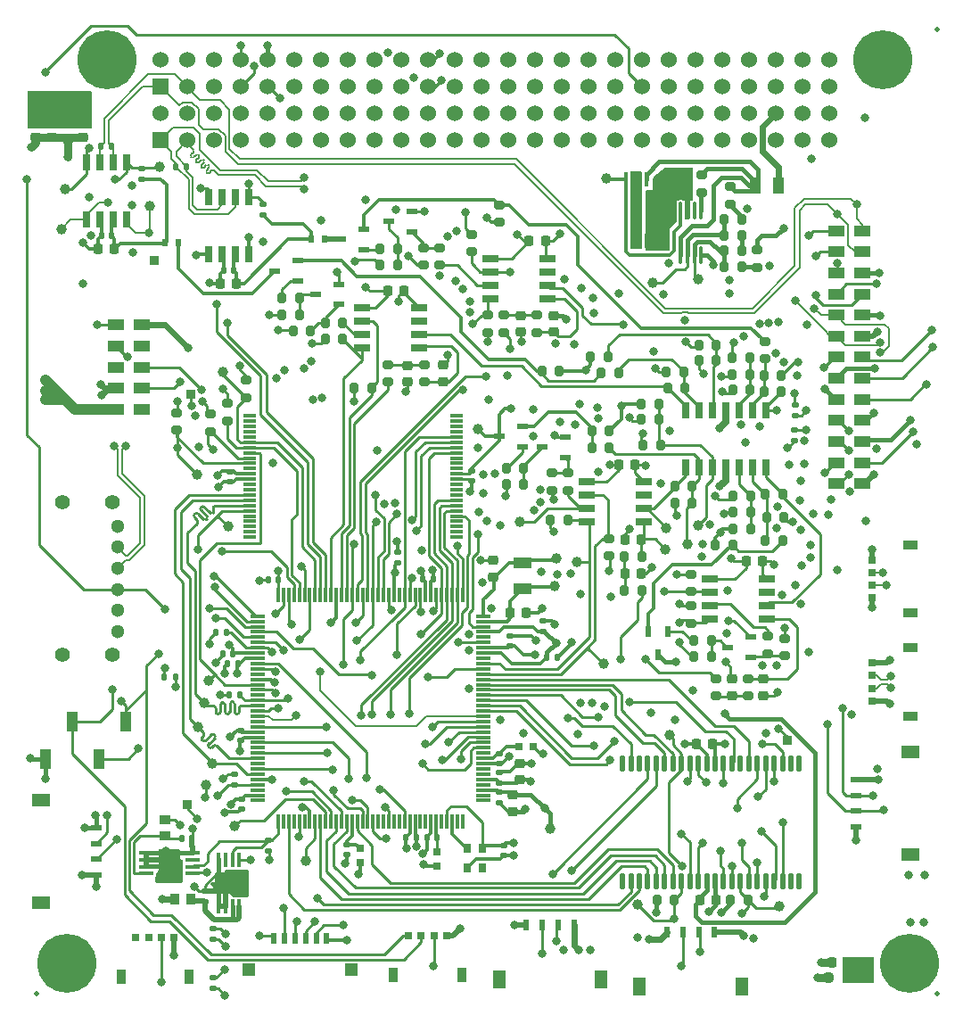
<source format=gbr>
%TF.GenerationSoftware,KiCad,Pcbnew,7.0.5*%
%TF.CreationDate,2024-04-25T22:20:32+03:00*%
%TF.ProjectId,obc-adcs-board,6f62632d-6164-4637-932d-626f6172642e,rev?*%
%TF.SameCoordinates,PX3e2df80PY83e4a60*%
%TF.FileFunction,Copper,L1,Top*%
%TF.FilePolarity,Positive*%
%FSLAX46Y46*%
G04 Gerber Fmt 4.6, Leading zero omitted, Abs format (unit mm)*
G04 Created by KiCad (PCBNEW 7.0.5) date 2024-04-25 22:20:32*
%MOMM*%
%LPD*%
G01*
G04 APERTURE LIST*
G04 Aperture macros list*
%AMRoundRect*
0 Rectangle with rounded corners*
0 $1 Rounding radius*
0 $2 $3 $4 $5 $6 $7 $8 $9 X,Y pos of 4 corners*
0 Add a 4 corners polygon primitive as box body*
4,1,4,$2,$3,$4,$5,$6,$7,$8,$9,$2,$3,0*
0 Add four circle primitives for the rounded corners*
1,1,$1+$1,$2,$3*
1,1,$1+$1,$4,$5*
1,1,$1+$1,$6,$7*
1,1,$1+$1,$8,$9*
0 Add four rect primitives between the rounded corners*
20,1,$1+$1,$2,$3,$4,$5,0*
20,1,$1+$1,$4,$5,$6,$7,0*
20,1,$1+$1,$6,$7,$8,$9,0*
20,1,$1+$1,$8,$9,$2,$3,0*%
G04 Aperture macros list end*
%TA.AperFunction,SMDPad,CuDef*%
%ADD10C,1.000000*%
%TD*%
%TA.AperFunction,SMDPad,CuDef*%
%ADD11R,0.660000X0.650000*%
%TD*%
%TA.AperFunction,SMDPad,CuDef*%
%ADD12R,0.850000X1.340000*%
%TD*%
%TA.AperFunction,SMDPad,CuDef*%
%ADD13RoundRect,0.137500X0.137500X-0.625000X0.137500X0.625000X-0.137500X0.625000X-0.137500X-0.625000X0*%
%TD*%
%TA.AperFunction,SMDPad,CuDef*%
%ADD14R,0.650000X1.528000*%
%TD*%
%TA.AperFunction,SMDPad,CuDef*%
%ADD15RoundRect,0.200000X0.200000X0.275000X-0.200000X0.275000X-0.200000X-0.275000X0.200000X-0.275000X0*%
%TD*%
%TA.AperFunction,ComponentPad*%
%ADD16C,5.600000*%
%TD*%
%TA.AperFunction,SMDPad,CuDef*%
%ADD17RoundRect,0.200000X-0.200000X-0.275000X0.200000X-0.275000X0.200000X0.275000X-0.200000X0.275000X0*%
%TD*%
%TA.AperFunction,SMDPad,CuDef*%
%ADD18R,0.620000X0.670000*%
%TD*%
%TA.AperFunction,SMDPad,CuDef*%
%ADD19R,1.050000X0.600000*%
%TD*%
%TA.AperFunction,SMDPad,CuDef*%
%ADD20RoundRect,0.140000X-0.140000X-0.170000X0.140000X-0.170000X0.140000X0.170000X-0.140000X0.170000X0*%
%TD*%
%TA.AperFunction,SMDPad,CuDef*%
%ADD21R,1.020000X0.940000*%
%TD*%
%TA.AperFunction,SMDPad,CuDef*%
%ADD22RoundRect,0.200000X0.275000X-0.200000X0.275000X0.200000X-0.275000X0.200000X-0.275000X-0.200000X0*%
%TD*%
%TA.AperFunction,SMDPad,CuDef*%
%ADD23R,0.940000X1.020000*%
%TD*%
%TA.AperFunction,SMDPad,CuDef*%
%ADD24RoundRect,0.140000X-0.170000X0.140000X-0.170000X-0.140000X0.170000X-0.140000X0.170000X0.140000X0*%
%TD*%
%TA.AperFunction,SMDPad,CuDef*%
%ADD25RoundRect,0.225000X-0.250000X0.225000X-0.250000X-0.225000X0.250000X-0.225000X0.250000X0.225000X0*%
%TD*%
%TA.AperFunction,SMDPad,CuDef*%
%ADD26R,1.475000X0.300000*%
%TD*%
%TA.AperFunction,SMDPad,CuDef*%
%ADD27R,0.300000X1.475000*%
%TD*%
%TA.AperFunction,SMDPad,CuDef*%
%ADD28R,1.400000X0.450000*%
%TD*%
%TA.AperFunction,SMDPad,CuDef*%
%ADD29RoundRect,0.135000X-0.135000X-0.185000X0.135000X-0.185000X0.135000X0.185000X-0.135000X0.185000X0*%
%TD*%
%TA.AperFunction,SMDPad,CuDef*%
%ADD30RoundRect,0.135000X0.185000X-0.135000X0.185000X0.135000X-0.185000X0.135000X-0.185000X-0.135000X0*%
%TD*%
%TA.AperFunction,SMDPad,CuDef*%
%ADD31RoundRect,0.225000X-0.225000X-0.250000X0.225000X-0.250000X0.225000X0.250000X-0.225000X0.250000X0*%
%TD*%
%TA.AperFunction,SMDPad,CuDef*%
%ADD32R,0.800000X0.900000*%
%TD*%
%TA.AperFunction,SMDPad,CuDef*%
%ADD33RoundRect,0.140000X0.140000X0.170000X-0.140000X0.170000X-0.140000X-0.170000X0.140000X-0.170000X0*%
%TD*%
%TA.AperFunction,SMDPad,CuDef*%
%ADD34R,1.528000X0.650000*%
%TD*%
%TA.AperFunction,SMDPad,CuDef*%
%ADD35RoundRect,0.135000X0.135000X0.185000X-0.135000X0.185000X-0.135000X-0.185000X0.135000X-0.185000X0*%
%TD*%
%TA.AperFunction,SMDPad,CuDef*%
%ADD36RoundRect,0.200000X-0.275000X0.200000X-0.275000X-0.200000X0.275000X-0.200000X0.275000X0.200000X0*%
%TD*%
%TA.AperFunction,SMDPad,CuDef*%
%ADD37RoundRect,0.135000X-0.185000X0.135000X-0.185000X-0.135000X0.185000X-0.135000X0.185000X0.135000X0*%
%TD*%
%TA.AperFunction,SMDPad,CuDef*%
%ADD38RoundRect,0.140000X0.170000X-0.140000X0.170000X0.140000X-0.170000X0.140000X-0.170000X-0.140000X0*%
%TD*%
%TA.AperFunction,SMDPad,CuDef*%
%ADD39R,1.020000X1.905000*%
%TD*%
%TA.AperFunction,SMDPad,CuDef*%
%ADD40R,0.700000X0.650000*%
%TD*%
%TA.AperFunction,ComponentPad*%
%ADD41R,0.850000X0.850000*%
%TD*%
%TA.AperFunction,SMDPad,CuDef*%
%ADD42R,0.600000X1.000000*%
%TD*%
%TA.AperFunction,SMDPad,CuDef*%
%ADD43R,1.250000X1.800000*%
%TD*%
%TA.AperFunction,SMDPad,CuDef*%
%ADD44R,0.450000X1.400000*%
%TD*%
%TA.AperFunction,SMDPad,CuDef*%
%ADD45R,0.650000X1.525000*%
%TD*%
%TA.AperFunction,SMDPad,CuDef*%
%ADD46RoundRect,0.237500X-0.237500X0.250000X-0.237500X-0.250000X0.237500X-0.250000X0.237500X0.250000X0*%
%TD*%
%TA.AperFunction,SMDPad,CuDef*%
%ADD47R,1.800000X1.000000*%
%TD*%
%TA.AperFunction,SMDPad,CuDef*%
%ADD48R,0.550000X1.000000*%
%TD*%
%TA.AperFunction,SMDPad,CuDef*%
%ADD49R,1.260000X1.300000*%
%TD*%
%TA.AperFunction,SMDPad,CuDef*%
%ADD50C,0.500000*%
%TD*%
%TA.AperFunction,SMDPad,CuDef*%
%ADD51RoundRect,0.225000X0.225000X0.250000X-0.225000X0.250000X-0.225000X-0.250000X0.225000X-0.250000X0*%
%TD*%
%TA.AperFunction,SMDPad,CuDef*%
%ADD52RoundRect,0.100000X0.100000X-0.712500X0.100000X0.712500X-0.100000X0.712500X-0.100000X-0.712500X0*%
%TD*%
%TA.AperFunction,SMDPad,CuDef*%
%ADD53RoundRect,0.225000X0.250000X-0.225000X0.250000X0.225000X-0.250000X0.225000X-0.250000X-0.225000X0*%
%TD*%
%TA.AperFunction,SMDPad,CuDef*%
%ADD54R,1.500000X1.000000*%
%TD*%
%TA.AperFunction,SMDPad,CuDef*%
%ADD55R,0.650000X0.660000*%
%TD*%
%TA.AperFunction,SMDPad,CuDef*%
%ADD56R,1.340000X0.850000*%
%TD*%
%TA.AperFunction,SMDPad,CuDef*%
%ADD57R,1.000000X0.600000*%
%TD*%
%TA.AperFunction,SMDPad,CuDef*%
%ADD58R,1.800000X1.250000*%
%TD*%
%TA.AperFunction,SMDPad,CuDef*%
%ADD59R,1.300000X0.300000*%
%TD*%
%TA.AperFunction,SMDPad,CuDef*%
%ADD60R,1.000000X1.500000*%
%TD*%
%TA.AperFunction,SMDPad,CuDef*%
%ADD61R,0.600000X1.050000*%
%TD*%
%TA.AperFunction,ComponentPad*%
%ADD62R,1.530000X1.530000*%
%TD*%
%TA.AperFunction,ComponentPad*%
%ADD63C,1.530000*%
%TD*%
%TA.AperFunction,SMDPad,CuDef*%
%ADD64R,0.450000X1.475000*%
%TD*%
%TA.AperFunction,SMDPad,CuDef*%
%ADD65RoundRect,0.237500X0.250000X0.237500X-0.250000X0.237500X-0.250000X-0.237500X0.250000X-0.237500X0*%
%TD*%
%TA.AperFunction,ComponentPad*%
%ADD66C,1.300000*%
%TD*%
%TA.AperFunction,ComponentPad*%
%ADD67C,1.400000*%
%TD*%
%TA.AperFunction,SMDPad,CuDef*%
%ADD68R,0.650000X0.700000*%
%TD*%
%TA.AperFunction,ViaPad*%
%ADD69C,0.800000*%
%TD*%
%TA.AperFunction,Conductor*%
%ADD70C,0.200000*%
%TD*%
%TA.AperFunction,Conductor*%
%ADD71C,0.350000*%
%TD*%
%TA.AperFunction,Conductor*%
%ADD72C,0.250000*%
%TD*%
%TA.AperFunction,Conductor*%
%ADD73C,0.300000*%
%TD*%
%TA.AperFunction,Conductor*%
%ADD74C,0.500000*%
%TD*%
%TA.AperFunction,Conductor*%
%ADD75C,0.450000*%
%TD*%
%TA.AperFunction,Conductor*%
%ADD76C,0.800000*%
%TD*%
%TA.AperFunction,Conductor*%
%ADD77C,0.400000*%
%TD*%
%TA.AperFunction,Conductor*%
%ADD78C,0.600000*%
%TD*%
%TA.AperFunction,Conductor*%
%ADD79C,0.650000*%
%TD*%
%TA.AperFunction,Conductor*%
%ADD80C,1.000000*%
%TD*%
%TA.AperFunction,Conductor*%
%ADD81C,0.340000*%
%TD*%
G04 APERTURE END LIST*
D10*
%TO.P,CMD_EN,1,1*%
%TO.N,/OBC module/MEM_NAND_CMD_ENABLE*%
X18975000Y24175000D03*
%TD*%
D11*
%TO.P,J6,1,1*%
%TO.N,/OBC module/MCU_SWDIO*%
X37600000Y7825000D03*
%TO.P,J6,2,2*%
%TO.N,/OBC module/MCU_SWCLK*%
X38800000Y7825000D03*
%TO.P,J6,3,3*%
%TO.N,/ADCS_SWCLK*%
X40000000Y7825000D03*
%TO.P,J6,4,4*%
%TO.N,GND*%
X41200000Y7825000D03*
D12*
%TO.P,J6,5,5*%
%TO.N,unconnected-(J6-Pad5)*%
X36175000Y4120000D03*
%TO.P,J6,6,6*%
%TO.N,unconnected-(J6-Pad6)*%
X42625000Y4120000D03*
%TD*%
D13*
%TO.P,U7,1,NC*%
%TO.N,unconnected-(U7-NC-Pad1)*%
X57900960Y12999279D03*
%TO.P,U7,2,A20*%
%TO.N,/OBC module/MEM_A20*%
X58700960Y12999279D03*
%TO.P,U7,3,A0*%
%TO.N,/OBC module/MEM_A0*%
X59500960Y12999279D03*
%TO.P,U7,4,A1*%
%TO.N,/OBC module/MEM_A1*%
X60300960Y12999279D03*
%TO.P,U7,5,A2*%
%TO.N,/OBC module/MEM_A2*%
X61100960Y12999279D03*
%TO.P,U7,6,A3*%
%TO.N,/OBC module/MEM_A3*%
X61900960Y12999279D03*
%TO.P,U7,7,A4*%
%TO.N,/OBC module/MEM_A4*%
X62700960Y12999279D03*
%TO.P,U7,8,~{E}*%
%TO.N,/OBC module/MEM_MRAM_ENABLE*%
X63500960Y12999279D03*
%TO.P,U7,9,DQ0*%
%TO.N,/OBC module/MEM_D0*%
X64300960Y12999279D03*
%TO.P,U7,10,DQ1*%
%TO.N,/OBC module/MEM_D1*%
X65100960Y12999279D03*
%TO.P,U7,11,VDD*%
%TO.N,/OBC module/3V3_LCLPROT_MRAM*%
X65900960Y12999279D03*
%TO.P,U7,12,VSS*%
%TO.N,GND*%
X66700960Y12999279D03*
%TO.P,U7,13,DQ2*%
%TO.N,/OBC module/MEM_D2*%
X67500960Y12999279D03*
%TO.P,U7,14,DQ3*%
%TO.N,/OBC module/MEM_D3*%
X68300960Y12999279D03*
%TO.P,U7,15,~{W}*%
%TO.N,/OBC module/MEM_MRAM_WR_ENABLE*%
X69100960Y12999279D03*
%TO.P,U7,16,A5*%
%TO.N,/OBC module/MEM_A5*%
X69900960Y12999279D03*
%TO.P,U7,17,A6*%
%TO.N,/OBC module/MEM_A6*%
X70700960Y12999279D03*
%TO.P,U7,18,A7*%
%TO.N,/OBC module/MEM_A7*%
X71500960Y12999279D03*
%TO.P,U7,19,A8*%
%TO.N,/OBC module/MEM_A8*%
X72300960Y12999279D03*
%TO.P,U7,20,A9*%
%TO.N,/OBC module/MEM_A9*%
X73100960Y12999279D03*
%TO.P,U7,21,NC*%
%TO.N,unconnected-(U7-NC-Pad21)*%
X73900960Y12999279D03*
%TO.P,U7,22,NC*%
%TO.N,unconnected-(U7-NC-Pad22)*%
X74700960Y12999279D03*
%TO.P,U7,23,NC*%
%TO.N,unconnected-(U7-NC-Pad23)*%
X74700960Y24174279D03*
%TO.P,U7,24,NC*%
%TO.N,unconnected-(U7-NC-Pad24)*%
X73900960Y24174279D03*
%TO.P,U7,25,A10*%
%TO.N,/OBC module/MEM_A10*%
X73100960Y24174279D03*
%TO.P,U7,26,A11*%
%TO.N,/OBC module/MEM_A11*%
X72300960Y24174279D03*
%TO.P,U7,27,A12*%
%TO.N,/OBC module/MEM_A12*%
X71500960Y24174279D03*
%TO.P,U7,28,A13*%
%TO.N,/OBC module/MEM_A13*%
X70700960Y24174279D03*
%TO.P,U7,29,A14*%
%TO.N,/OBC module/MEM_A14*%
X69900960Y24174279D03*
%TO.P,U7,30,NC*%
%TO.N,unconnected-(U7-NC-Pad30)*%
X69100960Y24174279D03*
%TO.P,U7,31,DQ4*%
%TO.N,/OBC module/MEM_D4*%
X68300960Y24174279D03*
%TO.P,U7,32,DQ5*%
%TO.N,/OBC module/MEM_D5*%
X67500960Y24174279D03*
%TO.P,U7,33,VDD*%
%TO.N,/OBC module/3V3_LCLPROT_MRAM*%
X66700960Y24174279D03*
%TO.P,U7,34,VSS*%
%TO.N,GND*%
X65900960Y24174279D03*
%TO.P,U7,35,DQ6*%
%TO.N,/OBC module/MEM_D6*%
X65100960Y24174279D03*
%TO.P,U7,36,DQ7*%
%TO.N,/OBC module/MEM_D7*%
X64300960Y24174279D03*
%TO.P,U7,37,~{G}*%
%TO.N,/OBC module/MEM_MRAM_OUT_ENABLE*%
X63500960Y24174279D03*
%TO.P,U7,38,A15*%
%TO.N,/OBC module/MEM_A15*%
X62700960Y24174279D03*
%TO.P,U7,39,A16*%
%TO.N,/OBC module/MEM_A16*%
X61900960Y24174279D03*
%TO.P,U7,40,A17*%
%TO.N,/OBC module/MEM_A17*%
X61100960Y24174279D03*
%TO.P,U7,41,A18*%
%TO.N,/OBC module/MEM_A18*%
X60300960Y24174279D03*
%TO.P,U7,42,NC*%
%TO.N,unconnected-(U7-NC-Pad42)*%
X59500960Y24174279D03*
%TO.P,U7,43,A19*%
%TO.N,/OBC module/MEM_A19*%
X58700960Y24174279D03*
%TO.P,U7,44,NC*%
%TO.N,unconnected-(U7-NC-Pad44)*%
X57900960Y24174279D03*
%TD*%
D14*
%TO.P,U18,1,TXD*%
%TO.N,/OBC module/CAN_TX_2*%
X6995000Y75789000D03*
%TO.P,U18,2,GND*%
%TO.N,GND*%
X8265000Y75789000D03*
%TO.P,U18,3,VCC*%
%TO.N,/OBC module/CAN transceivers/OC_PROT_BKUP*%
X9535000Y75789000D03*
%TO.P,U18,4,RXD*%
%TO.N,/OBC module/CAN_RX_2*%
X10805000Y75789000D03*
%TO.P,U18,5,FAULT*%
%TO.N,/OBC module/CAN_FAULT_2*%
X10805000Y81211000D03*
%TO.P,U18,6,CANL*%
%TO.N,CAN2-*%
X9535000Y81211000D03*
%TO.P,U18,7,CANH*%
%TO.N,CAN2+*%
X8265000Y81211000D03*
%TO.P,U18,8,S*%
%TO.N,/OBC module/CAN_SILENT_2*%
X6995000Y81211000D03*
%TD*%
D15*
%TO.P,R65,1*%
%TO.N,/OBC module/LCL/2IN+*%
X70075960Y49550000D03*
%TO.P,R65,2*%
%TO.N,GND*%
X68425960Y49550000D03*
%TD*%
D16*
%TO.P,H4,1,1*%
%TO.N,unconnected-(H4-Pad1)*%
X82630000Y90930000D03*
%TD*%
D17*
%TO.P,R90,1*%
%TO.N,/OBC module/3V3_PROT*%
X46875960Y50700000D03*
%TO.P,R90,2*%
%TO.N,Net-(Q4-Pad3)*%
X48525960Y50700000D03*
%TD*%
D18*
%TO.P,F11,1*%
%TO.N,/OBC module/3V3_LCLPROT_CAN_1*%
X29625000Y73900000D03*
%TO.P,F11,2*%
%TO.N,/OBC module/CAN transceivers/OC_PROT_MAIN*%
X28375000Y73900000D03*
%TD*%
D16*
%TO.P,H1,1,1*%
%TO.N,unconnected-(H1-Pad1)*%
X5180000Y5190000D03*
%TD*%
D19*
%TO.P,Q8,1*%
%TO.N,Net-(Q8-Pad1)*%
X48400000Y54250000D03*
%TO.P,Q8,2*%
%TO.N,/OBC module/LCL/SHUNT_NEG_TERM_2*%
X48400000Y56150000D03*
%TO.P,Q8,3*%
%TO.N,/OBC module/3V3_LCLPROT_NAND*%
X46200000Y55200000D03*
%TD*%
D10*
%TO.P,RTCI,1,1*%
%TO.N,/OBC module/MCU_RTC_IN*%
X51500000Y41000000D03*
%TD*%
D15*
%TO.P,R83,1*%
%TO.N,Net-(Q6-Pad1)*%
X28275000Y65250000D03*
%TO.P,R83,2*%
%TO.N,GND*%
X26625000Y65250000D03*
%TD*%
%TO.P,R117,1*%
%TO.N,/OBC module/LCL/SHUNT_NEG_TERM_1*%
X68375000Y44900000D03*
%TO.P,R117,2*%
%TO.N,/OBC module/3V3_PROT*%
X66725000Y44900000D03*
%TD*%
D20*
%TO.P,C45,1*%
%TO.N,/OBC module/3V3_PROT*%
X37345000Y17150000D03*
%TO.P,C45,2*%
%TO.N,GND*%
X38305000Y17150000D03*
%TD*%
D21*
%TO.P,F13,1*%
%TO.N,/OBC module/3V3_PROT*%
X14500000Y18840000D03*
%TO.P,F13,2*%
%TO.N,Net-(U19-VDD)*%
X14500000Y17260000D03*
%TD*%
D22*
%TO.P,R46,1*%
%TO.N,Net-(U8-~{SHDN})*%
X65400000Y78375000D03*
%TO.P,R46,2*%
%TO.N,/OBC module/Overvoltage-RP protection/3V3_OC_PROT*%
X65400000Y80025000D03*
%TD*%
D10*
%TO.P,WEN,1,1*%
%TO.N,/OBC module/MEM_NAND_WR_ENABLE*%
X18200000Y29900000D03*
%TD*%
D23*
%TO.P,F14,1*%
%TO.N,/OBC module/3V3_PROT*%
X15360000Y11250000D03*
%TO.P,F14,2*%
%TO.N,Net-(U20-A0)*%
X16940000Y11250000D03*
%TD*%
D22*
%TO.P,R102,1*%
%TO.N,/OBC module/LCL/PWM_CAN1_CURR_THRES*%
X49800960Y65075000D03*
%TO.P,R102,2*%
%TO.N,Net-(C72-Pad1)*%
X49800960Y66725000D03*
%TD*%
D24*
%TO.P,C59,1*%
%TO.N,/OBC module/MCU_VDDPLL*%
X31700000Y16480000D03*
%TO.P,C59,2*%
%TO.N,GND*%
X31700000Y15520000D03*
%TD*%
D25*
%TO.P,C100,1*%
%TO.N,AC_GND_1*%
X6700000Y85175000D03*
%TO.P,C100,2*%
%TO.N,GND*%
X6700000Y83625000D03*
%TD*%
D26*
%TO.P,U16,1,PD0*%
%TO.N,unconnected-(U16-PD0-Pad1)*%
X44703242Y20649040D03*
%TO.P,U16,2,PD31*%
%TO.N,unconnected-(U16-PD31-Pad2)*%
X44703242Y21149040D03*
%TO.P,U16,3,VDDOUT*%
%TO.N,/OBC module/MCU_VDDCORE*%
X44703242Y21649040D03*
%TO.P,U16,4,PE0*%
%TO.N,unconnected-(U16-PE0-Pad4)*%
X44703242Y22149040D03*
%TO.P,U16,5,VDDIN*%
%TO.N,/OBC module/3V3_PROT*%
X44703242Y22649040D03*
%TO.P,U16,6,PE1*%
%TO.N,unconnected-(U16-PE1-Pad6)*%
X44703242Y23149040D03*
%TO.P,U16,7,PE2*%
%TO.N,unconnected-(U16-PE2-Pad7)*%
X44703242Y23649040D03*
%TO.P,U16,8,VREFN*%
%TO.N,GND*%
X44703242Y24149040D03*
%TO.P,U16,9,VREFP*%
%TO.N,/OBC module/MCU_AD_REF_POS*%
X44703242Y24649040D03*
%TO.P,U16,10,PE3*%
%TO.N,unconnected-(U16-PE3-Pad10)*%
X44703242Y25149040D03*
%TO.P,U16,11,PC0*%
%TO.N,/OBC module/MEM_D0*%
X44703242Y25649040D03*
%TO.P,U16,12,PC27*%
%TO.N,/OBC module/MEM_A9*%
X44703242Y26149040D03*
%TO.P,U16,13,PC26*%
%TO.N,/OBC module/MEM_A8*%
X44703242Y26649040D03*
%TO.P,U16,14,PC31*%
%TO.N,/OBC module/MEM_A13*%
X44703242Y27149040D03*
%TO.P,U16,15,PC30*%
%TO.N,/OBC module/MEM_A12*%
X44703242Y27649040D03*
%TO.P,U16,16,PC29*%
%TO.N,/OBC module/MEM_A11*%
X44703242Y28149040D03*
%TO.P,U16,17,PC12*%
%TO.N,/OBC module/CAN_RX_2*%
X44703242Y28649040D03*
%TO.P,U16,18,PC15*%
%TO.N,/OBC module/LCL_MRAM_RST*%
X44703242Y29149040D03*
%TO.P,U16,19,PC13*%
%TO.N,/OBC module/LCL_MRAM_SET*%
X44703242Y29649040D03*
%TO.P,U16,20,PB1*%
%TO.N,/OBC module/LCL_PWM_MRAM*%
X44703242Y30149040D03*
%TO.P,U16,21,PB0*%
%TO.N,/OBC module/LCL_PWM_NAND*%
X44703242Y30649040D03*
%TO.P,U16,22,PA20*%
%TO.N,/OBC module/MEM_A16*%
X44703242Y31149040D03*
%TO.P,U16,23,PA19*%
%TO.N,/OBC module/MEM_A15*%
X44703242Y31649040D03*
%TO.P,U16,24,PA18*%
%TO.N,/OBC module/MEM_A14*%
X44703242Y32149040D03*
%TO.P,U16,25,PA17*%
%TO.N,/OBC module/LCL_NAND_SET*%
X44703242Y32649040D03*
%TO.P,U16,26,PB2*%
%TO.N,/OBC module/CAN_TX_1*%
X44703242Y33149040D03*
%TO.P,U16,27,PE4*%
%TO.N,/OBC module/LCL_NAND_RST*%
X44703242Y33649040D03*
%TO.P,U16,28,PE5*%
%TO.N,unconnected-(U16-PE5-Pad28)*%
X44703242Y34149040D03*
%TO.P,U16,29,VDDCORE_1*%
%TO.N,/OBC module/MCU_VDDCORE*%
X44703242Y34649040D03*
%TO.P,U16,30,VDDIO_1*%
%TO.N,/OBC module/3V3_PROT*%
X44703242Y35149040D03*
%TO.P,U16,31,PB3*%
%TO.N,/OBC module/CAN_RX_1*%
X44703242Y35649040D03*
%TO.P,U16,32,PA21*%
%TO.N,unconnected-(U16-PA21-Pad32)*%
X44703242Y36149040D03*
%TO.P,U16,33,VDDCORE_2*%
%TO.N,/OBC module/MCU_VDDCORE*%
X44703242Y36649040D03*
%TO.P,U16,34,PD30*%
%TO.N,/OBC module/PAYLOAD_RX_ENABLE*%
X44703242Y37149040D03*
%TO.P,U16,35,PA7*%
%TO.N,/OBC module/MCU_RTC_IN*%
X44703242Y37649040D03*
%TO.P,U16,36,PA8*%
%TO.N,/OBC module/MCU_RTC_OUT*%
X44703242Y38149040D03*
D27*
%TO.P,U16,37,PA22*%
%TO.N,/ADM_ENABLE_1*%
X42715242Y40137040D03*
%TO.P,U16,38,PC1*%
%TO.N,/OBC module/MEM_D1*%
X42215242Y40137040D03*
%TO.P,U16,39,PC2*%
%TO.N,/OBC module/MEM_D2*%
X41715242Y40137040D03*
%TO.P,U16,40,PC3*%
%TO.N,/OBC module/MEM_D3*%
X41215242Y40137040D03*
%TO.P,U16,41,PC4*%
%TO.N,/OBC module/MEM_D4*%
X40715242Y40137040D03*
%TO.P,U16,42,PA13*%
%TO.N,GNSS_PPS*%
X40215242Y40137040D03*
%TO.P,U16,43,VDDIO_2*%
%TO.N,/OBC module/3V3_PROT*%
X39715242Y40137040D03*
%TO.P,U16,44,GND_1*%
%TO.N,GND*%
X39215242Y40137040D03*
%TO.P,U16,45,PA16*%
%TO.N,/OBC module/LCL_CAN_1_SET*%
X38715242Y40137040D03*
%TO.P,U16,46,PA23*%
%TO.N,/OBC module/MEM_A19*%
X38215242Y40137040D03*
%TO.P,U16,47,PD27*%
%TO.N,/I2C_MTQ_SDA*%
X37715242Y40137040D03*
%TO.P,U16,48,PC7*%
%TO.N,/OBC module/MEM_D7*%
X37215242Y40137040D03*
%TO.P,U16,49,PA15*%
%TO.N,unconnected-(U16-PA15-Pad49)*%
X36715242Y40137040D03*
%TO.P,U16,50,VDDCORE_3*%
%TO.N,/OBC module/MCU_VDDCORE*%
X36215242Y40137040D03*
%TO.P,U16,51,PA14*%
%TO.N,/ADM_ENABLE_2*%
X35715242Y40137040D03*
%TO.P,U16,52,PD25*%
%TO.N,/OBC module/PAYLOAD_RX*%
X35215242Y40137040D03*
%TO.P,U16,53,PD26*%
%TO.N,/OBC module/PAYLOAD_TX*%
X34715242Y40137040D03*
%TO.P,U16,54,PC6*%
%TO.N,/OBC module/MEM_D6*%
X34215242Y40137040D03*
%TO.P,U16,55,PD24*%
%TO.N,/OBC module/LCL_CAN_1_RST*%
X33715242Y40137040D03*
%TO.P,U16,56,PA24*%
%TO.N,/OBC module/MEM_A20*%
X33215242Y40137040D03*
%TO.P,U16,57,PD23*%
%TO.N,/OBC module/LCL_PWM_CAN1*%
X32715242Y40137040D03*
%TO.P,U16,58,PC5*%
%TO.N,/OBC module/MEM_D5*%
X32215242Y40137040D03*
%TO.P,U16,59,PA25*%
%TO.N,/OBC module/LCL_PWM_CAN2*%
X31715242Y40137040D03*
%TO.P,U16,60,PD22*%
%TO.N,/OBC module/LCL_CAN_2_SET*%
X31215242Y40137040D03*
%TO.P,U16,61,GND_2*%
%TO.N,GND*%
X30715242Y40137040D03*
%TO.P,U16,62,PA26*%
%TO.N,/OBC module/LCL_CAN_2_RST*%
X30215242Y40137040D03*
%TO.P,U16,63,PD21*%
%TO.N,/OBC module/CAN_FAULT_1*%
X29715242Y40137040D03*
%TO.P,U16,64,PA11*%
%TO.N,/OBC module/CAN_SILENT_1*%
X29215242Y40137040D03*
%TO.P,U16,65,PD20*%
%TO.N,/OBC module/MEM_NAND_BUSY_2*%
X28715242Y40137040D03*
%TO.P,U16,66,PA10*%
%TO.N,/OBC_UART_TX*%
X28215242Y40137040D03*
%TO.P,U16,67,PD19*%
%TO.N,/OBC module/MEM_NAND_ENABLE_1*%
X27715242Y40137040D03*
%TO.P,U16,68,PA12*%
%TO.N,/OBC module/MEM_NAND_BUSY_1*%
X27215242Y40137040D03*
%TO.P,U16,69,PD18*%
%TO.N,/OBC module/MEM_NAND_ENABLE_2*%
X26715242Y40137040D03*
%TO.P,U16,70,PA27*%
%TO.N,/OBC module/MEM_NAND_WR_PROTECT*%
X26215242Y40137040D03*
%TO.P,U16,71,PD28*%
%TO.N,/I2C_MTQ_SCK*%
X25715242Y40137040D03*
%TO.P,U16,72,VDDIO_3*%
%TO.N,/OBC module/3V3_PROT*%
X25215242Y40137040D03*
D26*
%TO.P,U16,73,PA5*%
%TO.N,/OBC module/CAN_FAULT_2*%
X23227242Y38149040D03*
%TO.P,U16,74,PD17*%
%TO.N,/OBC module/CAN_SILENT_2*%
X23227242Y37649040D03*
%TO.P,U16,75,PA9*%
%TO.N,/OBC_UART_RX*%
X23227242Y37149040D03*
%TO.P,U16,76,PC28*%
%TO.N,/OBC module/MEM_A10*%
X23227242Y36649040D03*
%TO.P,U16,77,PA4*%
%TO.N,I2C_SCK_PANELS*%
X23227242Y36149040D03*
%TO.P,U16,78,PD16*%
%TO.N,/OBC module/PAYLOAD_TX_ENABLE*%
X23227242Y35649040D03*
%TO.P,U16,79,PB6*%
%TO.N,/OBC module/MCU_SWDIO*%
X23227242Y35149040D03*
%TO.P,U16,80,VDDIO_4*%
%TO.N,/OBC module/3V3_PROT*%
X23227242Y34649040D03*
%TO.P,U16,81,VDDCORE_4*%
%TO.N,/OBC module/MCU_VDDCORE*%
X23227242Y34149040D03*
%TO.P,U16,82,PC8*%
%TO.N,/OBC module/MEM_MRAM_WR_ENABLE*%
X23227242Y33649040D03*
%TO.P,U16,83,NRST*%
%TO.N,/OBC module/NRST_OBC*%
X23227242Y33149040D03*
%TO.P,U16,84,PD14*%
%TO.N,unconnected-(U16-PD14-Pad84)*%
X23227242Y32649040D03*
%TO.P,U16,85,TST*%
%TO.N,GND*%
X23227242Y32149040D03*
%TO.P,U16,86,PC9*%
%TO.N,/OBC module/MEM_NAND_OUT_ENABLE*%
X23227242Y31649040D03*
%TO.P,U16,87,PB12*%
%TO.N,/OBC module/MCU_ERASE*%
X23227242Y31149040D03*
%TO.P,U16,88,PD13*%
%TO.N,unconnected-(U16-PD13-Pad88)*%
X23227242Y30649040D03*
%TO.P,U16,89,PB7*%
%TO.N,/OBC module/MCU_SWCLK*%
X23227242Y30149040D03*
%TO.P,U16,90,PC10*%
%TO.N,/OBC module/MEM_NAND_WR_ENABLE*%
X23227242Y29649040D03*
%TO.P,U16,91,PA3*%
%TO.N,I2C_SDA_PANELS*%
X23227242Y29149040D03*
%TO.P,U16,92,PD12*%
%TO.N,/OBC module/CAN_TX_2*%
X23227242Y28649040D03*
%TO.P,U16,93,PA2*%
%TO.N,unconnected-(U16-PA2-Pad93)*%
X23227242Y28149040D03*
%TO.P,U16,94,PC11*%
%TO.N,/OBC module/MEM_MRAM_OUT_ENABLE*%
X23227242Y27649040D03*
%TO.P,U16,95,GND_3*%
%TO.N,GND*%
X23227242Y27149040D03*
%TO.P,U16,96,VDDIO_5*%
%TO.N,/OBC module/3V3_PROT*%
X23227242Y26649040D03*
%TO.P,U16,97,PC14*%
%TO.N,/OBC module/MEM_MRAM_ENABLE*%
X23227242Y26149040D03*
%TO.P,U16,98,PD11*%
%TO.N,unconnected-(U16-PD11-Pad98)*%
X23227242Y25649040D03*
%TO.P,U16,99,PA1*%
%TO.N,/OBC module/MEM_A18*%
X23227242Y25149040D03*
%TO.P,U16,100,PC16*%
%TO.N,/OBC module/MEM_NAND_ADDR_ENABLE*%
X23227242Y24649040D03*
%TO.P,U16,101,PD10*%
%TO.N,unconnected-(U16-PD10-Pad101)*%
X23227242Y24149040D03*
%TO.P,U16,102,PA0*%
%TO.N,/OBC module/MEM_A17*%
X23227242Y23649040D03*
%TO.P,U16,103,PC17*%
%TO.N,/OBC module/MEM_NAND_CMD_ENABLE*%
X23227242Y23149040D03*
%TO.P,U16,104,JTAGSEL*%
%TO.N,GND*%
X23227242Y22649040D03*
%TO.P,U16,105,PB4*%
%TO.N,/OBC module/I2C_SDA_SENS*%
X23227242Y22149040D03*
%TO.P,U16,106,PD15*%
%TO.N,unconnected-(U16-PD15-Pad106)*%
X23227242Y21649040D03*
%TO.P,U16,107,VDDCORE_5*%
%TO.N,/OBC module/MCU_VDDCORE*%
X23227242Y21149040D03*
%TO.P,U16,108,PD29*%
%TO.N,unconnected-(U16-PD29-Pad108)*%
X23227242Y20649040D03*
D27*
%TO.P,U16,109,PB5*%
%TO.N,/OBC module/I2C_SCK_SENS*%
X25215242Y18661040D03*
%TO.P,U16,110,PD9*%
%TO.N,unconnected-(U16-PD9-Pad110)*%
X25715242Y18661040D03*
%TO.P,U16,111,PC18*%
%TO.N,/OBC module/MEM_A0*%
X26215242Y18661040D03*
%TO.P,U16,112,PA28*%
%TO.N,unconnected-(U16-PA28-Pad112)*%
X26715242Y18661040D03*
%TO.P,U16,113,PD8*%
%TO.N,/OBC module/MCU_TRACECLK*%
X27215242Y18661040D03*
%TO.P,U16,114,PA6*%
%TO.N,unconnected-(U16-PA6-Pad114)*%
X27715242Y18661040D03*
%TO.P,U16,115,GND_4*%
%TO.N,GND*%
X28215242Y18661040D03*
%TO.P,U16,116,PA30*%
%TO.N,/OBC module/USR_GPIO*%
X28715242Y18661040D03*
%TO.P,U16,117,PC19*%
%TO.N,/OBC module/MEM_A1*%
X29215242Y18661040D03*
%TO.P,U16,118,PA31*%
%TO.N,/OBC module/USR_GPIO_PWM*%
X29715242Y18661040D03*
%TO.P,U16,119,PD7*%
%TO.N,/OBC module/MCU_TRACED_3*%
X30215242Y18661040D03*
%TO.P,U16,120,PC20*%
%TO.N,/OBC module/MEM_A2*%
X30715242Y18661040D03*
%TO.P,U16,121,PD6*%
%TO.N,/OBC module/MCU_TRACED_2*%
X31215242Y18661040D03*
%TO.P,U16,122,PC21*%
%TO.N,/OBC module/MEM_A3*%
X31715242Y18661040D03*
%TO.P,U16,123,VDDPLL*%
%TO.N,/OBC module/MCU_VDDPLL*%
X32215242Y18661040D03*
%TO.P,U16,124,PC22*%
%TO.N,/OBC module/MEM_A4*%
X32715242Y18661040D03*
%TO.P,U16,125,PD5*%
%TO.N,/OBC module/MCU_TRACED_1*%
X33215242Y18661040D03*
%TO.P,U16,126,PD4*%
%TO.N,/OBC module/MCU_TRACED_0*%
X33715242Y18661040D03*
%TO.P,U16,127,PC23*%
%TO.N,/OBC module/MEM_A5*%
X34215242Y18661040D03*
%TO.P,U16,128,PD3*%
%TO.N,unconnected-(U16-PD3-Pad128)*%
X34715242Y18661040D03*
%TO.P,U16,129,PA29*%
%TO.N,unconnected-(U16-PA29-Pad129)*%
X35215242Y18661040D03*
%TO.P,U16,130,PC24*%
%TO.N,/OBC module/MEM_A6*%
X35715242Y18661040D03*
%TO.P,U16,131,PD2*%
%TO.N,unconnected-(U16-PD2-Pad131)*%
X36215242Y18661040D03*
%TO.P,U16,132,PD1*%
%TO.N,unconnected-(U16-PD1-Pad132)*%
X36715242Y18661040D03*
%TO.P,U16,133,PC25*%
%TO.N,/OBC module/MEM_A7*%
X37215242Y18661040D03*
%TO.P,U16,134,VDDUTMII*%
%TO.N,/OBC module/3V3_PROT*%
X37715242Y18661040D03*
%TO.P,U16,135,GND_5*%
%TO.N,GND*%
X38215242Y18661040D03*
%TO.P,U16,136,HSDM*%
%TO.N,unconnected-(U16-HSDM-Pad136)*%
X38715242Y18661040D03*
%TO.P,U16,137,HSDP*%
%TO.N,unconnected-(U16-HSDP-Pad137)*%
X39215242Y18661040D03*
%TO.P,U16,138,GND_6*%
%TO.N,GND*%
X39715242Y18661040D03*
%TO.P,U16,139,VDDUTMIC*%
%TO.N,/OBC module/MCU_VDDUTMIC*%
X40215242Y18661040D03*
%TO.P,U16,140,VBG*%
%TO.N,unconnected-(U16-VBG-Pad140)*%
X40715242Y18661040D03*
%TO.P,U16,141,PB8*%
%TO.N,GND*%
X41215242Y18661040D03*
%TO.P,U16,142,PB9*%
%TO.N,/OBC module/MCU_CLK_IN*%
X41715242Y18661040D03*
%TO.P,U16,143,VDDPLLUSB*%
%TO.N,unconnected-(U16-VDDPLLUSB-Pad143)*%
X42215242Y18661040D03*
%TO.P,U16,144,PB13*%
%TO.N,unconnected-(U16-PB13-Pad144)*%
X42715242Y18661040D03*
%TD*%
D18*
%TO.P,F12,1*%
%TO.N,/OBC module/3V3_LCLPROT_CAN_2*%
X15725000Y73600000D03*
%TO.P,F12,2*%
%TO.N,/OBC module/CAN transceivers/OC_PROT_BKUP*%
X14475000Y73600000D03*
%TD*%
D22*
%TO.P,R101,1*%
%TO.N,/OBC module/LCL/PWM_CAN2_CURR_THRES*%
X39125960Y60361779D03*
%TO.P,R101,2*%
%TO.N,Net-(C71-Pad1)*%
X39125960Y62011779D03*
%TD*%
D28*
%TO.P,U19,1,SDA*%
%TO.N,/OBC module/I2C_SDA_SENS*%
X17075000Y13725000D03*
%TO.P,U19,2,SCL*%
%TO.N,/OBC module/I2C_SCK_SENS*%
X17075000Y14375000D03*
%TO.P,U19,3,ALERT*%
%TO.N,unconnected-(U19-ALERT-Pad3)*%
X17075000Y15025000D03*
%TO.P,U19,4,GND*%
%TO.N,GND*%
X17075000Y15675000D03*
%TO.P,U19,5,A2*%
X12675000Y15675000D03*
%TO.P,U19,6,A1*%
X12675000Y15025000D03*
%TO.P,U19,7,A0*%
X12675000Y14375000D03*
%TO.P,U19,8,VDD*%
%TO.N,Net-(U19-VDD)*%
X12675000Y13725000D03*
%TD*%
D17*
%TO.P,R56,1*%
%TO.N,GND*%
X65175000Y62400000D03*
%TO.P,R56,2*%
%TO.N,/OBC module/LCL/4IN+*%
X66825000Y62400000D03*
%TD*%
D29*
%TO.P,R37,1*%
%TO.N,/OBC module/3V3_PROT*%
X19290000Y36600000D03*
%TO.P,R37,2*%
%TO.N,/OBC module/MCU_SWDIO*%
X20310000Y36600000D03*
%TD*%
D10*
%TO.P,TP27,1,1*%
%TO.N,/OBC module/CAN_FAULT_2*%
X13930000Y80760000D03*
%TD*%
D30*
%TO.P,R130,1*%
%TO.N,/OBC module/3V3_PROT*%
X19025000Y2790000D03*
%TO.P,R130,2*%
%TO.N,I2C_SCK_PANELS*%
X19025000Y3810000D03*
%TD*%
D31*
%TO.P,C67,1*%
%TO.N,GND*%
X69625000Y43350000D03*
%TO.P,C67,2*%
%TO.N,/OBC module/3V3_PROT*%
X71175000Y43350000D03*
%TD*%
D32*
%TO.P,Y3,1,TRI-STATE*%
%TO.N,unconnected-(Y3-TRI-STATE-Pad1)*%
X44625000Y14275000D03*
%TO.P,Y3,2,GND*%
%TO.N,GND*%
X44625000Y16125000D03*
%TO.P,Y3,3,OUTPUT*%
%TO.N,/OBC module/MCU_CLK_IN*%
X43175000Y16125000D03*
%TO.P,Y3,4,VDD*%
%TO.N,/OBC module/3V3_PROT*%
X43175000Y14275000D03*
%TD*%
D33*
%TO.P,C64,1*%
%TO.N,/OBC module/CAN transceivers/OC_PROT_BKUP*%
X9380000Y74250000D03*
%TO.P,C64,2*%
%TO.N,GND*%
X8420000Y74250000D03*
%TD*%
D22*
%TO.P,R78,1*%
%TO.N,/OBC module/LCL_CAN1_555_OUT*%
X40500000Y71475000D03*
%TO.P,R78,2*%
%TO.N,Net-(Q5-Pad1)*%
X40500000Y73125000D03*
%TD*%
D15*
%TO.P,R59,1*%
%TO.N,/OBC module/LCL_NAND_OP-AMP_IN_NEG*%
X56650000Y54100000D03*
%TO.P,R59,2*%
%TO.N,/OBC module/LCL/SHUNT_NEG_TERM_2*%
X55000000Y54100000D03*
%TD*%
D16*
%TO.P,H3,1,1*%
%TO.N,AC_GND_2*%
X85170000Y5210000D03*
%TD*%
D34*
%TO.P,IC2,1,GND*%
%TO.N,GND*%
X66189000Y41705000D03*
%TO.P,IC2,2,TRIG*%
%TO.N,/OBC module/LCL_MRAM_SET*%
X66189000Y40435000D03*
%TO.P,IC2,3,OUT*%
%TO.N,/OBC module/LCL_MRAM_555_OUT*%
X66189000Y39165000D03*
%TO.P,IC2,4,RESET*%
%TO.N,/OBC module/LCL_MRAM_RST*%
X66189000Y37895000D03*
%TO.P,IC2,5,CONT*%
%TO.N,/OBC module/LCL/PWM_MRAM_CURR_THRES*%
X71611000Y37895000D03*
%TO.P,IC2,6,THRES*%
%TO.N,/OBC module/LCL_MRAM_OP-AMP_OUT*%
X71611000Y39165000D03*
%TO.P,IC2,7,DISCH*%
%TO.N,unconnected-(IC2-DISCH-Pad7)*%
X71611000Y40435000D03*
%TO.P,IC2,8,VDD*%
%TO.N,/OBC module/3V3_PROT*%
X71611000Y41705000D03*
%TD*%
D10*
%TO.P,ADDR_EN,1,1*%
%TO.N,/OBC module/MEM_NAND_ADDR_ENABLE*%
X17575000Y27650000D03*
%TD*%
D25*
%TO.P,C71,1*%
%TO.N,Net-(C71-Pad1)*%
X37525960Y61961779D03*
%TO.P,C71,2*%
%TO.N,GND*%
X37525960Y60411779D03*
%TD*%
D19*
%TO.P,Q6,1*%
%TO.N,Net-(Q6-Pad1)*%
X30950000Y67750000D03*
%TO.P,Q6,2*%
%TO.N,GND*%
X30950000Y69650000D03*
%TO.P,Q6,3*%
%TO.N,Net-(Q6-Pad3)*%
X28750000Y68700000D03*
%TD*%
D35*
%TO.P,R18,1*%
%TO.N,CAN2-*%
X9390000Y82760000D03*
%TO.P,R18,2*%
%TO.N,CAN2+*%
X8370000Y82760000D03*
%TD*%
D36*
%TO.P,R3,1*%
%TO.N,/OBC module/3V3_PROT*%
X15600000Y57450000D03*
%TO.P,R3,2*%
%TO.N,/OBC module/MEM_NAND_ENABLE_2*%
X15600000Y55800000D03*
%TD*%
D37*
%TO.P,R126,1*%
%TO.N,/ADM_ENABLE_2*%
X74200000Y55860000D03*
%TO.P,R126,2*%
%TO.N,GND*%
X74200000Y54840000D03*
%TD*%
D22*
%TO.P,R99,1*%
%TO.N,Net-(C73-Pad1)*%
X66800000Y30575000D03*
%TO.P,R99,2*%
%TO.N,/OBC module/LCL_PWM_MRAM*%
X66800000Y32225000D03*
%TD*%
D17*
%TO.P,R72,1*%
%TO.N,/OBC module/LCL_CAN2_OP-AMP_OUT*%
X62175000Y59800000D03*
%TO.P,R72,2*%
%TO.N,/OBC module/LCL/4IN-*%
X63825000Y59800000D03*
%TD*%
D38*
%TO.P,C60,1*%
%TO.N,/OBC module/3V3_PROT*%
X21625000Y26320000D03*
%TO.P,C60,2*%
%TO.N,GND*%
X21625000Y27280000D03*
%TD*%
D24*
%TO.P,C57,1*%
%TO.N,/OBC module/MCU_AD_REF_POS*%
X46200000Y25130000D03*
%TO.P,C57,2*%
%TO.N,GND*%
X46200000Y24170000D03*
%TD*%
D39*
%TO.P,J15,1,1*%
%TO.N,/OBC module/MCU_SWDIO*%
X10760000Y28178000D03*
%TO.P,J15,2,2*%
%TO.N,/OBC module/MCU_ERASE*%
X8220000Y24622000D03*
%TO.P,J15,3,3*%
%TO.N,/OBC module/MCU_SWCLK*%
X5680000Y28178000D03*
%TO.P,J15,4,4*%
%TO.N,GND*%
X3140000Y24622000D03*
%TD*%
D36*
%TO.P,R79,1*%
%TO.N,Net-(Q5-Pad1)*%
X39000000Y73125000D03*
%TO.P,R79,2*%
%TO.N,GND*%
X39000000Y71475000D03*
%TD*%
D25*
%TO.P,C98,1*%
%TO.N,AC_GND_1*%
X2200000Y85175000D03*
%TO.P,C98,2*%
%TO.N,GND*%
X2200000Y83625000D03*
%TD*%
D17*
%TO.P,R55,1*%
%TO.N,/OBC module/3V3_PROT*%
X54875000Y62800000D03*
%TO.P,R55,2*%
%TO.N,/OBC module/LCL/4IN+*%
X56525000Y62800000D03*
%TD*%
D40*
%TO.P,FL6,1*%
%TO.N,/OBC module/MCU_VDDCORE*%
X33000000Y14725000D03*
%TO.P,FL6,2*%
%TO.N,/OBC module/MCU_VDDPLL*%
X33000000Y16075000D03*
%TD*%
D10*
%TO.P,TP32,1,1*%
%TO.N,/OBC module/LCL_NAND_OP-AMP_IN_NEG*%
X64050000Y44950000D03*
%TD*%
D41*
%TO.P,3V3_PROT,1,Pin_1*%
%TO.N,/OBC module/3V3_PROT*%
X16600000Y20225000D03*
%TD*%
D15*
%TO.P,R67,1*%
%TO.N,/OBC module/LCL/3IN+*%
X70025000Y59600000D03*
%TO.P,R67,2*%
%TO.N,GND*%
X68375000Y59600000D03*
%TD*%
D36*
%TO.P,R75,1*%
%TO.N,/OBC module/3V3_PROT*%
X64400000Y42125000D03*
%TO.P,R75,2*%
%TO.N,/OBC module/LCL_MRAM_SET*%
X64400000Y40475000D03*
%TD*%
%TO.P,R119,1*%
%TO.N,/OBC module/LCL/SHUNT_NEG_TERM_3*%
X46200000Y77175000D03*
%TO.P,R119,2*%
%TO.N,/OBC module/3V3_PROT*%
X46200000Y75525000D03*
%TD*%
D10*
%TO.P,TP31,1,1*%
%TO.N,/OBC module/LCL_NAND_OP-AMP_OUT*%
X62050000Y46550000D03*
%TD*%
D36*
%TO.P,R81,1*%
%TO.N,/OBC module/3V3_PROT*%
X43550000Y74375000D03*
%TO.P,R81,2*%
%TO.N,/OBC module/LCL_CAN_1_SET*%
X43550000Y72725000D03*
%TD*%
D24*
%TO.P,C62,1*%
%TO.N,/OBC module/MCU_VDDCORE*%
X46250000Y21430000D03*
%TO.P,C62,2*%
%TO.N,GND*%
X46250000Y20470000D03*
%TD*%
D17*
%TO.P,R52,1*%
%TO.N,GND*%
X59675000Y56800000D03*
%TO.P,R52,2*%
%TO.N,/OBC module/LCL_NAND_OP-AMP_IN_POS*%
X61325000Y56800000D03*
%TD*%
D36*
%TO.P,R40,1*%
%TO.N,/OBC module/Overvoltage-RP protection/3V3_OC_PROT*%
X68100000Y78925000D03*
%TO.P,R40,2*%
%TO.N,Net-(R40-Pad2)*%
X68100000Y77275000D03*
%TD*%
D33*
%TO.P,C58,1*%
%TO.N,/OBC module/MCU_VDDUTMIC*%
X40280000Y17150000D03*
%TO.P,C58,2*%
%TO.N,GND*%
X39320000Y17150000D03*
%TD*%
D42*
%TO.P,J10,1,1*%
%TO.N,GND*%
X48790000Y8820000D03*
%TO.P,J10,2,2*%
%TO.N,I2C_SCK_PANELS*%
X50290000Y8820000D03*
%TO.P,J10,3,3*%
%TO.N,I2C_SDA_PANELS*%
X51790000Y8820000D03*
%TO.P,J10,4,4*%
%TO.N,/EPS_5V_PANELS*%
X53290000Y8820000D03*
D43*
%TO.P,J10,MP1,MP1*%
%TO.N,unconnected-(J10-PadMP1)*%
X46185000Y3630000D03*
%TO.P,J10,MP2,MP2*%
%TO.N,unconnected-(J10-PadMP2)*%
X55895000Y3630000D03*
%TD*%
D36*
%TO.P,R77,1*%
%TO.N,Net-(Q4-Pad1)*%
X51200000Y51725000D03*
%TO.P,R77,2*%
%TO.N,GND*%
X51200000Y50075000D03*
%TD*%
D15*
%TO.P,R63,1*%
%TO.N,/OBC module/LCL/4IN-*%
X57525000Y61200000D03*
%TO.P,R63,2*%
%TO.N,/OBC module/LCL/SHUNT_NEG_TERM_4*%
X55875000Y61200000D03*
%TD*%
D22*
%TO.P,R80,1*%
%TO.N,/OBC module/3V3_PROT*%
X56600000Y43875000D03*
%TO.P,R80,2*%
%TO.N,/OBC module/LCL_NAND_SET*%
X56600000Y45525000D03*
%TD*%
D37*
%TO.P,R48,1*%
%TO.N,/OBC module/I2C_SCK_SENS*%
X24300000Y16910000D03*
%TO.P,R48,2*%
%TO.N,/OBC module/3V3_PROT*%
X24300000Y15890000D03*
%TD*%
D36*
%TO.P,R6,1*%
%TO.N,/OBC module/3V3_PROT*%
X22200000Y60525000D03*
%TO.P,R6,2*%
%TO.N,/OBC module/MEM_NAND_BUSY_2*%
X22200000Y58875000D03*
%TD*%
D10*
%TO.P,TP45,1,1*%
%TO.N,/OBC module/MEM_NAND_ENABLE_2*%
X17550000Y51600000D03*
%TD*%
D17*
%TO.P,R64,1*%
%TO.N,GND*%
X62075000Y61300000D03*
%TO.P,R64,2*%
%TO.N,/OBC module/LCL/4IN-*%
X63725000Y61300000D03*
%TD*%
D44*
%TO.P,U20,1,SDA*%
%TO.N,/OBC module/I2C_SDA_SENS*%
X21525000Y15000000D03*
%TO.P,U20,2,SCL*%
%TO.N,/OBC module/I2C_SCK_SENS*%
X20875000Y15000000D03*
%TO.P,U20,3,ALERT*%
%TO.N,unconnected-(U20-ALERT-Pad3)*%
X20225000Y15000000D03*
%TO.P,U20,4,GND*%
%TO.N,GND*%
X19575000Y15000000D03*
%TO.P,U20,5,A2*%
X19575000Y10600000D03*
%TO.P,U20,6,A1*%
X20225000Y10600000D03*
%TO.P,U20,7,A0*%
%TO.N,Net-(U20-A0)*%
X20875000Y10600000D03*
%TO.P,U20,8,VDD*%
X21525000Y10600000D03*
%TD*%
D17*
%TO.P,R91,1*%
%TO.N,/OBC module/3V3_PROT*%
X34875000Y71500000D03*
%TO.P,R91,2*%
%TO.N,Net-(Q5-Pad3)*%
X36525000Y71500000D03*
%TD*%
D45*
%TO.P,IC6,1,1OUT*%
%TO.N,/OBC module/LCL_NAND_OP-AMP_OUT*%
X63890000Y52288000D03*
%TO.P,IC6,2,1IN-*%
%TO.N,/OBC module/LCL_NAND_OP-AMP_IN_NEG*%
X65160000Y52288000D03*
%TO.P,IC6,3,1IN+*%
%TO.N,/OBC module/LCL_NAND_OP-AMP_IN_POS*%
X66430000Y52288000D03*
%TO.P,IC6,4,VDD+*%
%TO.N,/OBC module/3V3_PROT*%
X67700000Y52288000D03*
%TO.P,IC6,5,2IN+*%
%TO.N,/OBC module/LCL/2IN+*%
X68970000Y52288000D03*
%TO.P,IC6,6,2IN-*%
%TO.N,/OBC module/LCL/2IN-*%
X70240000Y52288000D03*
%TO.P,IC6,7,2OUT*%
%TO.N,/OBC module/LCL_MRAM_OP-AMP_OUT*%
X71510000Y52288000D03*
%TO.P,IC6,8,3OUT*%
%TO.N,/OBC module/LCL_CAN1_OP-AMP_OUT*%
X71510000Y57712000D03*
%TO.P,IC6,9,3IN-*%
%TO.N,/OBC module/LCL/3IN-*%
X70240000Y57712000D03*
%TO.P,IC6,10,3IN+*%
%TO.N,/OBC module/LCL/3IN+*%
X68970000Y57712000D03*
%TO.P,IC6,11,VDD-/GND*%
%TO.N,GND*%
X67700000Y57712000D03*
%TO.P,IC6,12,4IN+*%
%TO.N,/OBC module/LCL/4IN+*%
X66430000Y57712000D03*
%TO.P,IC6,13,4IN-*%
%TO.N,/OBC module/LCL/4IN-*%
X65160000Y57712000D03*
%TO.P,IC6,14,4OUT*%
%TO.N,/OBC module/LCL_CAN2_OP-AMP_OUT*%
X63890000Y57712000D03*
%TD*%
D46*
%TO.P,R129,1*%
%TO.N,AC_GND_1*%
X5200000Y85212500D03*
%TO.P,R129,2*%
%TO.N,GND*%
X5200000Y83387500D03*
%TD*%
D15*
%TO.P,R58,1*%
%TO.N,GND*%
X73225000Y47550000D03*
%TO.P,R58,2*%
%TO.N,/OBC module/LCL/2IN-*%
X71575000Y47550000D03*
%TD*%
D29*
%TO.P,R38,1*%
%TO.N,/OBC module/3V3_PROT*%
X20590000Y30700000D03*
%TO.P,R38,2*%
%TO.N,/OBC module/MCU_SWCLK*%
X21610000Y30700000D03*
%TD*%
D10*
%TO.P,TP10,1,1*%
%TO.N,/OBC module/LCL_NAND_SET*%
X56100000Y33600000D03*
%TD*%
D19*
%TO.P,Q10,1*%
%TO.N,Net-(Q10-Pad1)*%
X27100000Y69975000D03*
%TO.P,Q10,2*%
%TO.N,/OBC module/LCL/SHUNT_NEG_TERM_4*%
X27100000Y71875000D03*
%TO.P,Q10,3*%
%TO.N,/OBC module/3V3_LCLPROT_CAN_2*%
X24900000Y70925000D03*
%TD*%
D17*
%TO.P,R2,1*%
%TO.N,/OBC module/3V3_PROT*%
X68175000Y11200000D03*
%TO.P,R2,2*%
%TO.N,/OBC module/MEM_MRAM_WR_ENABLE*%
X69825000Y11200000D03*
%TD*%
D36*
%TO.P,R85,1*%
%TO.N,/OBC module/3V3_PROT*%
X64400000Y39125000D03*
%TO.P,R85,2*%
%TO.N,/OBC module/LCL_MRAM_RST*%
X64400000Y37475000D03*
%TD*%
D16*
%TO.P,H2,1,1*%
%TO.N,AC_GND_1*%
X8990000Y90930000D03*
%TD*%
D31*
%TO.P,C43,1*%
%TO.N,/OBC module/MCU_RTC_IN*%
X47225000Y38500000D03*
%TO.P,C43,2*%
%TO.N,GND*%
X48775000Y38500000D03*
%TD*%
D17*
%TO.P,R84,1*%
%TO.N,/OBC module/3V3_PROT*%
X32450000Y59800000D03*
%TO.P,R84,2*%
%TO.N,/OBC module/LCL_CAN_2_SET*%
X34100000Y59800000D03*
%TD*%
D19*
%TO.P,Q5,1*%
%TO.N,Net-(Q5-Pad1)*%
X37900000Y74650000D03*
%TO.P,Q5,2*%
%TO.N,GND*%
X37900000Y76550000D03*
%TO.P,Q5,3*%
%TO.N,Net-(Q5-Pad3)*%
X35700000Y75600000D03*
%TD*%
D15*
%TO.P,R68,1*%
%TO.N,/OBC module/LCL/4IN+*%
X66825960Y63900000D03*
%TO.P,R68,2*%
%TO.N,GND*%
X65175960Y63900000D03*
%TD*%
D47*
%TO.P,Y4,1,CRYSTAL_1*%
%TO.N,/OBC module/MCU_RTC_IN*%
X48400000Y40750000D03*
%TO.P,Y4,2,CRYSTAL_2*%
%TO.N,/OBC module/MCU_RTC_OUT*%
X48400000Y43250000D03*
%TD*%
D30*
%TO.P,R124,1*%
%TO.N,/OBC module/CAN transceivers/OC_PROT_MAIN*%
X23800000Y76190000D03*
%TO.P,R124,2*%
%TO.N,/OBC module/CAN_FAULT_1*%
X23800000Y77210000D03*
%TD*%
%TO.P,R47,1*%
%TO.N,/OBC module/I2C_SDA_SENS*%
X21100000Y22130000D03*
%TO.P,R47,2*%
%TO.N,/OBC module/3V3_PROT*%
X21100000Y23150000D03*
%TD*%
D29*
%TO.P,R13,1*%
%TO.N,CAN1-*%
X15510000Y80790000D03*
%TO.P,R13,2*%
%TO.N,CAN1+*%
X16530000Y80790000D03*
%TD*%
D19*
%TO.P,Q3,1*%
%TO.N,Net-(Q3-Pad1)*%
X70050960Y34250000D03*
%TO.P,Q3,2*%
%TO.N,GND*%
X70050960Y36150000D03*
%TO.P,Q3,3*%
%TO.N,Net-(Q3-Pad3)*%
X67850960Y35200000D03*
%TD*%
D48*
%TO.P,J16,1,1*%
%TO.N,/OBC module/MCU_TRACECLK*%
X24820000Y7575000D03*
%TO.P,J16,2,2*%
%TO.N,/OBC module/MCU_TRACED_3*%
X25820000Y7575000D03*
%TO.P,J16,3,3*%
%TO.N,/OBC module/MCU_TRACED_2*%
X26820000Y7575000D03*
%TO.P,J16,4,4*%
%TO.N,/OBC module/MCU_TRACED_1*%
X27820000Y7575000D03*
%TO.P,J16,5,5*%
%TO.N,/OBC module/MCU_TRACED_0*%
X28820000Y7575000D03*
%TO.P,J16,6,6*%
%TO.N,GND*%
X29820000Y7575000D03*
D49*
%TO.P,J16,MP1,MP1*%
%TO.N,unconnected-(J16-PadMP1)*%
X22445000Y4585000D03*
%TO.P,J16,MP2,MP2*%
%TO.N,unconnected-(J16-PadMP2)*%
X32195000Y4585000D03*
%TD*%
D33*
%TO.P,C55,1*%
%TO.N,/OBC module/MCU_VDDCORE*%
X21380000Y33650000D03*
%TO.P,C55,2*%
%TO.N,GND*%
X20420000Y33650000D03*
%TD*%
D50*
%TO.P,FID6,*%
%TO.N,*%
X87800000Y2300000D03*
%TD*%
D10*
%TO.P,NWP,1,1*%
%TO.N,/OBC module/MEM_NAND_WR_PROTECT*%
X20450000Y46650000D03*
%TD*%
D25*
%TO.P,C72,1*%
%TO.N,Net-(C72-Pad1)*%
X48200960Y66675000D03*
%TO.P,C72,2*%
%TO.N,GND*%
X48200960Y65125000D03*
%TD*%
D10*
%TO.P,PWM,1,1*%
%TO.N,/OBC module/USR_GPIO_PWM*%
X21075000Y18200000D03*
%TD*%
D15*
%TO.P,R62,1*%
%TO.N,GND*%
X73000960Y61000000D03*
%TO.P,R62,2*%
%TO.N,/OBC module/LCL/3IN-*%
X71350960Y61000000D03*
%TD*%
D51*
%TO.P,C27,1*%
%TO.N,/OBC module/3V3_LCLPROT_MRAM*%
X66475000Y26000000D03*
%TO.P,C27,2*%
%TO.N,GND*%
X64925000Y26000000D03*
%TD*%
D50*
%TO.P,FID5,*%
%TO.N,*%
X87800000Y93800000D03*
%TD*%
D25*
%TO.P,C77,1*%
%TO.N,/OBC module/LCL/PWM_MRAM_CURR_THRES*%
X71300000Y32175000D03*
%TO.P,C77,2*%
%TO.N,GND*%
X71300000Y30625000D03*
%TD*%
D36*
%TO.P,R73,1*%
%TO.N,/OBC module/LCL_MRAM_555_OUT*%
X71700000Y36225000D03*
%TO.P,R73,2*%
%TO.N,Net-(Q3-Pad1)*%
X71700000Y34575000D03*
%TD*%
D17*
%TO.P,R95,1*%
%TO.N,Net-(Q9-Pad1)*%
X34875000Y73000000D03*
%TO.P,R95,2*%
%TO.N,Net-(Q5-Pad3)*%
X36525000Y73000000D03*
%TD*%
D10*
%TO.P,BUSY,1,1*%
%TO.N,/OBC module/MEM_NAND_BUSY_2*%
X20000000Y61300000D03*
%TD*%
%TO.P,TP33,1,1*%
%TO.N,/OBC module/PWM_NAND_CURR_THRES*%
X62000000Y44500000D03*
%TD*%
D37*
%TO.P,R127,1*%
%TO.N,GND*%
X74300000Y58210000D03*
%TO.P,R127,2*%
%TO.N,/ADM_ENABLE_1*%
X74300000Y57190000D03*
%TD*%
D10*
%TO.P,NOUT,1,1*%
%TO.N,/OBC module/LCL_NAND_555_OUT*%
X48200000Y47100000D03*
%TD*%
D17*
%TO.P,R93,1*%
%TO.N,Net-(Q7-Pad1)*%
X64675000Y35800000D03*
%TO.P,R93,2*%
%TO.N,Net-(Q3-Pad3)*%
X66325000Y35800000D03*
%TD*%
D33*
%TO.P,C52,1*%
%TO.N,/OBC module/3V3_PROT*%
X25205000Y41600000D03*
%TO.P,C52,2*%
%TO.N,GND*%
X24245000Y41600000D03*
%TD*%
D10*
%TO.P,TP22,1*%
%TO.N,/OBC module/CAN_TX_2*%
X4600000Y74900000D03*
%TD*%
%TO.P,TP37,1,1*%
%TO.N,/OBC module/PROT_IC_GATE_OUT*%
X56400000Y79700000D03*
%TD*%
D17*
%TO.P,R89,1*%
%TO.N,/OBC module/3V3_PROT*%
X64675000Y34300000D03*
%TO.P,R89,2*%
%TO.N,Net-(Q3-Pad3)*%
X66325000Y34300000D03*
%TD*%
D52*
%TO.P,U8,1,VIN*%
%TO.N,/OBC module/Overvoltage-RP protection/3V3_OC_PROT*%
X63425000Y72387500D03*
%TO.P,U8,2,UV*%
%TO.N,/OBC module/PRO_OV_LIM*%
X64075000Y72387500D03*
%TO.P,U8,3,OV*%
%TO.N,/OBC module/PROT_UV_LIM*%
X64725000Y72387500D03*
%TO.P,U8,4,GND*%
%TO.N,GND*%
X65375000Y72387500D03*
%TO.P,U8,5,~{SHDN}*%
%TO.N,Net-(U8-~{SHDN})*%
X65375000Y76612500D03*
%TO.P,U8,6,~{FAULT}*%
%TO.N,unconnected-(U8-~{FAULT}-Pad6)*%
X64725000Y76612500D03*
%TO.P,U8,7,VOUT*%
%TO.N,/OBC module/3V3_PROT*%
X64075000Y76612500D03*
%TO.P,U8,8,GATE*%
%TO.N,/OBC module/PROT_IC_GATE_OUT*%
X63425000Y76612500D03*
%TD*%
D17*
%TO.P,R100,1*%
%TO.N,Net-(C74-Pad1)*%
X58075000Y40600000D03*
%TO.P,R100,2*%
%TO.N,/OBC module/LCL_PWM_NAND*%
X59725000Y40600000D03*
%TD*%
D51*
%TO.P,C95,1*%
%TO.N,/OBC module/CAN transceivers/OC_PROT_MAIN*%
X21225000Y69750000D03*
%TO.P,C95,2*%
%TO.N,GND*%
X19675000Y69750000D03*
%TD*%
D10*
%TO.P,TP34,1,1*%
%TO.N,/OBC module/LCL_NAND_OP-AMP_IN_POS*%
X65050000Y46750000D03*
%TD*%
D15*
%TO.P,R104,1*%
%TO.N,/OBC module/PWM_NAND_CURR_THRES*%
X59725000Y43800000D03*
%TO.P,R104,2*%
%TO.N,Net-(C74-Pad1)*%
X58075000Y43800000D03*
%TD*%
D33*
%TO.P,C54,1*%
%TO.N,/OBC module/3V3_PROT*%
X20930000Y34600000D03*
%TO.P,C54,2*%
%TO.N,GND*%
X19970000Y34600000D03*
%TD*%
D53*
%TO.P,C75,1*%
%TO.N,/OBC module/LCL/PWM_CAN2_CURR_THRES*%
X40900000Y60425000D03*
%TO.P,C75,2*%
%TO.N,GND*%
X40900000Y61975000D03*
%TD*%
D10*
%TO.P,TP47,1,1*%
%TO.N,/OBC module/MEM_MRAM_WR_ENABLE*%
X72830000Y10650000D03*
%TD*%
%TO.P,NRST,1,1*%
%TO.N,/OBC module/LCL_NAND_RST*%
X53600000Y43300000D03*
%TD*%
D33*
%TO.P,C50,1*%
%TO.N,/OBC module/3V3_PROT*%
X39930000Y41650000D03*
%TO.P,C50,2*%
%TO.N,GND*%
X38970000Y41650000D03*
%TD*%
D54*
%TO.P,J17,1,1*%
%TO.N,/OBC module/MCU_SWDIO*%
X78175000Y74725000D03*
%TO.P,J17,2,2*%
%TO.N,/OBC module/MCU_SWCLK*%
X78175000Y72725000D03*
%TO.P,J17,3,3*%
%TO.N,/ADCS_UART_TX*%
X78175000Y70725000D03*
%TO.P,J17,4,4*%
%TO.N,/ADCS_UART_RX*%
X78175000Y68725000D03*
%TO.P,J17,5,5*%
%TO.N,CAN1+*%
X78175000Y66725000D03*
%TO.P,J17,6,6*%
%TO.N,CAN1-*%
X78175000Y64725000D03*
%TO.P,J17,7,7*%
%TO.N,/OBC module/NRST_OBC*%
X78175000Y62725000D03*
%TO.P,J17,8,8*%
%TO.N,/OBC module/3V3_PROT*%
X78175000Y60725000D03*
%TO.P,J17,9,9*%
%TO.N,GND*%
X78175000Y58725000D03*
%TO.P,J17,10,10*%
%TO.N,/ADCS_SWDIO*%
X78175000Y56725000D03*
%TO.P,J17,11,11*%
%TO.N,/ADCS_SWCLK*%
X78175000Y54725000D03*
%TO.P,J17,12,12*%
%TO.N,/OBC_UART_RX*%
X78175000Y52725000D03*
%TO.P,J17,13,13*%
%TO.N,/OBC_UART_TX*%
X78175000Y50725000D03*
%TO.P,J17,14,14*%
%TO.N,CAN2+*%
X80675000Y74725000D03*
%TO.P,J17,15,15*%
%TO.N,CAN2-*%
X80675000Y72725000D03*
%TO.P,J17,16,16*%
%TO.N,GND*%
X80675000Y70725000D03*
%TO.P,J17,17,17*%
%TO.N,/ADCS_RESET*%
X80675000Y68725000D03*
%TO.P,J17,18,18*%
%TO.N,/ADCS_VDD*%
X80675000Y66725000D03*
%TO.P,J17,19,19*%
%TO.N,GND*%
X80675000Y64725000D03*
%TO.P,J17,20,20*%
%TO.N,/COMMS_RX*%
X80675000Y62725000D03*
%TO.P,J17,21,21*%
%TO.N,/COMMS_TX*%
X80675000Y60725000D03*
%TO.P,J17,22,22*%
%TO.N,/COMMS_SWD*%
X80675000Y58725000D03*
%TO.P,J17,23,23*%
%TO.N,/COMMS_SWCLK*%
X80675000Y56725000D03*
%TO.P,J17,24,24*%
%TO.N,/COMMS_3V3_REF*%
X80675000Y54725000D03*
%TO.P,J17,25,25*%
%TO.N,/COMMS_RST*%
X80675000Y52725000D03*
%TO.P,J17,26,26*%
%TO.N,GND*%
X80675000Y50725000D03*
%TD*%
D31*
%TO.P,C70,1*%
%TO.N,GND*%
X35600000Y69050000D03*
%TO.P,C70,2*%
%TO.N,/OBC module/3V3_PROT*%
X37150000Y69050000D03*
%TD*%
D55*
%TO.P,J3,1,1*%
%TO.N,GND*%
X81565000Y30100000D03*
%TO.P,J3,2,2*%
%TO.N,CAN2+*%
X81565000Y31300000D03*
%TO.P,J3,3,3*%
%TO.N,CAN2-*%
X81565000Y32500000D03*
%TO.P,J3,4,4*%
%TO.N,GND*%
X81565000Y33700000D03*
D56*
%TO.P,J3,5,5*%
%TO.N,unconnected-(J3-Pad5)*%
X85270000Y28675000D03*
%TO.P,J3,6,6*%
%TO.N,unconnected-(J3-Pad6)*%
X85270000Y35125000D03*
%TD*%
D40*
%TO.P,FL4,1*%
%TO.N,/OBC module/MCU_VDDCORE*%
X40250000Y14425000D03*
%TO.P,FL4,2*%
%TO.N,/OBC module/MCU_VDDUTMIC*%
X40250000Y15775000D03*
%TD*%
D10*
%TO.P,TP49,1,1*%
%TO.N,/OBC module/MEM_MRAM_OUT_ENABLE*%
X62350000Y26850000D03*
%TD*%
D57*
%TO.P,J11,1,1*%
%TO.N,GND*%
X7900000Y18075000D03*
%TO.P,J11,2,2*%
%TO.N,I2C_SCK_PANELS*%
X7900000Y16575000D03*
%TO.P,J11,3,3*%
%TO.N,I2C_SDA_PANELS*%
X7900000Y15075000D03*
%TO.P,J11,4,4*%
%TO.N,/EPS_5V_PANELS*%
X7900000Y13575000D03*
D58*
%TO.P,J11,MP1,MP1*%
%TO.N,unconnected-(J11-PadMP1)*%
X2710000Y20680000D03*
%TO.P,J11,MP2,MP2*%
%TO.N,unconnected-(J11-PadMP2)*%
X2710000Y10970000D03*
%TD*%
D51*
%TO.P,C78,1*%
%TO.N,/OBC module/PWM_NAND_CURR_THRES*%
X59675000Y45400000D03*
%TO.P,C78,2*%
%TO.N,GND*%
X58125000Y45400000D03*
%TD*%
D15*
%TO.P,R42,1*%
%TO.N,Net-(R40-Pad2)*%
X69225000Y75800000D03*
%TO.P,R42,2*%
%TO.N,/OBC module/PRO_OV_LIM*%
X67575000Y75800000D03*
%TD*%
D17*
%TO.P,R44,1*%
%TO.N,/OBC module/PRO_OV_LIM*%
X67575000Y74300000D03*
%TO.P,R44,2*%
%TO.N,Net-(R44-Pad2)*%
X69225000Y74300000D03*
%TD*%
D50*
%TO.P,FID4,*%
%TO.N,*%
X2300000Y2300000D03*
%TD*%
D10*
%TO.P,TP12,1*%
%TO.N,/OBC module/CAN_RX_2*%
X13000000Y77110000D03*
%TD*%
D25*
%TO.P,C56,1*%
%TO.N,/OBC module/MCU_VDDCORE*%
X47500000Y21175000D03*
%TO.P,C56,2*%
%TO.N,GND*%
X47500000Y19625000D03*
%TD*%
D36*
%TO.P,R41,1*%
%TO.N,GND*%
X70700000Y72925000D03*
%TO.P,R41,2*%
%TO.N,Net-(R41-Pad2)*%
X70700000Y71275000D03*
%TD*%
D17*
%TO.P,R60,1*%
%TO.N,GND*%
X62875000Y48900000D03*
%TO.P,R60,2*%
%TO.N,/OBC module/LCL_NAND_OP-AMP_IN_NEG*%
X64525000Y48900000D03*
%TD*%
D14*
%TO.P,U17,1,TXD*%
%TO.N,/OBC module/CAN_TX_1*%
X18595000Y72489000D03*
%TO.P,U17,2,GND*%
%TO.N,GND*%
X19865000Y72489000D03*
%TO.P,U17,3,VCC*%
%TO.N,/OBC module/CAN transceivers/OC_PROT_MAIN*%
X21135000Y72489000D03*
%TO.P,U17,4,RXD*%
%TO.N,/OBC module/CAN_RX_1*%
X22405000Y72489000D03*
%TO.P,U17,5,FAULT*%
%TO.N,/OBC module/CAN_FAULT_1*%
X22405000Y77911000D03*
%TO.P,U17,6,CANL*%
%TO.N,CAN1-*%
X21135000Y77911000D03*
%TO.P,U17,7,CANH*%
%TO.N,CAN1+*%
X19865000Y77911000D03*
%TO.P,U17,8,S*%
%TO.N,/OBC module/CAN_SILENT_1*%
X18595000Y77911000D03*
%TD*%
D38*
%TO.P,C66,1*%
%TO.N,Net-(U20-A0)*%
X18250000Y11070000D03*
%TO.P,C66,2*%
%TO.N,GND*%
X18250000Y12030000D03*
%TD*%
D17*
%TO.P,R96,1*%
%TO.N,Net-(Q10-Pad1)*%
X25575000Y68325000D03*
%TO.P,R96,2*%
%TO.N,Net-(Q6-Pad3)*%
X27225000Y68325000D03*
%TD*%
D15*
%TO.P,R43,1*%
%TO.N,Net-(R41-Pad2)*%
X69225000Y71300000D03*
%TO.P,R43,2*%
%TO.N,/OBC module/PROT_UV_LIM*%
X67575000Y71300000D03*
%TD*%
D17*
%TO.P,R54,1*%
%TO.N,GND*%
X68350960Y61100000D03*
%TO.P,R54,2*%
%TO.N,/OBC module/LCL/3IN+*%
X70000960Y61100000D03*
%TD*%
D59*
%TO.P,IC1,1,NC_1*%
%TO.N,unconnected-(IC1-NC_1-Pad1)*%
X22465242Y57149040D03*
%TO.P,IC1,2,NC_2*%
%TO.N,unconnected-(IC1-NC_2-Pad2)*%
X22465242Y56649040D03*
%TO.P,IC1,3,NC_3*%
%TO.N,unconnected-(IC1-NC_3-Pad3)*%
X22465242Y56149040D03*
%TO.P,IC1,4,NC_4*%
%TO.N,unconnected-(IC1-NC_4-Pad4)*%
X22465242Y55649040D03*
%TO.P,IC1,5,NC_5*%
%TO.N,unconnected-(IC1-NC_5-Pad5)*%
X22465242Y55149040D03*
%TO.P,IC1,6,R/B2#*%
%TO.N,/OBC module/MEM_NAND_BUSY_2*%
X22465242Y54649040D03*
%TO.P,IC1,7,R/B#*%
%TO.N,/OBC module/MEM_NAND_BUSY_1*%
X22465242Y54149040D03*
%TO.P,IC1,8,RE#*%
%TO.N,/OBC module/MEM_NAND_OUT_ENABLE*%
X22465242Y53649040D03*
%TO.P,IC1,9,CE#*%
%TO.N,/OBC module/MEM_NAND_ENABLE_1*%
X22465242Y53149040D03*
%TO.P,IC1,10,CE2#*%
%TO.N,/OBC module/MEM_NAND_ENABLE_2*%
X22465242Y52649040D03*
%TO.P,IC1,11,NC_6*%
%TO.N,unconnected-(IC1-NC_6-Pad11)*%
X22465242Y52149040D03*
%TO.P,IC1,12,VCC_1*%
%TO.N,/OBC module/3V3_LCLPROT_NAND*%
X22465242Y51649040D03*
%TO.P,IC1,13,VSS_1*%
%TO.N,GND*%
X22465242Y51149040D03*
%TO.P,IC1,14,NC_7*%
%TO.N,unconnected-(IC1-NC_7-Pad14)*%
X22465242Y50649040D03*
%TO.P,IC1,15,NC_8*%
%TO.N,unconnected-(IC1-NC_8-Pad15)*%
X22465242Y50149040D03*
%TO.P,IC1,16,CLE*%
%TO.N,/OBC module/MEM_NAND_CMD_ENABLE*%
X22465242Y49649040D03*
%TO.P,IC1,17,ALE*%
%TO.N,/OBC module/MEM_NAND_ADDR_ENABLE*%
X22465242Y49149040D03*
%TO.P,IC1,18,WE#*%
%TO.N,/OBC module/MEM_NAND_WR_ENABLE*%
X22465242Y48649040D03*
%TO.P,IC1,19,WP#*%
%TO.N,/OBC module/MEM_NAND_WR_PROTECT*%
X22465242Y48149040D03*
%TO.P,IC1,20,NC_9*%
%TO.N,unconnected-(IC1-NC_9-Pad20)*%
X22465242Y47649040D03*
%TO.P,IC1,21,NC_10*%
%TO.N,unconnected-(IC1-NC_10-Pad21)*%
X22465242Y47149040D03*
%TO.P,IC1,22,NC_11*%
%TO.N,unconnected-(IC1-NC_11-Pad22)*%
X22465242Y46649040D03*
%TO.P,IC1,23,NC_12*%
%TO.N,unconnected-(IC1-NC_12-Pad23)*%
X22465242Y46149040D03*
%TO.P,IC1,24,NC_13*%
%TO.N,unconnected-(IC1-NC_13-Pad24)*%
X22465242Y45649040D03*
%TO.P,IC1,25,DNU/VSSQ_1*%
%TO.N,unconnected-(IC1-DNU{slash}VSSQ_1-Pad25)*%
X42165242Y45649040D03*
%TO.P,IC1,26,DNU_1*%
%TO.N,unconnected-(IC1-DNU_1-Pad26)*%
X42165242Y46149040D03*
%TO.P,IC1,27,NC_14*%
%TO.N,unconnected-(IC1-NC_14-Pad27)*%
X42165242Y46649040D03*
%TO.P,IC1,28,NC_15*%
%TO.N,unconnected-(IC1-NC_15-Pad28)*%
X42165242Y47149040D03*
%TO.P,IC1,29,DQ0*%
%TO.N,/OBC module/MEM_D0*%
X42165242Y47649040D03*
%TO.P,IC1,30,DQ1*%
%TO.N,/OBC module/MEM_D1*%
X42165242Y48149040D03*
%TO.P,IC1,31,DQ2*%
%TO.N,/OBC module/MEM_D2*%
X42165242Y48649040D03*
%TO.P,IC1,32,DQ3*%
%TO.N,/OBC module/MEM_D3*%
X42165242Y49149040D03*
%TO.P,IC1,33,NC_16*%
%TO.N,unconnected-(IC1-NC_16-Pad33)*%
X42165242Y49649040D03*
%TO.P,IC1,34,DNU/VCCQ_1*%
%TO.N,unconnected-(IC1-DNU{slash}VCCQ_1-Pad34)*%
X42165242Y50149040D03*
%TO.P,IC1,35,DNU_2*%
%TO.N,unconnected-(IC1-DNU_2-Pad35)*%
X42165242Y50649040D03*
%TO.P,IC1,36,VSS_2*%
%TO.N,GND*%
X42165242Y51149040D03*
%TO.P,IC1,37,VCC_2*%
%TO.N,/OBC module/3V3_LCLPROT_NAND*%
X42165242Y51649040D03*
%TO.P,IC1,38,DNU_3*%
%TO.N,unconnected-(IC1-DNU_3-Pad38)*%
X42165242Y52149040D03*
%TO.P,IC1,39,DNU/VCCQ_2*%
%TO.N,unconnected-(IC1-DNU{slash}VCCQ_2-Pad39)*%
X42165242Y52649040D03*
%TO.P,IC1,40,NC_17*%
%TO.N,unconnected-(IC1-NC_17-Pad40)*%
X42165242Y53149040D03*
%TO.P,IC1,41,DQ4*%
%TO.N,/OBC module/MEM_D4*%
X42165242Y53649040D03*
%TO.P,IC1,42,DQ5*%
%TO.N,/OBC module/MEM_D5*%
X42165242Y54149040D03*
%TO.P,IC1,43,DQ6*%
%TO.N,/OBC module/MEM_D6*%
X42165242Y54649040D03*
%TO.P,IC1,44,DQ7*%
%TO.N,/OBC module/MEM_D7*%
X42165242Y55149040D03*
%TO.P,IC1,45,NC_18*%
%TO.N,unconnected-(IC1-NC_18-Pad45)*%
X42165242Y55649040D03*
%TO.P,IC1,46,NC_19*%
%TO.N,unconnected-(IC1-NC_19-Pad46)*%
X42165242Y56149040D03*
%TO.P,IC1,47,NC_20*%
%TO.N,unconnected-(IC1-NC_20-Pad47)*%
X42165242Y56649040D03*
%TO.P,IC1,48,DNU/VSSQ_2*%
%TO.N,unconnected-(IC1-DNU{slash}VSSQ_2-Pad48)*%
X42165242Y57149040D03*
%TD*%
D17*
%TO.P,R86,1*%
%TO.N,/OBC module/3V3_PROT*%
X51075000Y47300000D03*
%TO.P,R86,2*%
%TO.N,/OBC module/LCL_NAND_RST*%
X52725000Y47300000D03*
%TD*%
%TO.P,R92,1*%
%TO.N,/OBC module/3V3_PROT*%
X25575000Y66775000D03*
%TO.P,R92,2*%
%TO.N,Net-(Q6-Pad3)*%
X27225000Y66775000D03*
%TD*%
D60*
%TO.P,F5,1*%
%TO.N,/EPS_3V3_OBC*%
X72700000Y79000000D03*
%TO.P,F5,2*%
%TO.N,/OBC module/Overvoltage-RP protection/3V3_OC_PROT*%
X70500000Y79000000D03*
%TD*%
D24*
%TO.P,C61,1*%
%TO.N,/OBC module/MCU_VDDCORE*%
X21700000Y20780000D03*
%TO.P,C61,2*%
%TO.N,GND*%
X21700000Y19820000D03*
%TD*%
D37*
%TO.P,R131,1*%
%TO.N,/OBC module/3V3_PROT*%
X19000000Y8535000D03*
%TO.P,R131,2*%
%TO.N,I2C_SDA_PANELS*%
X19000000Y7515000D03*
%TD*%
D22*
%TO.P,R74,1*%
%TO.N,Net-(Q3-Pad1)*%
X73300000Y34375000D03*
%TO.P,R74,2*%
%TO.N,GND*%
X73300000Y36025000D03*
%TD*%
D17*
%TO.P,R118,1*%
%TO.N,/OBC module/LCL/SHUNT_NEG_TERM_2*%
X55000000Y55700000D03*
%TO.P,R118,2*%
%TO.N,/OBC module/3V3_PROT*%
X56650000Y55700000D03*
%TD*%
D31*
%TO.P,C69,1*%
%TO.N,GND*%
X49025000Y73750000D03*
%TO.P,C69,2*%
%TO.N,/OBC module/3V3_PROT*%
X50575000Y73750000D03*
%TD*%
D17*
%TO.P,R88,1*%
%TO.N,/OBC module/3V3_PROT*%
X29675000Y64425000D03*
%TO.P,R88,2*%
%TO.N,/OBC module/LCL_CAN_2_RST*%
X31325000Y64425000D03*
%TD*%
D11*
%TO.P,J4,1,1*%
%TO.N,unconnected-(J4-Pad1)*%
X11700000Y7635000D03*
%TO.P,J4,2,2*%
%TO.N,unconnected-(J4-Pad2)*%
X12900000Y7635000D03*
%TO.P,J4,3,3*%
%TO.N,/ADCS_SWDIO*%
X14100000Y7635000D03*
%TO.P,J4,4,4*%
%TO.N,GND*%
X15300000Y7635000D03*
D12*
%TO.P,J4,5,5*%
%TO.N,unconnected-(J4-Pad5)*%
X10275000Y3930000D03*
%TO.P,J4,6,6*%
%TO.N,unconnected-(J4-Pad6)*%
X16725000Y3930000D03*
%TD*%
D41*
%TO.P,J29,1,Pin_1*%
%TO.N,/ADCS_VDD*%
X16875000Y59250000D03*
%TD*%
D22*
%TO.P,R61,1*%
%TO.N,/OBC module/LCL/3IN-*%
X71475960Y62575000D03*
%TO.P,R61,2*%
%TO.N,/OBC module/LCL/SHUNT_NEG_TERM_3*%
X71475960Y64225000D03*
%TD*%
D57*
%TO.P,J14,1,1*%
%TO.N,GND*%
X80080000Y18130000D03*
%TO.P,J14,2,2*%
%TO.N,I2C_SCK_PANELS*%
X80080000Y19630000D03*
%TO.P,J14,3,3*%
%TO.N,I2C_SDA_PANELS*%
X80080000Y21130000D03*
%TO.P,J14,4,4*%
%TO.N,/EPS_5V_PANELS*%
X80080000Y22630000D03*
D58*
%TO.P,J14,MP1,MP1*%
%TO.N,unconnected-(J14-PadMP1)*%
X85270000Y15525000D03*
%TO.P,J14,MP2,MP2*%
%TO.N,unconnected-(J14-PadMP2)*%
X85270000Y25235000D03*
%TD*%
D17*
%TO.P,R1,1*%
%TO.N,/OBC module/3V3_PROT*%
X61175960Y11200000D03*
%TO.P,R1,2*%
%TO.N,/OBC module/MEM_MRAM_ENABLE*%
X62825960Y11200000D03*
%TD*%
D30*
%TO.P,R125,1*%
%TO.N,/OBC module/CAN transceivers/OC_PROT_BKUP*%
X12260000Y79650000D03*
%TO.P,R125,2*%
%TO.N,/OBC module/CAN_FAULT_2*%
X12260000Y80670000D03*
%TD*%
D61*
%TO.P,Q7,1*%
%TO.N,Net-(Q7-Pad1)*%
X62250000Y36700000D03*
%TO.P,Q7,2*%
%TO.N,/OBC module/LCL/SHUNT_NEG_TERM_1*%
X60350000Y36700000D03*
%TO.P,Q7,3*%
%TO.N,/OBC module/3V3_LCLPROT_MRAM*%
X61300000Y34500000D03*
%TD*%
D10*
%TO.P,TP36,1,1*%
%TO.N,/OBC module/PROT_UV_LIM*%
X65100000Y70100000D03*
%TD*%
D17*
%TO.P,R53,1*%
%TO.N,/OBC module/3V3_PROT*%
X68325960Y62700000D03*
%TO.P,R53,2*%
%TO.N,/OBC module/LCL/3IN+*%
X69975960Y62700000D03*
%TD*%
%TO.P,R45,1*%
%TO.N,/OBC module/PROT_UV_LIM*%
X67575000Y72800000D03*
%TO.P,R45,2*%
%TO.N,Net-(R44-Pad2)*%
X69225000Y72800000D03*
%TD*%
D10*
%TO.P,GND,1,1*%
%TO.N,GND*%
X18325000Y22125000D03*
%TD*%
D17*
%TO.P,R120,1*%
%TO.N,/OBC module/LCL/SHUNT_NEG_TERM_4*%
X50275000Y61400000D03*
%TO.P,R120,2*%
%TO.N,/OBC module/3V3_PROT*%
X51925000Y61400000D03*
%TD*%
D53*
%TO.P,C76,1*%
%TO.N,/OBC module/LCL/PWM_CAN1_CURR_THRES*%
X51400000Y65125000D03*
%TO.P,C76,2*%
%TO.N,GND*%
X51400000Y66675000D03*
%TD*%
D31*
%TO.P,C74,1*%
%TO.N,Net-(C74-Pad1)*%
X58125000Y42200000D03*
%TO.P,C74,2*%
%TO.N,GND*%
X59675000Y42200000D03*
%TD*%
D62*
%TO.P,J1,01,01*%
%TO.N,CAN1-*%
X14048000Y83309000D03*
D63*
%TO.P,J1,02,02*%
%TO.N,unconnected-(J1-Pad02)*%
X14048000Y85849000D03*
%TO.P,J1,03,03*%
%TO.N,CAN1+*%
X16588000Y83309000D03*
%TO.P,J1,04,04*%
%TO.N,unconnected-(J1-Pad04)*%
X16588000Y85849000D03*
%TO.P,J1,05,05*%
%TO.N,unconnected-(J1-Pad05)*%
X19128000Y83309000D03*
%TO.P,J1,06,06*%
%TO.N,unconnected-(J1-Pad06)*%
X19128000Y85849000D03*
%TO.P,J1,07,07*%
%TO.N,unconnected-(J1-Pad07)*%
X21668000Y83309000D03*
%TO.P,J1,08,08*%
%TO.N,unconnected-(J1-Pad08)*%
X21668000Y85849000D03*
%TO.P,J1,09,09*%
%TO.N,unconnected-(J1-Pad09)*%
X24208000Y83309000D03*
%TO.P,J1,10,10*%
%TO.N,unconnected-(J1-Pad10)*%
X24208000Y85849000D03*
%TO.P,J1,11,11*%
%TO.N,unconnected-(J1-Pad11)*%
X26748000Y83309000D03*
%TO.P,J1,12,12*%
%TO.N,unconnected-(J1-Pad12)*%
X26748000Y85849000D03*
%TO.P,J1,13,13*%
%TO.N,unconnected-(J1-Pad13)*%
X29288000Y83309000D03*
%TO.P,J1,14,14*%
%TO.N,unconnected-(J1-Pad14)*%
X29288000Y85849000D03*
%TO.P,J1,15,15*%
%TO.N,unconnected-(J1-Pad15)*%
X31828000Y83309000D03*
%TO.P,J1,16,16*%
%TO.N,unconnected-(J1-Pad16)*%
X31828000Y85849000D03*
%TO.P,J1,17,17*%
%TO.N,unconnected-(J1-Pad17)*%
X34368000Y83309000D03*
%TO.P,J1,18,18*%
%TO.N,unconnected-(J1-Pad18)*%
X34368000Y85849000D03*
%TO.P,J1,19,19*%
%TO.N,unconnected-(J1-Pad19)*%
X36908000Y83309000D03*
%TO.P,J1,20,20*%
%TO.N,unconnected-(J1-Pad20)*%
X36908000Y85849000D03*
%TO.P,J1,21,21*%
%TO.N,unconnected-(J1-Pad21)*%
X39448000Y83309000D03*
%TO.P,J1,22,22*%
%TO.N,unconnected-(J1-Pad22)*%
X39448000Y85849000D03*
%TO.P,J1,23,23*%
%TO.N,unconnected-(J1-Pad23)*%
X41988000Y83309000D03*
%TO.P,J1,24,24*%
%TO.N,unconnected-(J1-Pad24)*%
X41988000Y85849000D03*
%TO.P,J1,25,25*%
%TO.N,unconnected-(J1-Pad25)*%
X44528000Y83309000D03*
%TO.P,J1,26,26*%
%TO.N,unconnected-(J1-Pad26)*%
X44528000Y85849000D03*
%TO.P,J1,27,27*%
%TO.N,GND*%
X47068000Y83309000D03*
%TO.P,J1,28,28*%
X47068000Y85849000D03*
%TO.P,J1,29,29*%
%TO.N,unconnected-(J1-Pad29)*%
X49608000Y83309000D03*
%TO.P,J1,30,30*%
%TO.N,unconnected-(J1-Pad30)*%
X49608000Y85849000D03*
%TO.P,J1,31,31*%
%TO.N,GND*%
X52148000Y83309000D03*
%TO.P,J1,32,32*%
X52148000Y85849000D03*
%TO.P,J1,33,33*%
%TO.N,unconnected-(J1-Pad33)*%
X54688000Y83309000D03*
%TO.P,J1,34,34*%
%TO.N,unconnected-(J1-Pad34)*%
X54688000Y85849000D03*
%TO.P,J1,35,35*%
%TO.N,unconnected-(J1-Pad35)*%
X57228000Y83309000D03*
%TO.P,J1,36,36*%
%TO.N,unconnected-(J1-Pad36)*%
X57228000Y85849000D03*
%TO.P,J1,37,37*%
%TO.N,unconnected-(J1-Pad37)*%
X59768000Y83309000D03*
%TO.P,J1,38,38*%
%TO.N,unconnected-(J1-Pad38)*%
X59768000Y85849000D03*
%TO.P,J1,39,39*%
%TO.N,unconnected-(J1-Pad39)*%
X62308000Y83309000D03*
%TO.P,J1,40,40*%
%TO.N,unconnected-(J1-Pad40)*%
X62308000Y85849000D03*
%TO.P,J1,41,41*%
%TO.N,/I2C_MTQ_SDA*%
X64848000Y83309000D03*
%TO.P,J1,42,42*%
%TO.N,unconnected-(J1-Pad42)*%
X64848000Y85849000D03*
%TO.P,J1,43,43*%
%TO.N,/I2C_MTQ_SCK*%
X67388000Y83309000D03*
%TO.P,J1,44,44*%
%TO.N,unconnected-(J1-Pad44)*%
X67388000Y85849000D03*
%TO.P,J1,45,45*%
%TO.N,unconnected-(J1-Pad45)*%
X69928000Y83309000D03*
%TO.P,J1,46,46*%
%TO.N,unconnected-(J1-Pad46)*%
X69928000Y85849000D03*
%TO.P,J1,47,47*%
%TO.N,/EPS_5V_PANELS*%
X72468000Y83309000D03*
%TO.P,J1,48,48*%
%TO.N,/EPS_3V3_OBC*%
X72468000Y85849000D03*
%TO.P,J1,49,49*%
%TO.N,/EPS_5V_ADM*%
X75008000Y83309000D03*
%TO.P,J1,50,50*%
%TO.N,/EPS_3V3_ADCS*%
X75008000Y85849000D03*
%TO.P,J1,51,51*%
%TO.N,unconnected-(J1-Pad51)*%
X77548000Y83309000D03*
%TO.P,J1,52,52*%
%TO.N,unconnected-(J1-Pad52)*%
X77548000Y85849000D03*
%TD*%
D10*
%TO.P,TP26,1,1*%
%TO.N,/OBC module/CAN_SILENT_2*%
X5000000Y78700000D03*
%TD*%
D15*
%TO.P,R71,1*%
%TO.N,/OBC module/LCL_CAN1_OP-AMP_OUT*%
X73000960Y59500000D03*
%TO.P,R71,2*%
%TO.N,/OBC module/LCL/3IN-*%
X71350960Y59500000D03*
%TD*%
D10*
%TO.P,TP29,1,1*%
%TO.N,/OBC module/3V3_LCLPROT_NAND*%
X44150000Y55900000D03*
%TD*%
D41*
%TO.P,ADCS_VDD,1,Pin_1*%
%TO.N,/ADCS_VDD*%
X13450000Y71900000D03*
%TD*%
D19*
%TO.P,Q9,1*%
%TO.N,Net-(Q9-Pad1)*%
X33300000Y72950000D03*
%TO.P,Q9,2*%
%TO.N,/OBC module/LCL/SHUNT_NEG_TERM_3*%
X33300000Y74850000D03*
%TO.P,Q9,3*%
%TO.N,/OBC module/3V3_LCLPROT_CAN_1*%
X31100000Y73900000D03*
%TD*%
D36*
%TO.P,R4,1*%
%TO.N,/OBC module/3V3_PROT*%
X18800000Y57325000D03*
%TO.P,R4,2*%
%TO.N,/OBC module/MEM_NAND_ENABLE_1*%
X18800000Y55675000D03*
%TD*%
D17*
%TO.P,R50,1*%
%TO.N,GND*%
X68425000Y48000000D03*
%TO.P,R50,2*%
%TO.N,/OBC module/LCL/2IN+*%
X70075000Y48000000D03*
%TD*%
%TO.P,R51,1*%
%TO.N,/OBC module/3V3_PROT*%
X59675000Y58300000D03*
%TO.P,R51,2*%
%TO.N,/OBC module/LCL_NAND_OP-AMP_IN_POS*%
X61325000Y58300000D03*
%TD*%
D38*
%TO.P,C46,1*%
%TO.N,/OBC module/3V3_PROT*%
X47200000Y35320000D03*
%TO.P,C46,2*%
%TO.N,GND*%
X47200000Y36280000D03*
%TD*%
D24*
%TO.P,C2,1*%
%TO.N,/OBC module/3V3_LCLPROT_NAND*%
X43600000Y51930000D03*
%TO.P,C2,2*%
%TO.N,GND*%
X43600000Y50970000D03*
%TD*%
D51*
%TO.P,C97,1*%
%TO.N,AC_GND_2*%
X79375000Y5300000D03*
%TO.P,C97,2*%
%TO.N,GND*%
X77825000Y5300000D03*
%TD*%
D53*
%TO.P,C73,1*%
%TO.N,Net-(C73-Pad1)*%
X68300000Y30625000D03*
%TO.P,C73,2*%
%TO.N,GND*%
X68300000Y32175000D03*
%TD*%
D55*
%TO.P,J2,1,1*%
%TO.N,GND*%
X81565000Y39900000D03*
%TO.P,J2,2,2*%
%TO.N,CAN1-*%
X81565000Y41100000D03*
%TO.P,J2,3,3*%
%TO.N,CAN1+*%
X81565000Y42300000D03*
%TO.P,J2,4,4*%
%TO.N,GND*%
X81565000Y43500000D03*
D56*
%TO.P,J2,5,5*%
%TO.N,unconnected-(J2-Pad5)*%
X85270000Y38475000D03*
%TO.P,J2,6,6*%
%TO.N,unconnected-(J2-Pad6)*%
X85270000Y44925000D03*
%TD*%
D22*
%TO.P,R87,1*%
%TO.N,/OBC module/3V3_PROT*%
X45100000Y65075000D03*
%TO.P,R87,2*%
%TO.N,/OBC module/LCL_CAN_1_RST*%
X45100000Y66725000D03*
%TD*%
D54*
%TO.P,J7,1,1*%
%TO.N,unconnected-(J7-Pad1)*%
X12300000Y57775000D03*
%TO.P,J7,2,2*%
%TO.N,/ADM_ENABLE_1*%
X12300000Y59775000D03*
%TO.P,J7,3,3*%
%TO.N,/ADM_ENABLE_2*%
X12300000Y61775000D03*
%TO.P,J7,4,4*%
%TO.N,unconnected-(J7-Pad4)*%
X12300000Y63775000D03*
%TO.P,J7,5,5*%
%TO.N,GND*%
X12300000Y65775000D03*
%TO.P,J7,6,6*%
%TO.N,/EPS_5V_ADM*%
X9800000Y57775000D03*
%TO.P,J7,7,7*%
%TO.N,GND*%
X9800000Y59775000D03*
%TO.P,J7,8,8*%
%TO.N,unconnected-(J7-Pad8)*%
X9800000Y61775000D03*
%TO.P,J7,9,9*%
%TO.N,I2C_SDA_PANELS*%
X9800000Y63775000D03*
%TO.P,J7,10,10*%
%TO.N,I2C_SCK_PANELS*%
X9800000Y65775000D03*
%TD*%
D22*
%TO.P,R76,1*%
%TO.N,/OBC module/LCL_NAND_555_OUT*%
X52700000Y50075000D03*
%TO.P,R76,2*%
%TO.N,Net-(Q4-Pad1)*%
X52700000Y51725000D03*
%TD*%
D10*
%TO.P,TP44,1,1*%
%TO.N,/OBC module/MEM_NAND_OUT_ENABLE*%
X18600000Y32000000D03*
%TD*%
D29*
%TO.P,R12,1*%
%TO.N,/OBC module/3V3_PROT*%
X14415000Y32350000D03*
%TO.P,R12,2*%
%TO.N,/OBC module/NRST_OBC*%
X15435000Y32350000D03*
%TD*%
D64*
%TO.P,Q1,1,D1*%
%TO.N,/OBC module/Overvoltage-RP protection/3V3_OC_PROT*%
X60175000Y79638000D03*
%TO.P,Q1,2,S1_1*%
%TO.N,/OBC module/Overvoltage-RP protection/MOSFET_S*%
X59525000Y79638000D03*
%TO.P,Q1,3,S1_2*%
X58875000Y79638000D03*
%TO.P,Q1,4,G1*%
%TO.N,/OBC module/PROT_IC_GATE_OUT*%
X58225000Y79638000D03*
%TO.P,Q1,5,G2*%
X58225000Y73762000D03*
%TO.P,Q1,6,S2_1*%
%TO.N,/OBC module/Overvoltage-RP protection/MOSFET_S*%
X58875000Y73762000D03*
%TO.P,Q1,7,S2_2*%
X59525000Y73762000D03*
%TO.P,Q1,8,D2*%
%TO.N,/OBC module/3V3_PROT*%
X60175000Y73762000D03*
%TD*%
D10*
%TO.P,EN,1,1*%
%TO.N,/OBC module/MEM_MRAM_ENABLE*%
X59300000Y10775000D03*
%TD*%
D25*
%TO.P,C102,1*%
%TO.N,AC_GND_1*%
X3700000Y85175000D03*
%TO.P,C102,2*%
%TO.N,GND*%
X3700000Y83625000D03*
%TD*%
D31*
%TO.P,C68,1*%
%TO.N,GND*%
X57525000Y52550000D03*
%TO.P,C68,2*%
%TO.N,/OBC module/3V3_PROT*%
X59075000Y52550000D03*
%TD*%
D62*
%TO.P,J5,01,01*%
%TO.N,CAN2-*%
X14048000Y88389000D03*
D63*
%TO.P,J5,02,02*%
%TO.N,unconnected-(J5-Pad02)*%
X14048000Y90929000D03*
%TO.P,J5,03,03*%
%TO.N,CAN2+*%
X16588000Y88389000D03*
%TO.P,J5,04,04*%
%TO.N,unconnected-(J5-Pad04)*%
X16588000Y90929000D03*
%TO.P,J5,05,05*%
%TO.N,unconnected-(J5-Pad05)*%
X19128000Y88389000D03*
%TO.P,J5,06,06*%
%TO.N,unconnected-(J5-Pad06)*%
X19128000Y90929000D03*
%TO.P,J5,07,07*%
%TO.N,/COMMS_SWD*%
X21668000Y88389000D03*
%TO.P,J5,08,08*%
%TO.N,/COMMS_SWCLK*%
X21668000Y90929000D03*
%TO.P,J5,09,09*%
%TO.N,/COMMS_RST*%
X24208000Y88389000D03*
%TO.P,J5,10,10*%
%TO.N,/COMMS_3V3_REF*%
X24208000Y90929000D03*
%TO.P,J5,11,11*%
%TO.N,unconnected-(J5-Pad11)*%
X26748000Y88389000D03*
%TO.P,J5,12,12*%
%TO.N,unconnected-(J5-Pad12)*%
X26748000Y90929000D03*
%TO.P,J5,13,13*%
%TO.N,unconnected-(J5-Pad13)*%
X29288000Y88389000D03*
%TO.P,J5,14,14*%
%TO.N,unconnected-(J5-Pad14)*%
X29288000Y90929000D03*
%TO.P,J5,15,15*%
%TO.N,unconnected-(J5-Pad15)*%
X31828000Y88389000D03*
%TO.P,J5,16,16*%
%TO.N,unconnected-(J5-Pad16)*%
X31828000Y90929000D03*
%TO.P,J5,17,17*%
%TO.N,/OBC_UART_TX*%
X34368000Y88389000D03*
%TO.P,J5,18,18*%
%TO.N,/OBC_UART_RX*%
X34368000Y90929000D03*
%TO.P,J5,19,19*%
%TO.N,/ADCS_UART_TX*%
X36908000Y88389000D03*
%TO.P,J5,20,20*%
%TO.N,/ADCS_UART_RX*%
X36908000Y90929000D03*
%TO.P,J5,21,21*%
%TO.N,/COMMS_TX*%
X39448000Y88389000D03*
%TO.P,J5,22,22*%
%TO.N,/COMMS_RX*%
X39448000Y90929000D03*
%TO.P,J5,23,23*%
%TO.N,unconnected-(J5-Pad23)*%
X41988000Y88389000D03*
%TO.P,J5,24,24*%
%TO.N,unconnected-(J5-Pad24)*%
X41988000Y90929000D03*
%TO.P,J5,25,25*%
%TO.N,unconnected-(J5-Pad25)*%
X44528000Y88389000D03*
%TO.P,J5,26,26*%
%TO.N,unconnected-(J5-Pad26)*%
X44528000Y90929000D03*
%TO.P,J5,27,27*%
%TO.N,unconnected-(J5-Pad27)*%
X47068000Y88389000D03*
%TO.P,J5,28,28*%
%TO.N,unconnected-(J5-Pad28)*%
X47068000Y90929000D03*
%TO.P,J5,29,29*%
%TO.N,GND*%
X49608000Y88389000D03*
%TO.P,J5,30,30*%
X49608000Y90929000D03*
%TO.P,J5,31,31*%
%TO.N,unconnected-(J5-Pad31)*%
X52148000Y88389000D03*
%TO.P,J5,32,32*%
%TO.N,GND*%
X52148000Y90929000D03*
%TO.P,J5,33,33*%
%TO.N,unconnected-(J5-Pad33)*%
X54688000Y88389000D03*
%TO.P,J5,34,34*%
%TO.N,unconnected-(J5-Pad34)*%
X54688000Y90929000D03*
%TO.P,J5,35,35*%
%TO.N,unconnected-(J5-Pad35)*%
X57228000Y88389000D03*
%TO.P,J5,36,36*%
%TO.N,unconnected-(J5-Pad36)*%
X57228000Y90929000D03*
%TO.P,J5,37,37*%
%TO.N,GNSS_PPS*%
X59768000Y88389000D03*
%TO.P,J5,38,38*%
%TO.N,unconnected-(J5-Pad38)*%
X59768000Y90929000D03*
%TO.P,J5,39,39*%
%TO.N,unconnected-(J5-Pad39)*%
X62308000Y88389000D03*
%TO.P,J5,40,40*%
%TO.N,unconnected-(J5-Pad40)*%
X62308000Y90929000D03*
%TO.P,J5,41,41*%
%TO.N,unconnected-(J5-Pad41)*%
X64848000Y88389000D03*
%TO.P,J5,42,42*%
%TO.N,unconnected-(J5-Pad42)*%
X64848000Y90929000D03*
%TO.P,J5,43,43*%
%TO.N,unconnected-(J5-Pad43)*%
X67388000Y88389000D03*
%TO.P,J5,44,44*%
%TO.N,unconnected-(J5-Pad44)*%
X67388000Y90929000D03*
%TO.P,J5,45,45*%
%TO.N,unconnected-(J5-Pad45)*%
X69928000Y88389000D03*
%TO.P,J5,46,46*%
%TO.N,unconnected-(J5-Pad46)*%
X69928000Y90929000D03*
%TO.P,J5,47,47*%
%TO.N,unconnected-(J5-Pad47)*%
X72468000Y88389000D03*
%TO.P,J5,48,48*%
%TO.N,unconnected-(J5-Pad48)*%
X72468000Y90929000D03*
%TO.P,J5,49,49*%
%TO.N,unconnected-(J5-Pad49)*%
X75008000Y88389000D03*
%TO.P,J5,50,50*%
%TO.N,unconnected-(J5-Pad50)*%
X75008000Y90929000D03*
%TO.P,J5,51,51*%
%TO.N,unconnected-(J5-Pad51)*%
X77548000Y88389000D03*
%TO.P,J5,52,52*%
%TO.N,unconnected-(J5-Pad52)*%
X77548000Y90929000D03*
%TD*%
D38*
%TO.P,C48,1*%
%TO.N,/OBC module/3V3_PROT*%
X46250000Y22320000D03*
%TO.P,C48,2*%
%TO.N,GND*%
X46250000Y23280000D03*
%TD*%
D15*
%TO.P,R66,1*%
%TO.N,/OBC module/LCL_NAND_OP-AMP_IN_POS*%
X61525000Y54400000D03*
%TO.P,R66,2*%
%TO.N,GND*%
X59875000Y54400000D03*
%TD*%
D36*
%TO.P,R98,1*%
%TO.N,Net-(C72-Pad1)*%
X46600000Y66725000D03*
%TO.P,R98,2*%
%TO.N,/OBC module/LCL_PWM_CAN1*%
X46600000Y65075000D03*
%TD*%
D24*
%TO.P,C93,1*%
%TO.N,GND*%
X46600000Y16380000D03*
%TO.P,C93,2*%
%TO.N,/OBC module/3V3_PROT*%
X46600000Y15420000D03*
%TD*%
D42*
%TO.P,J9,1,1*%
%TO.N,/EPS_5V_PANELS*%
X62140000Y8145000D03*
%TO.P,J9,2,2*%
%TO.N,I2C_SCK_PANELS*%
X63640000Y8145000D03*
%TO.P,J9,3,3*%
%TO.N,I2C_SDA_PANELS*%
X65140000Y8145000D03*
%TO.P,J9,4,4*%
%TO.N,GND*%
X66640000Y8145000D03*
D43*
%TO.P,J9,MP1,MP1*%
%TO.N,unconnected-(J9-PadMP1)*%
X59535000Y2955000D03*
%TO.P,J9,MP2,MP2*%
%TO.N,unconnected-(J9-PadMP2)*%
X69245000Y2955000D03*
%TD*%
D38*
%TO.P,C51,1*%
%TO.N,/OBC module/MCU_VDDCORE*%
X50400000Y36720000D03*
%TO.P,C51,2*%
%TO.N,GND*%
X50400000Y37680000D03*
%TD*%
D65*
%TO.P,R128,1*%
%TO.N,AC_GND_2*%
X79312500Y3800000D03*
%TO.P,R128,2*%
%TO.N,GND*%
X77487500Y3800000D03*
%TD*%
D53*
%TO.P,C49,1*%
%TO.N,/OBC module/3V3_PROT*%
X48200000Y22635000D03*
%TO.P,C49,2*%
%TO.N,GND*%
X48200000Y24185000D03*
%TD*%
D36*
%TO.P,R5,1*%
%TO.N,/OBC module/3V3_PROT*%
X20400000Y58325000D03*
%TO.P,R5,2*%
%TO.N,/OBC module/MEM_NAND_BUSY_1*%
X20400000Y56675000D03*
%TD*%
D38*
%TO.P,C53,1*%
%TO.N,/OBC module/MCU_VDDCORE*%
X36550000Y43245000D03*
%TO.P,C53,2*%
%TO.N,GND*%
X36550000Y44205000D03*
%TD*%
D10*
%TO.P,TP3,1*%
%TO.N,/OBC module/MCU_VDDCORE*%
X51050000Y18000000D03*
%TD*%
D20*
%TO.P,C65,1*%
%TO.N,Net-(U19-VDD)*%
X16070000Y17050000D03*
%TO.P,C65,2*%
%TO.N,GND*%
X17030000Y17050000D03*
%TD*%
D24*
%TO.P,C1,1*%
%TO.N,/OBC module/3V3_LCLPROT_NAND*%
X20600000Y51880000D03*
%TO.P,C1,2*%
%TO.N,GND*%
X20600000Y50920000D03*
%TD*%
D15*
%TO.P,R82,1*%
%TO.N,/OBC module/LCL_CAN2_555_OUT*%
X31350000Y66025000D03*
%TO.P,R82,2*%
%TO.N,Net-(Q6-Pad1)*%
X29700000Y66025000D03*
%TD*%
D53*
%TO.P,C44,1*%
%TO.N,/OBC module/MCU_RTC_OUT*%
X45660000Y41880000D03*
%TO.P,C44,2*%
%TO.N,GND*%
X45660000Y43430000D03*
%TD*%
D34*
%TO.P,IC4,1,GND*%
%TO.N,GND*%
X45389000Y72105000D03*
%TO.P,IC4,2,TRIG*%
%TO.N,/OBC module/LCL_CAN_1_SET*%
X45389000Y70835000D03*
%TO.P,IC4,3,OUT*%
%TO.N,/OBC module/LCL_CAN1_555_OUT*%
X45389000Y69565000D03*
%TO.P,IC4,4,RESET*%
%TO.N,/OBC module/LCL_CAN_1_RST*%
X45389000Y68295000D03*
%TO.P,IC4,5,CONT*%
%TO.N,/OBC module/LCL/PWM_CAN1_CURR_THRES*%
X50811000Y68295000D03*
%TO.P,IC4,6,THRES*%
%TO.N,/OBC module/LCL_CAN1_OP-AMP_OUT*%
X50811000Y69565000D03*
%TO.P,IC4,7,DISCH*%
%TO.N,unconnected-(IC4-DISCH-Pad7)*%
X50811000Y70835000D03*
%TO.P,IC4,8,VDD*%
%TO.N,/OBC module/3V3_PROT*%
X50811000Y72105000D03*
%TD*%
D10*
%TO.P,TP6,1,1*%
%TO.N,/OBC module/USR_GPIO*%
X27800000Y14900000D03*
%TD*%
D17*
%TO.P,R49,1*%
%TO.N,/OBC module/3V3_PROT*%
X68425000Y46450000D03*
%TO.P,R49,2*%
%TO.N,/OBC module/LCL/2IN+*%
X70075000Y46450000D03*
%TD*%
%TO.P,R70,1*%
%TO.N,/OBC module/LCL_NAND_OP-AMP_OUT*%
X62875000Y50450000D03*
%TO.P,R70,2*%
%TO.N,/OBC module/LCL_NAND_OP-AMP_IN_NEG*%
X64525000Y50450000D03*
%TD*%
D33*
%TO.P,C63,1*%
%TO.N,/OBC module/CAN transceivers/OC_PROT_MAIN*%
X20980000Y71000000D03*
%TO.P,C63,2*%
%TO.N,GND*%
X20020000Y71000000D03*
%TD*%
D20*
%TO.P,C47,1*%
%TO.N,/OBC module/MCU_VDDCORE*%
X50720000Y34250000D03*
%TO.P,C47,2*%
%TO.N,GND*%
X51680000Y34250000D03*
%TD*%
D17*
%TO.P,R94,1*%
%TO.N,Net-(Q8-Pad1)*%
X46875960Y52200000D03*
%TO.P,R94,2*%
%TO.N,Net-(Q4-Pad3)*%
X48525960Y52200000D03*
%TD*%
D34*
%TO.P,IC3,1,GND*%
%TO.N,GND*%
X54489000Y50905000D03*
%TO.P,IC3,2,TRIG*%
%TO.N,/OBC module/LCL_NAND_SET*%
X54489000Y49635000D03*
%TO.P,IC3,3,OUT*%
%TO.N,/OBC module/LCL_NAND_555_OUT*%
X54489000Y48365000D03*
%TO.P,IC3,4,RESET*%
%TO.N,/OBC module/LCL_NAND_RST*%
X54489000Y47095000D03*
%TO.P,IC3,5,CONT*%
%TO.N,/OBC module/PWM_NAND_CURR_THRES*%
X59911000Y47095000D03*
%TO.P,IC3,6,THRES*%
%TO.N,/OBC module/LCL_NAND_OP-AMP_OUT*%
X59911000Y48365000D03*
%TO.P,IC3,7,DISCH*%
%TO.N,unconnected-(IC3-DISCH-Pad7)*%
X59911000Y49635000D03*
%TO.P,IC3,8,VDD*%
%TO.N,/OBC module/3V3_PROT*%
X59911000Y50905000D03*
%TD*%
D36*
%TO.P,R97,1*%
%TO.N,Net-(C71-Pad1)*%
X35600000Y62025000D03*
%TO.P,R97,2*%
%TO.N,/OBC module/LCL_PWM_CAN2*%
X35600000Y60375000D03*
%TD*%
%TO.P,R103,1*%
%TO.N,/OBC module/LCL/PWM_MRAM_CURR_THRES*%
X69800000Y32225000D03*
%TO.P,R103,2*%
%TO.N,Net-(C73-Pad1)*%
X69800000Y30575000D03*
%TD*%
D10*
%TO.P,RTCO,1,1*%
%TO.N,/OBC module/MCU_RTC_OUT*%
X51600000Y43600000D03*
%TD*%
%TO.P,TP35,1,1*%
%TO.N,/OBC module/PRO_OV_LIM*%
X60800000Y69780000D03*
%TD*%
D66*
%TO.P,J12,1,1*%
%TO.N,RS422_RX+*%
X9940000Y36700000D03*
%TO.P,J12,2,2*%
%TO.N,RS422_RX-*%
X9940000Y38700000D03*
%TO.P,J12,3,3*%
%TO.N,GNSS_PPS*%
X9940000Y40700000D03*
%TO.P,J12,4,4*%
%TO.N,RS422_TX-*%
X9940000Y42700000D03*
%TO.P,J12,5,5*%
%TO.N,RS422_TX+*%
X9940000Y44700000D03*
%TO.P,J12,6,6*%
%TO.N,GND*%
X9940000Y46700000D03*
D67*
%TO.P,J12,7,7*%
%TO.N,unconnected-(J12-Pad7)*%
X9440000Y34450000D03*
%TO.P,J12,8,8*%
%TO.N,unconnected-(J12-Pad8)*%
X9440000Y48950000D03*
%TO.P,J12,9,9*%
%TO.N,unconnected-(J12-Pad9)*%
X4690000Y34450000D03*
%TO.P,J12,10,10*%
%TO.N,unconnected-(J12-Pad10)*%
X4690000Y48950000D03*
%TD*%
D31*
%TO.P,C25,1*%
%TO.N,/OBC module/3V3_LCLPROT_MRAM*%
X65225000Y11200000D03*
%TO.P,C25,2*%
%TO.N,GND*%
X66775000Y11200000D03*
%TD*%
D51*
%TO.P,C96,1*%
%TO.N,/OBC module/CAN transceivers/OC_PROT_BKUP*%
X9675000Y73000000D03*
%TO.P,C96,2*%
%TO.N,GND*%
X8125000Y73000000D03*
%TD*%
D15*
%TO.P,R69,1*%
%TO.N,/OBC module/LCL_MRAM_OP-AMP_OUT*%
X73105000Y49740000D03*
%TO.P,R69,2*%
%TO.N,/OBC module/LCL/2IN-*%
X71455000Y49740000D03*
%TD*%
D19*
%TO.P,Q4,1*%
%TO.N,Net-(Q4-Pad1)*%
X52450960Y53230779D03*
%TO.P,Q4,2*%
%TO.N,GND*%
X52450960Y55130779D03*
%TO.P,Q4,3*%
%TO.N,Net-(Q4-Pad3)*%
X50250960Y54180779D03*
%TD*%
D17*
%TO.P,R57,1*%
%TO.N,/OBC module/LCL/2IN-*%
X71475000Y45350000D03*
%TO.P,R57,2*%
%TO.N,/OBC module/LCL/SHUNT_NEG_TERM_1*%
X73125000Y45350000D03*
%TD*%
D34*
%TO.P,IC5,1,GND*%
%TO.N,GND*%
X33189000Y67405000D03*
%TO.P,IC5,2,TRIG*%
%TO.N,/OBC module/LCL_CAN_2_SET*%
X33189000Y66135000D03*
%TO.P,IC5,3,OUT*%
%TO.N,/OBC module/LCL_CAN2_555_OUT*%
X33189000Y64865000D03*
%TO.P,IC5,4,RESET*%
%TO.N,/OBC module/LCL_CAN_2_RST*%
X33189000Y63595000D03*
%TO.P,IC5,5,CONT*%
%TO.N,/OBC module/LCL/PWM_CAN2_CURR_THRES*%
X38611000Y63595000D03*
%TO.P,IC5,6,THRES*%
%TO.N,/OBC module/LCL_CAN2_OP-AMP_OUT*%
X38611000Y64865000D03*
%TO.P,IC5,7,DISCH*%
%TO.N,unconnected-(IC5-DISCH-Pad7)*%
X38611000Y66135000D03*
%TO.P,IC5,8,VDD*%
%TO.N,/OBC module/3V3_PROT*%
X38611000Y67405000D03*
%TD*%
D68*
%TO.P,FL5,1*%
%TO.N,/OBC module/3V3_PROT*%
X49400000Y25750000D03*
%TO.P,FL5,2*%
%TO.N,/OBC module/MCU_AD_REF_POS*%
X48050000Y25750000D03*
%TD*%
D41*
%TO.P,ADCS_VDDIO,1,Pin_1*%
%TO.N,/ADCS_VDD*%
X73525000Y26350000D03*
%TD*%
D69*
%TO.N,/OBC module/3V3_LCLPROT_NAND*%
X19450000Y51500000D03*
X47298620Y57825500D03*
%TO.N,GND*%
X47600000Y16600000D03*
X33550000Y69400000D03*
X72463082Y63144775D03*
X43411765Y49939356D03*
X48300000Y64200000D03*
X71800000Y66025000D03*
X72600000Y30900000D03*
X11450000Y72650000D03*
X74100000Y47100000D03*
X55000000Y29900000D03*
X23400000Y41500000D03*
X72675000Y66050000D03*
X33550000Y77700000D03*
X67800000Y36500000D03*
X63825000Y66274500D03*
X83300000Y33950000D03*
X44450000Y43474500D03*
X67300000Y60900000D03*
X60825000Y63274500D03*
X30775201Y70850201D03*
X81600000Y44500000D03*
X76775000Y5300000D03*
X69420000Y7840000D03*
X49400000Y57800000D03*
X5200000Y81700000D03*
X43366241Y34898540D03*
X75130000Y54830000D03*
X79690000Y28820000D03*
X50254992Y38855008D03*
X75775500Y43700000D03*
X83300000Y29800000D03*
X68000000Y37700000D03*
X82150000Y23660000D03*
X59360000Y7640000D03*
X15350000Y15025000D03*
X38725000Y42475000D03*
X58599500Y56967278D03*
X58600000Y46400000D03*
X61000000Y61700000D03*
X67550000Y47900000D03*
X67687701Y33787701D03*
X77124702Y59700202D03*
X52275000Y6424500D03*
X6674102Y73623326D03*
X16625000Y63600000D03*
X76475000Y3800000D03*
X59825000Y55525000D03*
X47900000Y74400000D03*
X51390000Y49199989D03*
X35275000Y48825000D03*
X53900000Y29900000D03*
X47690000Y8840000D03*
X55610482Y56930966D03*
X42450000Y8460000D03*
X81800500Y51575000D03*
X48700000Y19826944D03*
X82125500Y65125000D03*
X44710000Y51560000D03*
X35625000Y91600000D03*
X44200000Y54100000D03*
X17250000Y12500000D03*
X47100000Y24800000D03*
X66100000Y10100000D03*
X69600000Y54649500D03*
X45449500Y38925500D03*
X41300000Y62950000D03*
X80070000Y16890000D03*
X36300000Y48850000D03*
X53400000Y56350000D03*
X73200000Y75000000D03*
X20113782Y19490461D03*
X62387701Y55712299D03*
X73600000Y54100000D03*
X53100000Y35700000D03*
X25250000Y65275000D03*
X54830000Y6490000D03*
X66500000Y71500000D03*
X39100000Y76600000D03*
X81575000Y39000000D03*
X49250000Y24174500D03*
X36490742Y45200000D03*
X19500000Y50400000D03*
X64600000Y31100000D03*
X82275000Y70725000D03*
X30250000Y37500000D03*
X1700000Y24625000D03*
X63901953Y64186763D03*
X67100000Y56000000D03*
X72500000Y33438030D03*
X49700000Y35800000D03*
X37600008Y72300000D03*
X3150000Y22750000D03*
X8425000Y59150000D03*
X69756632Y76845193D03*
X44230000Y48000000D03*
X38360903Y16264317D03*
X70950000Y65925000D03*
X8350000Y60100000D03*
X24600000Y22600000D03*
X74222701Y59300000D03*
X31700000Y7400000D03*
X65500000Y44950000D03*
X7875000Y19250000D03*
X18675500Y69800000D03*
X51500000Y37400000D03*
X37300000Y59500000D03*
X86600000Y13600000D03*
X63800000Y26000000D03*
X14525000Y15825000D03*
X20675000Y26675000D03*
X60700000Y42800000D03*
X71850000Y71375000D03*
X27500000Y20000000D03*
X20150000Y32700000D03*
X19300000Y33750000D03*
X1800000Y82700000D03*
X45000000Y47200000D03*
X67400000Y59500000D03*
X31600000Y14700000D03*
X15300000Y5950500D03*
X70360000Y7580000D03*
X85100000Y13600000D03*
X19550000Y12550000D03*
X43373809Y36404080D03*
X73200000Y62275000D03*
X74780505Y49114314D03*
X24700000Y52700000D03*
X79497175Y49973749D03*
X38068983Y89251723D03*
X38917870Y15565529D03*
X24852333Y31870397D03*
X55225000Y66875000D03*
X56670000Y52500998D03*
X51450000Y55350000D03*
X53350000Y63950000D03*
X52600000Y66300000D03*
X46263346Y28317380D03*
X66724115Y49545772D03*
X74550000Y62250000D03*
X17050000Y18000000D03*
X18276668Y20976266D03*
X73050000Y40200000D03*
X63050000Y47675500D03*
X20600000Y12500000D03*
X6800000Y18100000D03*
X73303571Y37000000D03*
X74850000Y46350000D03*
X51549067Y64030103D03*
X68200000Y43600000D03*
X65625000Y61175000D03*
X60598056Y29001944D03*
%TO.N,/ADCS_VDD*%
X7300000Y77900000D03*
X44710000Y49800000D03*
X68025000Y70075000D03*
X56175000Y29575000D03*
X52000000Y56550000D03*
X69150000Y56300000D03*
X75600000Y34780000D03*
X41275000Y74175000D03*
X68050000Y68800000D03*
X17300000Y57175000D03*
X75775500Y44900000D03*
X72725000Y27475000D03*
X17025000Y58100000D03*
X70950000Y56200000D03*
X73700000Y52555500D03*
X76047663Y47847663D03*
X74350000Y41100000D03*
X74847299Y39272701D03*
X23800000Y73700000D03*
X82350000Y66700000D03*
X44575000Y41325000D03*
X75433724Y65827573D03*
X53800000Y58300000D03*
X6649500Y69750000D03*
X71550000Y27000000D03*
X48528357Y27075471D03*
X61800000Y68699500D03*
X62298300Y71630500D03*
X42150000Y74675000D03*
X36400000Y76700000D03*
X72655809Y48537448D03*
%TO.N,/OBC module/3V3_LCLPROT_MRAM*%
X67600000Y26000000D03*
X67600000Y28900000D03*
X62950000Y33800000D03*
%TO.N,/ADCS module/Microcontroller/MCU_VDDCORE*%
X62900000Y28300000D03*
X71200000Y33500000D03*
X45803305Y51672096D03*
X46280000Y46754500D03*
X53650000Y26975500D03*
X55517915Y57926173D03*
X72500000Y46500000D03*
X43300000Y31300000D03*
%TO.N,/OBC module/3V3_PROT*%
X57825000Y58075000D03*
X47600000Y15400000D03*
X72300000Y43000000D03*
X21600000Y25373540D03*
X15674500Y58575000D03*
X67300000Y10000000D03*
X49600000Y34500000D03*
X63100000Y42100000D03*
X61100000Y10000000D03*
X25225000Y42425000D03*
X19700000Y30700000D03*
X20150000Y2150000D03*
X68496928Y64136036D03*
X19924951Y59699952D03*
X63300000Y39300000D03*
X51400000Y46200000D03*
X81850000Y61698370D03*
X28425000Y64025000D03*
X56600000Y42450000D03*
X36680000Y67990000D03*
X60800000Y77600000D03*
X24400000Y15000000D03*
X17550000Y18950000D03*
X46800000Y49599500D03*
X18025500Y58525000D03*
X14467936Y33193337D03*
X14200000Y11300000D03*
X67200000Y46050000D03*
X54400000Y61500000D03*
X20000000Y22700000D03*
X29325000Y58875000D03*
X18700000Y35500000D03*
X21537701Y61937701D03*
X20550000Y35430000D03*
X51975000Y74475000D03*
X45000000Y76000000D03*
X15900000Y18350000D03*
X24394500Y66775000D03*
X45100000Y64200000D03*
X49200000Y22500000D03*
X39852248Y42523153D03*
X43000000Y76500000D03*
X32500000Y71800000D03*
X60100000Y52400000D03*
X67150000Y50450000D03*
X62050000Y76150000D03*
X20250000Y7975000D03*
X63350000Y35650000D03*
X28499500Y58700000D03*
X32425000Y58525000D03*
X50375201Y25075500D03*
X62200498Y79711461D03*
X37375000Y16100000D03*
%TO.N,/OBC module/MCU_VDDCORE*%
X36275500Y42275000D03*
X51600000Y35600000D03*
X39025982Y14571891D03*
X32800000Y13700000D03*
X20700000Y20300000D03*
X50500000Y19900000D03*
X21350000Y32700000D03*
%TO.N,/OBC module/MEM_NAND_ENABLE_1*%
X27437701Y42837701D03*
X19000000Y54000000D03*
%TO.N,/OBC module/MEM_NAND_ENABLE_2*%
X15674500Y54150000D03*
X19850000Y44350000D03*
%TO.N,/OBC module/MEM_NAND_WR_PROTECT*%
X17601153Y44511153D03*
X26450000Y37400000D03*
%TO.N,/OBC module/MEM_D0*%
X38900000Y24150000D03*
X37700000Y28900000D03*
X63500000Y17500000D03*
%TO.N,/OBC module/MEM_D1*%
X65500000Y16600000D03*
X35900000Y28800000D03*
%TO.N,/OBC module/MEM_D2*%
X34100000Y28800000D03*
X67200000Y15850000D03*
%TO.N,/OBC module/MEM_D3*%
X33075000Y28700000D03*
X68300000Y14400000D03*
%TO.N,/OBC module/MEM_D4*%
X58600000Y30000000D03*
X38744503Y36424500D03*
%TO.N,/OBC module/MEM_D5*%
X38306559Y46268441D03*
X31375500Y33550000D03*
X32424500Y44950000D03*
X67500000Y22300000D03*
%TO.N,/OBC module/MEM_D6*%
X34524006Y47100500D03*
X37939742Y47250000D03*
X65831600Y22356199D03*
X32700000Y35800000D03*
%TO.N,/OBC module/MEM_D7*%
X64100000Y22500000D03*
X33009668Y33940332D03*
%TO.N,/OBC module/LCL_MRAM_SET*%
X61900000Y40500000D03*
X57100000Y26250000D03*
%TO.N,/OBC module/LCL_MRAM_RST*%
X63300000Y37500000D03*
X56740000Y24460000D03*
%TO.N,/OBC module/LCL_CAN_1_SET*%
X47004429Y60955706D03*
X38775000Y38549500D03*
X47250000Y70825000D03*
X38825500Y44424500D03*
%TO.N,/OBC module/LCL_CAN_1_RST*%
X42762299Y59637701D03*
X43700000Y65900000D03*
%TO.N,/OBC module/LCL_CAN1_OP-AMP_OUT*%
X58000000Y65800000D03*
X72550000Y57650000D03*
%TO.N,/OBC module/PAYLOAD_RX*%
X36490742Y47825000D03*
%TO.N,/OBC module/PAYLOAD_RX_ENABLE*%
X44169503Y45905497D03*
%TO.N,/OBC module/PAYLOAD_TX_ENABLE*%
X34612701Y53862701D03*
X25700000Y34925000D03*
%TO.N,/I2C_MTQ_SDA*%
X78274500Y42500000D03*
X75850000Y81600000D03*
X65400000Y43800000D03*
X37939742Y41750000D03*
%TO.N,/I2C_MTQ_SCK*%
X53900000Y40275500D03*
X24970104Y38375431D03*
X75198170Y52589129D03*
%TO.N,/OBC module/PAYLOAD_TX*%
X34439735Y49625303D03*
%TO.N,/ADCS_SWDIO*%
X79374278Y55774680D03*
X77725000Y49250000D03*
X14100000Y3400000D03*
%TO.N,/OBC_UART_TX*%
X79375000Y51625000D03*
X27280000Y35910000D03*
%TO.N,/OBC_UART_RX*%
X18699500Y38924500D03*
X77125000Y51800000D03*
%TO.N,/ADCS_UART_TX*%
X78275000Y71625000D03*
%TO.N,/ADCS_UART_RX*%
X82050000Y69725000D03*
%TO.N,/ADCS_SWCLK*%
X74900000Y42950000D03*
X79442368Y53869376D03*
X39970000Y4900000D03*
X85875000Y54500000D03*
%TO.N,/ADCS_RESET*%
X76300000Y68625000D03*
X17700000Y54250000D03*
X56800000Y40000000D03*
X66164025Y46839426D03*
%TO.N,/EPS_5V_PANELS*%
X60410000Y7510000D03*
X82170000Y22620000D03*
X7900000Y12500000D03*
X53740000Y6470000D03*
X6625000Y13575000D03*
%TO.N,/EPS_5V_ADM*%
X3124500Y60550000D03*
X3124500Y58700000D03*
X3124500Y59525000D03*
%TO.N,/OBC module/MCU_SWCLK*%
X26150000Y30375000D03*
X76300000Y72300000D03*
X9475000Y31175000D03*
%TO.N,/OBC module/MCU_SWDIO*%
X24600000Y34724500D03*
X13837701Y34612299D03*
X10342500Y30057500D03*
X75575000Y74275000D03*
%TO.N,/ADM_ENABLE_1*%
X61550000Y50770000D03*
X42200000Y44800000D03*
X75350000Y57650000D03*
X15900000Y60375000D03*
%TO.N,/ADM_ENABLE_2*%
X75300000Y55850000D03*
X17900000Y59675000D03*
X35962500Y38762500D03*
%TO.N,/OBC module/MCU_TRACECLK*%
X27200000Y17200000D03*
X23430000Y7820000D03*
%TO.N,/OBC module/MCU_TRACED_3*%
X26000000Y21500000D03*
X25750000Y10400000D03*
%TO.N,/OBC module/MCU_TRACED_2*%
X27700000Y22500000D03*
X26995000Y9135000D03*
%TO.N,/OBC module/MCU_TRACED_1*%
X28680000Y9130000D03*
X30500000Y21600000D03*
%TO.N,/OBC module/MCU_TRACED_0*%
X32200000Y20700000D03*
X31400000Y8800000D03*
%TO.N,/ADCS module/PAYLOAD_RX_ENABLE*%
X52389650Y70164650D03*
X50075000Y50150000D03*
%TO.N,/OBC module/MEM_MRAM_ENABLE*%
X62800000Y9400000D03*
X31900000Y22700000D03*
%TO.N,/OBC module/MEM_MRAM_WR_ENABLE*%
X33600000Y22800000D03*
X69210000Y9920000D03*
%TO.N,/ADCS module/I2C_SDA_SENS*%
X69375000Y64675500D03*
X74500000Y60950000D03*
X55620000Y51820000D03*
%TO.N,/ADCS module/PAYLOAD_TX_ENABLE*%
X53975000Y69300000D03*
X74850000Y51025000D03*
%TO.N,/ADCS module/PAYLOAD_TX*%
X55112701Y68387701D03*
X57530155Y68755155D03*
%TO.N,/OBC module/I2C_SDA_SENS*%
X19425000Y21100000D03*
X22550000Y15050000D03*
X18425201Y13799799D03*
%TO.N,/OBC module/LCL_PWM_CAN1*%
X44900000Y60900000D03*
X47200000Y63500000D03*
%TO.N,/OBC module/LCL_PWM_MRAM*%
X55150000Y25850000D03*
X60087299Y34087299D03*
%TO.N,/OBC module/LCL_PWM_NAND*%
X57700000Y34100000D03*
X55600000Y28600000D03*
%TO.N,/OBC module/MEM_A20*%
X32550000Y37550000D03*
X28900000Y11400000D03*
%TO.N,/OBC module/MEM_A5*%
X35450000Y17050000D03*
X69200000Y16600000D03*
%TO.N,/OBC module/MEM_A6*%
X35400000Y20000000D03*
X70700960Y14789040D03*
%TO.N,/OBC module/MEM_A7*%
X34900000Y21700000D03*
X71370000Y11540000D03*
%TO.N,/OBC module/MEM_A8*%
X40750000Y24500000D03*
X71100000Y17700000D03*
%TO.N,/OBC module/MEM_A9*%
X73100000Y18600000D03*
X42550000Y24600000D03*
%TO.N,/OBC module/MEM_A10*%
X71200000Y26000000D03*
X34100000Y32500000D03*
%TO.N,/OBC module/MEM_A11*%
X72300000Y22500000D03*
X39887877Y27669050D03*
%TO.N,/OBC module/MEM_A12*%
X39200000Y26050000D03*
X70800000Y21000000D03*
%TO.N,/OBC module/MEM_A13*%
X68800000Y19900000D03*
X41400000Y26150000D03*
%TO.N,/OBC module/MEM_MRAM_OUT_ENABLE*%
X63600000Y14400000D03*
X29800000Y27650000D03*
%TO.N,/OBC module/MEM_A17*%
X53040000Y13980000D03*
X30350000Y23550000D03*
%TO.N,/OBC module/MEM_A18*%
X29900000Y25200000D03*
X51250000Y13700000D03*
%TO.N,/OBC module/MEM_A19*%
X52720273Y28469773D03*
X36500000Y34524598D03*
%TO.N,GNSS_PPS*%
X3125000Y89775000D03*
X1375000Y79650000D03*
X51753412Y42069901D03*
X39937701Y38637299D03*
X14500250Y38800250D03*
%TO.N,/ADCS module/CAN_TX_1*%
X49499002Y48222894D03*
X29255000Y75745000D03*
%TO.N,/ADCS module/CAN_RX_1*%
X50138298Y48991208D03*
X40552129Y70475500D03*
%TO.N,/ADCS module/CAN_TX_2*%
X67900000Y40600000D03*
X11300000Y77175500D03*
%TO.N,/ADCS module/CAN_RX_2*%
X7423942Y74284193D03*
X50200000Y42350000D03*
%TO.N,/ADCS module/CAN_FAULT_2*%
X45225000Y58675000D03*
X49425500Y55270000D03*
%TO.N,/ADCS module/CAN_SILENT_2*%
X53000000Y42200000D03*
X11370000Y79060000D03*
%TO.N,/COMMS_RX*%
X40525000Y91550000D03*
X87275000Y65275000D03*
%TO.N,/COMMS_TX*%
X40725000Y89000500D03*
X87400000Y63675000D03*
%TO.N,/COMMS_3V3_REF*%
X85270577Y56764922D03*
X24225000Y92325500D03*
%TO.N,/COMMS_RST*%
X80925000Y85475000D03*
X85474750Y55650250D03*
X25350000Y87300000D03*
%TO.N,/COMMS_SWCLK*%
X81775000Y57425000D03*
X21675000Y92325500D03*
%TO.N,/COMMS_SWD*%
X22953582Y90374500D03*
X86725000Y60150000D03*
%TO.N,/OBC module/CAN_RX_2*%
X29160000Y32870000D03*
X12910498Y74524500D03*
%TO.N,/OBC module/CAN_FAULT_2*%
X19143501Y41943500D03*
X9700000Y79600000D03*
%TO.N,/OBC module/CAN_TX_1*%
X17400000Y72400000D03*
X39420000Y32380000D03*
%TO.N,/OBC module/CAN_RX_1*%
X42300000Y35700000D03*
X22400000Y74125000D03*
%TO.N,/OBC module/CAN_SILENT_1*%
X17824500Y78775000D03*
X19400000Y67800000D03*
%TO.N,/OBC module/CAN_FAULT_1*%
X22400000Y79200000D03*
X20400000Y66000000D03*
%TO.N,/OBC module/MCU_ERASE*%
X11937232Y25587232D03*
X24925000Y30873540D03*
%TO.N,/OBC module/CAN_TX_2*%
X9000000Y77400000D03*
X26900000Y28700000D03*
%TO.N,/OBC module/CAN_SILENT_2*%
X7300000Y82600000D03*
X19226484Y40947449D03*
%TO.N,CAN1-*%
X74300000Y68068921D03*
X82950000Y41100000D03*
X82385793Y64159986D03*
X27700000Y79750500D03*
%TO.N,CAN1+*%
X27700000Y78650500D03*
X82325500Y63147870D03*
X76109467Y67369421D03*
X82600000Y42300000D03*
%TO.N,CAN2-*%
X78306717Y76343283D03*
X83337163Y32450000D03*
%TO.N,CAN2+*%
X83337163Y31350000D03*
X80124500Y77225000D03*
%TO.N,/OBC module/NRST_OBC*%
X15450500Y31425000D03*
X81023056Y47148056D03*
X77049500Y61750000D03*
X24917931Y32917471D03*
%TO.N,AC_GND_1*%
X4425000Y87400000D03*
X2300000Y87400000D03*
X6450000Y87400000D03*
%TO.N,AC_GND_2*%
X85200000Y9100000D03*
X81275000Y5200000D03*
X86500000Y9100000D03*
X81275000Y3900000D03*
%TO.N,I2C_SDA_PANELS*%
X65250000Y6300000D03*
X10914167Y62751219D03*
X9850000Y16975000D03*
X78820000Y29410000D03*
X81650000Y21100000D03*
X51610000Y7280000D03*
X20225000Y6800000D03*
X25200000Y29400000D03*
%TO.N,I2C_SCK_PANELS*%
X8950000Y19225000D03*
X8025000Y65800000D03*
X82700000Y19740000D03*
X50290000Y6100000D03*
X20100000Y4625000D03*
X77340000Y27870000D03*
X63450000Y4900000D03*
X19299500Y37925000D03*
%TO.N,/ADCS module/MCU_ERASE*%
X81993737Y54035421D03*
X77475000Y47775000D03*
%TO.N,RS422_TX+*%
X25796347Y61470131D03*
X9675000Y54306843D03*
X43380572Y68045000D03*
%TO.N,RS422_TX-*%
X43380572Y66995000D03*
X25053883Y60727667D03*
X10725000Y54306843D03*
%TO.N,RS422_RX+*%
X28371232Y62371232D03*
X42028768Y69971232D03*
%TO.N,RS422_RX-*%
X27628768Y61628768D03*
X42771232Y69228768D03*
%TD*%
D70*
%TO.N,CAN1+*%
X16530000Y80406397D02*
X16530000Y80790000D01*
D71*
%TO.N,/OBC module/3V3_LCLPROT_NAND*%
X47298620Y57825500D02*
X46725500Y57825500D01*
D72*
X42165242Y51649040D02*
X43319040Y51649040D01*
D73*
X20980000Y51900000D02*
X21000000Y51880000D01*
X19450000Y51500000D02*
X19850000Y51900000D01*
D71*
X46725500Y57825500D02*
X46200000Y57300000D01*
D73*
X21230960Y51649040D02*
X22465242Y51649040D01*
X21000000Y51880000D02*
X21230960Y51649040D01*
D71*
X43600000Y51930000D02*
X43600000Y52200000D01*
D73*
X46200000Y55200000D02*
X44850000Y55200000D01*
D71*
X46200000Y54800000D02*
X46200000Y55200000D01*
D72*
X43319040Y51649040D02*
X43600000Y51930000D01*
D71*
X46200000Y57300000D02*
X46200000Y55200000D01*
D73*
X44850000Y55200000D02*
X44150000Y55900000D01*
X19850000Y51900000D02*
X20980000Y51900000D01*
D71*
X43600000Y52200000D02*
X46200000Y54800000D01*
D73*
%TO.N,GND*%
X38215242Y17239758D02*
X38305000Y17150000D01*
D72*
X67550000Y47900000D02*
X67650000Y48000000D01*
D71*
X64925000Y26000000D02*
X63800000Y26000000D01*
D73*
X21755960Y27149040D02*
X21625000Y27280000D01*
D72*
X56405000Y50905000D02*
X57525000Y52025000D01*
X72600000Y30900000D02*
X72325000Y30625000D01*
X60100000Y42200000D02*
X59675000Y42200000D01*
D73*
X49220000Y36280000D02*
X47200000Y36280000D01*
D72*
X18276668Y20976266D02*
X18325000Y21024598D01*
D73*
X20150000Y33380000D02*
X20420000Y33650000D01*
D74*
X80080000Y16900000D02*
X80070000Y16890000D01*
D73*
X19970000Y34420000D02*
X19970000Y34600000D01*
D71*
X18675500Y69800000D02*
X18800000Y69800000D01*
D75*
X52225000Y66675000D02*
X51400000Y66675000D01*
D72*
X35600000Y68600000D02*
X34405000Y67405000D01*
X23400000Y41500000D02*
X23500000Y41600000D01*
D73*
X21280000Y27280000D02*
X21625000Y27280000D01*
D72*
X12675000Y15675000D02*
X14375000Y15675000D01*
D73*
X39320000Y15967659D02*
X39320000Y17150000D01*
D72*
X19030000Y12030000D02*
X19550000Y12550000D01*
X68450000Y43350000D02*
X69625000Y43350000D01*
X67650000Y48000000D02*
X68425000Y48000000D01*
D73*
X38360903Y16264317D02*
X38305000Y16320220D01*
D71*
X7297428Y73000000D02*
X8125000Y73000000D01*
D74*
X41815000Y7825000D02*
X41200000Y7825000D01*
D71*
X8420000Y75634000D02*
X8265000Y75789000D01*
D73*
X21430000Y19550000D02*
X21700000Y19820000D01*
D72*
X47380000Y72105000D02*
X45389000Y72105000D01*
D76*
X77487500Y3800000D02*
X76475000Y3800000D01*
D72*
X19575000Y10600000D02*
X19575000Y12525000D01*
X66724115Y49545772D02*
X67069887Y49200000D01*
D76*
X2200000Y83625000D02*
X2200000Y83100000D01*
D72*
X26600000Y65275000D02*
X26625000Y65250000D01*
X14375000Y15675000D02*
X14525000Y15825000D01*
D77*
X66500000Y71800000D02*
X65912500Y72387500D01*
D73*
X27862804Y20000000D02*
X28215242Y19647562D01*
D72*
X74200000Y54700000D02*
X74200000Y54840000D01*
D73*
X24573690Y32149040D02*
X23227242Y32149040D01*
D77*
X70700000Y73880000D02*
X71100000Y74280000D01*
D73*
X46250000Y20450000D02*
X47075000Y19625000D01*
D72*
X73303571Y37000000D02*
X73303571Y36028571D01*
D73*
X24852333Y31870397D02*
X24573690Y32149040D01*
D72*
X61000000Y61700000D02*
X61400000Y61300000D01*
D73*
X28215242Y19647562D02*
X28215242Y18661040D01*
D71*
X43600000Y50127591D02*
X43600000Y50970000D01*
D72*
X17075000Y17005000D02*
X17075000Y15675000D01*
X64407937Y63680779D02*
X65175960Y63680779D01*
D71*
X65900960Y25024040D02*
X64925000Y26000000D01*
D72*
X69625000Y43350000D02*
X69625000Y42725000D01*
X49025000Y73750000D02*
X47380000Y72105000D01*
D74*
X69115000Y8145000D02*
X69420000Y7840000D01*
D73*
X38725000Y42475000D02*
X38970000Y42230000D01*
D77*
X66500000Y71500000D02*
X66500000Y71800000D01*
D73*
X49239500Y24185000D02*
X48200000Y24185000D01*
D72*
X39050000Y76550000D02*
X37600000Y76550000D01*
D76*
X2200000Y83100000D02*
X1800000Y82700000D01*
D73*
X39715242Y17573540D02*
X39715242Y18661040D01*
D78*
X14450000Y65775000D02*
X12300000Y65775000D01*
D73*
X51220000Y37680000D02*
X50400000Y37680000D01*
D72*
X73600000Y54100000D02*
X74200000Y54700000D01*
X67069887Y49200000D02*
X68075960Y49200000D01*
D74*
X48770000Y8840000D02*
X48790000Y8820000D01*
D71*
X19675000Y70655000D02*
X20020000Y71000000D01*
D72*
X57525000Y52025000D02*
X57525000Y52550000D01*
D77*
X66675000Y11200000D02*
X66700960Y11225960D01*
D72*
X34405000Y67405000D02*
X33189000Y67405000D01*
X25250000Y65275000D02*
X26600000Y65275000D01*
D75*
X52600000Y66300000D02*
X52225000Y66675000D01*
D73*
X46370000Y23400000D02*
X47200000Y23400000D01*
X20675000Y26675000D02*
X21280000Y27280000D01*
D72*
X41300000Y62950000D02*
X41300000Y62375000D01*
X68200000Y43600000D02*
X68450000Y43350000D01*
D73*
X51800000Y34250000D02*
X51680000Y34250000D01*
D72*
X19575000Y12525000D02*
X19550000Y12550000D01*
D74*
X81565000Y44465000D02*
X81565000Y43500000D01*
D76*
X5200000Y83287500D02*
X4887500Y83600000D01*
D72*
X67619221Y59280779D02*
X68350960Y59280779D01*
X73675000Y47100000D02*
X73225000Y47550000D01*
D78*
X9050000Y59775000D02*
X9800000Y59775000D01*
D71*
X8420000Y74250000D02*
X8420000Y75634000D01*
D78*
X8350000Y60100000D02*
X8675000Y59775000D01*
D72*
X17030000Y17050000D02*
X17075000Y17005000D01*
X1703000Y24622000D02*
X1700000Y24625000D01*
D73*
X46179040Y24149040D02*
X46200000Y24170000D01*
X47200000Y23400000D02*
X47985000Y24185000D01*
X49899984Y38500000D02*
X48775000Y38500000D01*
D72*
X19575000Y13925000D02*
X19575000Y15000000D01*
D76*
X76775000Y5300000D02*
X77825000Y5300000D01*
D72*
X18250000Y12030000D02*
X17720000Y12030000D01*
X59825000Y55525000D02*
X59700000Y55400000D01*
D77*
X77124702Y59700202D02*
X78099904Y58725000D01*
X6825000Y18075000D02*
X6800000Y18100000D01*
D73*
X49700000Y35800000D02*
X49220000Y36280000D01*
X36490742Y45200000D02*
X36525000Y45165742D01*
X39215242Y40137040D02*
X39215242Y41404758D01*
D72*
X72325000Y30625000D02*
X71300000Y30625000D01*
D73*
X31700000Y14800000D02*
X31700000Y15520000D01*
D77*
X48700000Y19826944D02*
X48498056Y19625000D01*
D72*
X58866778Y56700000D02*
X59375000Y56700000D01*
D73*
X39320000Y17178298D02*
X39715242Y17573540D01*
D72*
X74222701Y59300000D02*
X74222701Y58287299D01*
X43100000Y20100000D02*
X41600000Y20100000D01*
X48300000Y64200000D02*
X48200960Y64299040D01*
X74100000Y47100000D02*
X73675000Y47100000D01*
D73*
X24600000Y22600000D02*
X24550960Y22649040D01*
D74*
X80080000Y18130000D02*
X80080000Y16900000D01*
D77*
X65912500Y72387500D02*
X65375000Y72387500D01*
D72*
X18250000Y12030000D02*
X18250000Y12600000D01*
D71*
X31680500Y7380500D02*
X30014500Y7380500D01*
D73*
X46470000Y24170000D02*
X46200000Y24170000D01*
D77*
X7900000Y18075000D02*
X6825000Y18075000D01*
D72*
X61400000Y61300000D02*
X62075000Y61300000D01*
D77*
X78099904Y58725000D02*
X78175000Y58725000D01*
D72*
X37300000Y59500000D02*
X37525960Y59725960D01*
X51450000Y55350000D02*
X51669221Y55130779D01*
X67300000Y60900000D02*
X67319221Y60880779D01*
X44625000Y18575000D02*
X43100000Y20100000D01*
D74*
X81565000Y33700000D02*
X83050000Y33700000D01*
D71*
X20020000Y72334000D02*
X19865000Y72489000D01*
D77*
X66675000Y10675000D02*
X66675000Y11200000D01*
D72*
X45615500Y43474500D02*
X45660000Y43430000D01*
X35600000Y69050000D02*
X35600000Y68600000D01*
D73*
X23227242Y27149040D02*
X21755960Y27149040D01*
D72*
X43420960Y51149040D02*
X43600000Y50970000D01*
X30950000Y70675402D02*
X30950000Y69650000D01*
X58125000Y45925000D02*
X58125000Y45500000D01*
D77*
X71100000Y74280000D02*
X72480000Y74280000D01*
D72*
X44625000Y16125000D02*
X44625000Y18575000D01*
X17050000Y18000000D02*
X17050000Y17070000D01*
D73*
X47985000Y24185000D02*
X48200000Y24185000D01*
D74*
X81565000Y39900000D02*
X81565000Y39010000D01*
D77*
X70700000Y72925000D02*
X70700000Y73880000D01*
D72*
X44450000Y43474500D02*
X45615500Y43474500D01*
D77*
X72480000Y74280000D02*
X73200000Y75000000D01*
D72*
X18250000Y12600000D02*
X19575000Y13925000D01*
D74*
X66640000Y8145000D02*
X69115000Y8145000D01*
D72*
X41600000Y20100000D02*
X41215242Y19715242D01*
D73*
X20150000Y32700000D02*
X20150000Y33380000D01*
X47600000Y16600000D02*
X46820000Y16600000D01*
D72*
X68500960Y37700000D02*
X68000000Y37700000D01*
D78*
X8675000Y59775000D02*
X9800000Y59775000D01*
D72*
X74222701Y58287299D02*
X74300000Y58210000D01*
X51390000Y49199989D02*
X51200000Y49389989D01*
D73*
X53100000Y35550000D02*
X51800000Y34250000D01*
X47100000Y24800000D02*
X46470000Y24170000D01*
X20281330Y19658009D02*
X20389339Y19550000D01*
D72*
X20225000Y10600000D02*
X20225000Y12125000D01*
X65625000Y61175000D02*
X65175960Y61624040D01*
X38425008Y71475000D02*
X39000000Y71475000D01*
D73*
X20113782Y19490461D02*
X20281330Y19658009D01*
D77*
X3140000Y24622000D02*
X1703000Y24622000D01*
D72*
X51200000Y49389989D02*
X51200000Y50075000D01*
D74*
X81725500Y64725000D02*
X82125500Y65125000D01*
D72*
X67687701Y33787701D02*
X68150000Y33325402D01*
D73*
X36525000Y44230000D02*
X36550000Y44205000D01*
D71*
X30014500Y7380500D02*
X29820000Y7575000D01*
D73*
X30715242Y37965242D02*
X30715242Y40137040D01*
D79*
X67700000Y56600000D02*
X67700000Y57712000D01*
D74*
X42450000Y8460000D02*
X41815000Y7825000D01*
D72*
X18325000Y21024598D02*
X18325000Y22125000D01*
D76*
X5537500Y83625000D02*
X6700000Y83625000D01*
D72*
X63901953Y64186763D02*
X64407937Y63680779D01*
D73*
X46820000Y16600000D02*
X46600000Y16380000D01*
D71*
X20020000Y71000000D02*
X20020000Y72334000D01*
D74*
X81565000Y39010000D02*
X81575000Y39000000D01*
D72*
X17720000Y12030000D02*
X17250000Y12500000D01*
X74250960Y62250000D02*
X73000960Y61000000D01*
D73*
X46600000Y16380000D02*
X44880000Y16380000D01*
X39320000Y17150000D02*
X39320000Y17178298D01*
X44880000Y16380000D02*
X44625000Y16125000D01*
D72*
X56670000Y52500998D02*
X57475998Y52500998D01*
X12675000Y15025000D02*
X15350000Y15025000D01*
D73*
X30250000Y37500000D02*
X30715242Y37965242D01*
D77*
X48498056Y19625000D02*
X47500000Y19625000D01*
D72*
X20225000Y12125000D02*
X20600000Y12500000D01*
X3140000Y22760000D02*
X3150000Y22750000D01*
X51669221Y55130779D02*
X52450960Y55130779D01*
D73*
X38970000Y42230000D02*
X38970000Y41650000D01*
D72*
X39100000Y76600000D02*
X39050000Y76550000D01*
D71*
X18800000Y69800000D02*
X18850000Y69750000D01*
D73*
X47075000Y19625000D02*
X47500000Y19625000D01*
D72*
X48550000Y73750000D02*
X47900000Y74400000D01*
X58600000Y46400000D02*
X58125000Y45925000D01*
X60700000Y42800000D02*
X60100000Y42200000D01*
D74*
X83050000Y33700000D02*
X83300000Y33950000D01*
D72*
X54489000Y50905000D02*
X56405000Y50905000D01*
D73*
X27500000Y20000000D02*
X27862804Y20000000D01*
D72*
X59700000Y55400000D02*
X59700000Y54300000D01*
X41215242Y19715242D02*
X41215242Y18661040D01*
D73*
X21000000Y50920000D02*
X21229040Y51149040D01*
D74*
X80950500Y50725000D02*
X81800500Y51575000D01*
D72*
X68605000Y41705000D02*
X66189000Y41705000D01*
D74*
X15300000Y7635000D02*
X15300000Y5950500D01*
D72*
X67400000Y59500000D02*
X67619221Y59280779D01*
D73*
X46250000Y23280000D02*
X46370000Y23400000D01*
D77*
X7900000Y19225000D02*
X7875000Y19250000D01*
D73*
X20020000Y50920000D02*
X21000000Y50920000D01*
D74*
X80675000Y64725000D02*
X81725500Y64725000D01*
D73*
X21229040Y51149040D02*
X22465242Y51149040D01*
D77*
X66100000Y10100000D02*
X66675000Y10675000D01*
D79*
X67100000Y56000000D02*
X67700000Y56600000D01*
D73*
X44703242Y24149040D02*
X46179040Y24149040D01*
D71*
X8125000Y73000000D02*
X8125000Y73955000D01*
D72*
X57475998Y52500998D02*
X57525000Y52550000D01*
D77*
X3140000Y24622000D02*
X3140000Y22760000D01*
D72*
X62875000Y47850500D02*
X62875000Y48900000D01*
D78*
X8425000Y59150000D02*
X9050000Y59775000D01*
D76*
X2200000Y83625000D02*
X3700000Y83625000D01*
D72*
X65175960Y61624040D02*
X65175960Y62080779D01*
X67319221Y60880779D02*
X68350960Y60880779D01*
X74550000Y62250000D02*
X74250960Y62250000D01*
D73*
X19300000Y33750000D02*
X19970000Y34420000D01*
D72*
X58599500Y56967278D02*
X58866778Y56700000D01*
D73*
X38305000Y16320220D02*
X38305000Y17150000D01*
D78*
X16625000Y63600000D02*
X14450000Y65775000D01*
D74*
X47690000Y8840000D02*
X48770000Y8840000D01*
D73*
X36525000Y45165742D02*
X36525000Y44230000D01*
D72*
X69625000Y42725000D02*
X68605000Y41705000D01*
D73*
X24550960Y22649040D02*
X23227242Y22649040D01*
D74*
X80675000Y50725000D02*
X80950500Y50725000D01*
D77*
X7900000Y18075000D02*
X7900000Y19225000D01*
X82275000Y70725000D02*
X80675000Y70725000D01*
D72*
X73303571Y36028571D02*
X73300000Y36025000D01*
D73*
X51500000Y37400000D02*
X51220000Y37680000D01*
X19500000Y50400000D02*
X20020000Y50920000D01*
D72*
X68150000Y33325402D02*
X68150000Y32075000D01*
D76*
X4887500Y83600000D02*
X3725000Y83600000D01*
D73*
X50254992Y38855008D02*
X49899984Y38500000D01*
D72*
X37600008Y72300000D02*
X38425008Y71475000D01*
D76*
X5200000Y83287500D02*
X5537500Y83625000D01*
D72*
X48200960Y64299040D02*
X48200960Y65125000D01*
X18250000Y12030000D02*
X19030000Y12030000D01*
D71*
X6674102Y73623326D02*
X7297428Y73000000D01*
D72*
X70050960Y36150000D02*
X68500960Y37700000D01*
D73*
X39215242Y41404758D02*
X38970000Y41650000D01*
D74*
X83000000Y30100000D02*
X81565000Y30100000D01*
D76*
X3725000Y83600000D02*
X3700000Y83625000D01*
D71*
X65900960Y24174279D02*
X65900960Y25024040D01*
D72*
X23500000Y41600000D02*
X24245000Y41600000D01*
X68075960Y49200000D02*
X68425960Y49550000D01*
D71*
X43411765Y49939356D02*
X43600000Y50127591D01*
D73*
X49250000Y24174500D02*
X49239500Y24185000D01*
D72*
X63050000Y47675500D02*
X62875000Y47850500D01*
D73*
X20389339Y19550000D02*
X21430000Y19550000D01*
D71*
X18850000Y69750000D02*
X19675000Y69750000D01*
D73*
X53100000Y35700000D02*
X53100000Y35550000D01*
D72*
X33550000Y69400000D02*
X33900000Y69050000D01*
D76*
X5200000Y81700000D02*
X5200000Y83287500D01*
D73*
X46250000Y20470000D02*
X46250000Y20450000D01*
X31600000Y14700000D02*
X31700000Y14800000D01*
D72*
X30775201Y70850201D02*
X30950000Y70675402D01*
D71*
X19675000Y69750000D02*
X19675000Y70655000D01*
D72*
X17050000Y17070000D02*
X17030000Y17050000D01*
D73*
X38215242Y18661040D02*
X38215242Y17239758D01*
D74*
X81600000Y44500000D02*
X81565000Y44465000D01*
D71*
X31700000Y7400000D02*
X31680500Y7380500D01*
D72*
X41300000Y62375000D02*
X40900000Y61975000D01*
D77*
X66700960Y11225960D02*
X66700960Y12999279D01*
D73*
X38917870Y15565529D02*
X39320000Y15967659D01*
D72*
X42165242Y51149040D02*
X43420960Y51149040D01*
D74*
X83300000Y29800000D02*
X83000000Y30100000D01*
D72*
X49025000Y73750000D02*
X48550000Y73750000D01*
X33900000Y69050000D02*
X35600000Y69050000D01*
D71*
X8125000Y73955000D02*
X8420000Y74250000D01*
D72*
X37525960Y59725960D02*
X37525960Y60411779D01*
D77*
%TO.N,/ADCS_VDD*%
X82350000Y66700000D02*
X82325000Y66725000D01*
D72*
X72725000Y27475000D02*
X73525000Y26675000D01*
X17025000Y58100000D02*
X16875000Y58250000D01*
X16875000Y58250000D02*
X16875000Y59250000D01*
X73525000Y26675000D02*
X73525000Y26350000D01*
D77*
X82325000Y66725000D02*
X80675000Y66725000D01*
%TO.N,/OBC module/3V3_LCLPROT_MRAM*%
X67600000Y28900000D02*
X68074511Y28425489D01*
X72974511Y28425489D02*
X76200000Y25200000D01*
D71*
X66475000Y26000000D02*
X66700960Y25774040D01*
D77*
X62000000Y33800000D02*
X61300000Y34500000D01*
D71*
X67600000Y26000000D02*
X66475000Y26000000D01*
D77*
X68074511Y28425489D02*
X72974511Y28425489D01*
X64800000Y9700000D02*
X64800000Y10775000D01*
X76200000Y25200000D02*
X76200000Y12000000D01*
X65225000Y11475000D02*
X65225000Y11200000D01*
X65900960Y12999279D02*
X65900960Y12150960D01*
X64800000Y10775000D02*
X65225000Y11200000D01*
D71*
X66700960Y25774040D02*
X66700960Y24174279D01*
D77*
X76200000Y12000000D02*
X73290000Y9090000D01*
X65900960Y12150960D02*
X65225000Y11475000D01*
X65410000Y9090000D02*
X64800000Y9700000D01*
X73290000Y9090000D02*
X65410000Y9090000D01*
X62950000Y33800000D02*
X62000000Y33800000D01*
D73*
%TO.N,/OBC module/MCU_RTC_IN*%
X46949040Y37649040D02*
X47225000Y37925000D01*
X44703242Y37649040D02*
X46949040Y37649040D01*
X51400000Y40900000D02*
X51500000Y41000000D01*
X48550000Y40900000D02*
X51400000Y40900000D01*
X47225000Y37925000D02*
X47225000Y38500000D01*
X48400000Y40750000D02*
X48550000Y40900000D01*
X48400000Y40750000D02*
X47225000Y39575000D01*
X47225000Y39575000D02*
X47225000Y38500000D01*
%TO.N,/OBC module/MCU_RTC_OUT*%
X45675000Y41800000D02*
X45675000Y40675000D01*
X51500000Y43500000D02*
X51600000Y43600000D01*
X45675000Y40675000D02*
X44700000Y39700000D01*
X44700000Y38152282D02*
X44703242Y38149040D01*
X47125000Y43250000D02*
X45675000Y41800000D01*
X48400000Y43250000D02*
X48650000Y43500000D01*
X44700000Y39700000D02*
X44700000Y38152282D01*
X48650000Y43500000D02*
X51500000Y43500000D01*
X48400000Y43250000D02*
X47125000Y43250000D01*
%TO.N,/OBC module/3V3_PROT*%
X50375201Y25075500D02*
X50074500Y25075500D01*
D77*
X79148370Y61698370D02*
X81850000Y61698370D01*
D75*
X62050000Y76150000D02*
X62050000Y75800000D01*
D73*
X39852248Y42523153D02*
X39930000Y42445401D01*
D71*
X54400000Y61500000D02*
X54300000Y61400000D01*
X58050000Y58300000D02*
X59675000Y58300000D01*
X67200000Y46050000D02*
X67200000Y46300000D01*
X67200000Y46050000D02*
X66725000Y45575000D01*
D72*
X19510000Y2790000D02*
X20150000Y2150000D01*
X18700000Y36010000D02*
X19290000Y36600000D01*
X36680000Y68580000D02*
X37150000Y69050000D01*
D71*
X67200000Y46300000D02*
X67350000Y46450000D01*
D73*
X47029040Y35149040D02*
X47200000Y35320000D01*
D72*
X36680000Y67990000D02*
X36680000Y68580000D01*
X18400000Y58150500D02*
X18400000Y57725000D01*
X28425000Y64025000D02*
X29275000Y64025000D01*
X15674500Y57524500D02*
X15600000Y57450000D01*
X19690000Y8535000D02*
X20250000Y7975000D01*
X51250000Y73750000D02*
X50575000Y73750000D01*
X19025000Y2790000D02*
X19510000Y2790000D01*
D73*
X44703242Y35149040D02*
X47029040Y35149040D01*
D72*
X37150000Y69050000D02*
X37150000Y68866000D01*
X56700000Y42550000D02*
X56700000Y43875000D01*
D73*
X47580000Y15420000D02*
X46600000Y15420000D01*
D72*
X51075000Y46525000D02*
X51075000Y47300000D01*
X14467936Y33193337D02*
X14415000Y33140401D01*
X71175000Y42141000D02*
X71611000Y41705000D01*
X63350000Y35650000D02*
X63350000Y35450000D01*
X63125000Y42125000D02*
X64400000Y42125000D01*
X59075000Y51741000D02*
X59911000Y50905000D01*
D78*
X14250000Y11250000D02*
X15360000Y11250000D01*
D72*
X46875960Y49675460D02*
X46875960Y50700000D01*
X68325960Y63965068D02*
X68325960Y62700000D01*
X20000000Y22700000D02*
X20450000Y23150000D01*
D73*
X46600000Y15420000D02*
X46255000Y15075000D01*
X45475000Y75525000D02*
X46200000Y75525000D01*
X37345000Y17150000D02*
X37715242Y17520242D01*
D72*
X46800000Y49599500D02*
X46875960Y49675460D01*
D79*
X67700000Y51000000D02*
X67700000Y52288000D01*
D71*
X54300000Y61400000D02*
X51925000Y61400000D01*
D72*
X63475000Y39125000D02*
X64400000Y39125000D01*
D73*
X47680000Y35320000D02*
X47200000Y35320000D01*
D72*
X16600000Y19900000D02*
X17550000Y18950000D01*
X22200000Y60900000D02*
X22200000Y60525000D01*
X20450000Y23150000D02*
X21100000Y23150000D01*
D77*
X67300000Y10000000D02*
X68175000Y10875000D01*
D71*
X54400000Y61500000D02*
X54875000Y61975000D01*
D73*
X49600000Y34500000D02*
X48500000Y34500000D01*
D72*
X63350000Y35450000D02*
X64500000Y34300000D01*
D73*
X44703242Y22649040D02*
X45920960Y22649040D01*
D79*
X67150000Y50450000D02*
X67700000Y51000000D01*
D73*
X37715242Y17520242D02*
X37715242Y18800000D01*
X21954040Y26649040D02*
X21625000Y26320000D01*
D71*
X67350000Y46450000D02*
X68425000Y46450000D01*
D72*
X21537701Y61937701D02*
X21537701Y61562299D01*
D77*
X61100000Y10000000D02*
X61100000Y11124040D01*
D73*
X20979040Y34649040D02*
X20930000Y34600000D01*
D72*
X43000000Y76500000D02*
X43000000Y74925000D01*
X29275000Y64025000D02*
X29675000Y64425000D01*
D73*
X47885000Y22320000D02*
X48200000Y22635000D01*
D72*
X25215242Y41184758D02*
X25215242Y40137040D01*
D73*
X21600000Y25373540D02*
X21600000Y26295000D01*
D72*
X59075000Y52550000D02*
X59075000Y51741000D01*
X63300000Y39300000D02*
X63475000Y39125000D01*
D73*
X23227242Y26649040D02*
X21954040Y26649040D01*
D72*
X25205000Y41195000D02*
X25215242Y41184758D01*
X43000000Y74925000D02*
X43550000Y74375000D01*
X20400000Y59224903D02*
X20400000Y58325000D01*
X19000000Y8535000D02*
X19690000Y8535000D01*
X56600000Y42450000D02*
X56700000Y42550000D01*
D73*
X46255000Y15075000D02*
X43975000Y15075000D01*
D72*
X45100000Y64200000D02*
X45100000Y65075000D01*
D73*
X46250000Y22320000D02*
X47885000Y22320000D01*
X47600000Y15400000D02*
X47580000Y15420000D01*
D72*
X50575000Y73750000D02*
X50575000Y72341000D01*
X25225000Y42425000D02*
X25205000Y42405000D01*
D73*
X50074500Y25075500D02*
X49400000Y25750000D01*
X49200000Y22500000D02*
X49065000Y22635000D01*
D71*
X54875000Y61975000D02*
X54875000Y62800000D01*
D72*
X32425000Y58525000D02*
X32425000Y59775000D01*
X32500000Y71800000D02*
X32700000Y72000000D01*
D73*
X20550000Y35430000D02*
X20930000Y35050000D01*
D77*
X68175000Y10875000D02*
X68175000Y11200000D01*
D72*
X37150000Y68866000D02*
X38611000Y67405000D01*
D73*
X23227242Y34649040D02*
X20979040Y34649040D01*
D72*
X14415000Y33140401D02*
X14415000Y32350000D01*
X32425000Y59775000D02*
X32450000Y59800000D01*
D77*
X61100000Y11124040D02*
X61175960Y11200000D01*
D72*
X18400000Y57725000D02*
X18800000Y57325000D01*
D73*
X49065000Y22635000D02*
X48200000Y22635000D01*
D72*
X68496928Y64136036D02*
X68325960Y63965068D01*
X50575000Y72341000D02*
X50811000Y72105000D01*
X24400000Y15790000D02*
X24300000Y15890000D01*
D73*
X20930000Y35050000D02*
X20930000Y34600000D01*
D72*
X63100000Y42100000D02*
X63125000Y42125000D01*
X14200000Y11300000D02*
X14250000Y11250000D01*
D73*
X45920960Y22649040D02*
X46250000Y22320000D01*
D72*
X71950000Y43350000D02*
X71175000Y43350000D01*
D71*
X66725000Y45575000D02*
X66725000Y44900000D01*
D72*
X19924951Y59699952D02*
X20400000Y59224903D01*
X18700000Y35500000D02*
X18700000Y36010000D01*
X72300000Y43000000D02*
X71950000Y43350000D01*
X19700000Y30700000D02*
X20590000Y30700000D01*
D73*
X37375000Y16100000D02*
X37345000Y16130000D01*
X37345000Y16130000D02*
X37345000Y17150000D01*
D72*
X18025500Y58525000D02*
X18400000Y58150500D01*
D73*
X43975000Y15075000D02*
X43175000Y14275000D01*
D72*
X64500000Y34300000D02*
X64675000Y34300000D01*
X15410000Y18840000D02*
X14775000Y18840000D01*
X59950000Y52550000D02*
X59075000Y52550000D01*
D75*
X62050000Y75800000D02*
X60175000Y73925000D01*
D72*
X51400000Y46200000D02*
X51075000Y46525000D01*
X25205000Y42405000D02*
X25205000Y41600000D01*
D73*
X39715242Y41435242D02*
X39715242Y40137040D01*
X39930000Y41650000D02*
X39715242Y41435242D01*
D75*
X60175000Y73925000D02*
X60175000Y73762000D01*
D77*
X78175000Y60725000D02*
X79148370Y61698370D01*
D73*
X21600000Y26295000D02*
X21625000Y26320000D01*
D72*
X60100000Y52400000D02*
X59950000Y52550000D01*
D73*
X39930000Y42445401D02*
X39930000Y41650000D01*
D71*
X57825000Y58075000D02*
X57825000Y56875000D01*
D72*
X15674500Y58575000D02*
X15674500Y57524500D01*
D73*
X48500000Y34500000D02*
X47680000Y35320000D01*
D72*
X15900000Y18350000D02*
X15410000Y18840000D01*
X24394500Y66775000D02*
X25575000Y66775000D01*
X21537701Y61562299D02*
X22200000Y60900000D01*
D71*
X57825000Y56875000D02*
X56650000Y55700000D01*
D73*
X45000000Y76000000D02*
X45475000Y75525000D01*
D71*
X57825000Y58075000D02*
X58050000Y58300000D01*
D72*
X32700000Y72000000D02*
X34375000Y72000000D01*
X24400000Y15000000D02*
X24400000Y15790000D01*
X71175000Y43350000D02*
X71175000Y42141000D01*
X16600000Y20225000D02*
X16600000Y19900000D01*
X51975000Y74475000D02*
X51250000Y73750000D01*
X25205000Y41600000D02*
X25205000Y41195000D01*
X34375000Y72000000D02*
X34875000Y71500000D01*
D73*
%TO.N,/OBC module/MCU_VDDCORE*%
X46660000Y37100000D02*
X46209040Y36649040D01*
X21350000Y32700000D02*
X21350000Y33620000D01*
D77*
X50720000Y34720000D02*
X50720000Y34250000D01*
D73*
X36275500Y42275000D02*
X36275500Y42970500D01*
X44703242Y34649040D02*
X46350960Y34649040D01*
X21700000Y20780000D02*
X22069040Y21149040D01*
X44703242Y21649040D02*
X46030960Y21649040D01*
X50400000Y36720000D02*
X50390480Y36729520D01*
X32800000Y13700000D02*
X33000000Y13900000D01*
X46209040Y36649040D02*
X44703242Y36649040D01*
X46030960Y21649040D02*
X46250000Y21430000D01*
X47245000Y21430000D02*
X47500000Y21175000D01*
X46350960Y34649040D02*
X47400000Y33600000D01*
X20700000Y20300000D02*
X21180000Y20780000D01*
X49820480Y36729520D02*
X49450000Y37100000D01*
X21350000Y33620000D02*
X21380000Y33650000D01*
X47400000Y33600000D02*
X50070000Y33600000D01*
D77*
X47525000Y21200000D02*
X47500000Y21175000D01*
X51000000Y18050000D02*
X51050000Y18000000D01*
X50480000Y36720000D02*
X50400000Y36720000D01*
X50500000Y19900000D02*
X51000000Y19400000D01*
D73*
X39172873Y14425000D02*
X40250000Y14425000D01*
X39025982Y14571891D02*
X39172873Y14425000D01*
X36215242Y42214742D02*
X36215242Y40137040D01*
X22089742Y34149040D02*
X23227242Y34149040D01*
X46250000Y21430000D02*
X47245000Y21430000D01*
X36275500Y42970500D02*
X36550000Y43245000D01*
X33000000Y13900000D02*
X33000000Y14725000D01*
D77*
X51600000Y35600000D02*
X50480000Y36720000D01*
D73*
X21380000Y33650000D02*
X21590702Y33650000D01*
X50390480Y36729520D02*
X49820480Y36729520D01*
X36275500Y42275000D02*
X36215242Y42214742D01*
D77*
X49200000Y21200000D02*
X47525000Y21200000D01*
D73*
X50070000Y33600000D02*
X50720000Y34250000D01*
X49450000Y37100000D02*
X46660000Y37100000D01*
D77*
X51000000Y19400000D02*
X51000000Y18050000D01*
D73*
X21590702Y33650000D02*
X22089742Y34149040D01*
X22069040Y21149040D02*
X23227242Y21149040D01*
D77*
X50500000Y19900000D02*
X49200000Y21200000D01*
D73*
X21180000Y20780000D02*
X21700000Y20780000D01*
D77*
X51600000Y35600000D02*
X50720000Y34720000D01*
D73*
%TO.N,/OBC module/MCU_AD_REF_POS*%
X45599040Y24649040D02*
X44703242Y24649040D01*
X48000000Y25800000D02*
X46870000Y25800000D01*
X48050000Y25750000D02*
X48000000Y25800000D01*
X46870000Y25800000D02*
X46200000Y25130000D01*
X46080000Y25130000D02*
X45599040Y24649040D01*
X46200000Y25130000D02*
X46080000Y25130000D01*
%TO.N,/OBC module/MCU_VDDUTMIC*%
X40215242Y17214758D02*
X40215242Y18661040D01*
D72*
X40280000Y17150000D02*
X40280000Y15805000D01*
X40280000Y15805000D02*
X40250000Y15775000D01*
D73*
%TO.N,/OBC module/MCU_VDDPLL*%
X32595000Y16480000D02*
X33000000Y16075000D01*
X32215242Y17310484D02*
X32215242Y18661040D01*
X31700000Y16795242D02*
X32215242Y17310484D01*
X31700000Y16480000D02*
X31700000Y16795242D01*
X31700000Y16480000D02*
X32595000Y16480000D01*
D71*
%TO.N,/OBC module/CAN transceivers/OC_PROT_MAIN*%
X28375000Y73900000D02*
X28375000Y74625000D01*
X21225000Y70755000D02*
X20980000Y71000000D01*
X26125000Y73900000D02*
X21975000Y69750000D01*
X21225000Y69750000D02*
X21225000Y70755000D01*
X21000000Y72354000D02*
X21135000Y72489000D01*
X24600000Y75390000D02*
X23800000Y76190000D01*
X21975000Y69750000D02*
X21225000Y69750000D01*
X21000000Y71020000D02*
X21000000Y72354000D01*
X20980000Y71000000D02*
X21000000Y71020000D01*
X28375000Y74625000D02*
X27610000Y75390000D01*
X28375000Y73900000D02*
X26125000Y73900000D01*
X27610000Y75390000D02*
X24600000Y75390000D01*
%TO.N,/OBC module/CAN transceivers/OC_PROT_BKUP*%
X14475000Y73600000D02*
X14395000Y73520000D01*
X9675000Y73955000D02*
X9380000Y74250000D01*
X14600000Y73725000D02*
X14600000Y79080000D01*
X14395000Y73520000D02*
X10195000Y73520000D01*
X9380000Y75634000D02*
X9535000Y75789000D01*
X14030000Y79650000D02*
X12260000Y79650000D01*
X14600000Y79080000D02*
X14030000Y79650000D01*
X14475000Y73600000D02*
X14600000Y73725000D01*
X10195000Y73520000D02*
X9675000Y73000000D01*
X9380000Y74250000D02*
X9380000Y75634000D01*
X9675000Y73000000D02*
X9675000Y73955000D01*
D72*
%TO.N,Net-(U19-VDD)*%
X12085000Y17260000D02*
X14500000Y17260000D01*
X12675000Y13725000D02*
X11525978Y13725000D01*
X11525978Y13725000D02*
X11525978Y16700978D01*
X16070000Y17050000D02*
X14710000Y17050000D01*
X11525978Y16700978D02*
X12085000Y17260000D01*
X14710000Y17050000D02*
X14500000Y17260000D01*
D74*
%TO.N,Net-(U20-A0)*%
X18170000Y11150000D02*
X18250000Y11070000D01*
X21525000Y10600000D02*
X21525000Y9525000D01*
X19100000Y9300000D02*
X18250000Y10150000D01*
D77*
X20875000Y10600000D02*
X20875000Y9375000D01*
D74*
X17040000Y11150000D02*
X18170000Y11150000D01*
X18250000Y10150000D02*
X18250000Y11070000D01*
X16940000Y11250000D02*
X17040000Y11150000D01*
X20800000Y9300000D02*
X19100000Y9300000D01*
X21300000Y9300000D02*
X20800000Y9300000D01*
X20875000Y9375000D02*
X20800000Y9300000D01*
X21525000Y9525000D02*
X21300000Y9300000D01*
D72*
%TO.N,Net-(C71-Pad1)*%
X39125960Y62011779D02*
X37575960Y62011779D01*
X37575960Y62011779D02*
X37525960Y61961779D01*
X37462739Y62025000D02*
X37525960Y61961779D01*
X35600000Y62025000D02*
X37462739Y62025000D01*
%TO.N,Net-(C72-Pad1)*%
X48250960Y66725000D02*
X48200960Y66675000D01*
X49800960Y66725000D02*
X48250960Y66725000D01*
X48200960Y66675000D02*
X48150960Y66725000D01*
X48150960Y66725000D02*
X46600000Y66725000D01*
%TO.N,Net-(C73-Pad1)*%
X68100000Y30475000D02*
X66600000Y30475000D01*
X68200000Y30575000D02*
X68100000Y30475000D01*
X69800000Y30575000D02*
X68200000Y30575000D01*
%TO.N,Net-(C74-Pad1)*%
X58125000Y42200000D02*
X58125000Y40650000D01*
X58075000Y42250000D02*
X58125000Y42200000D01*
X58125000Y40650000D02*
X58075000Y40600000D01*
X58075000Y43800000D02*
X58075000Y42250000D01*
%TO.N,/OBC module/LCL/PWM_CAN2_CURR_THRES*%
X42250000Y63150000D02*
X42250000Y61250000D01*
X41600000Y63800000D02*
X42250000Y63150000D01*
X39175960Y60411779D02*
X39125960Y60361779D01*
X41411779Y60411779D02*
X39175960Y60411779D01*
X38611000Y63595000D02*
X38816000Y63800000D01*
X42250000Y61250000D02*
X41411779Y60411779D01*
X38816000Y63800000D02*
X41600000Y63800000D01*
%TO.N,/OBC module/LCL/PWM_CAN1_CURR_THRES*%
X49800960Y65075000D02*
X49850960Y65125000D01*
X49850960Y65125000D02*
X51400000Y65125000D01*
X52405000Y68295000D02*
X53600000Y67100000D01*
X53600000Y65400000D02*
X52900000Y64700000D01*
X50811000Y68295000D02*
X52405000Y68295000D01*
X51825000Y64700000D02*
X51400000Y65125000D01*
X53600000Y67100000D02*
X53600000Y65400000D01*
X52900000Y64700000D02*
X51825000Y64700000D01*
%TO.N,/OBC module/LCL/PWM_MRAM_CURR_THRES*%
X69800000Y32225000D02*
X71250000Y32225000D01*
X74500000Y37100000D02*
X73700000Y37900000D01*
X71250000Y32225000D02*
X71300000Y32175000D01*
X73545181Y32175000D02*
X74500000Y33129819D01*
X73700000Y37900000D02*
X71616000Y37900000D01*
X74500000Y33129819D02*
X74500000Y37100000D01*
X71616000Y37900000D02*
X71611000Y37895000D01*
X71300000Y32175000D02*
X73545181Y32175000D01*
D78*
%TO.N,/EPS_3V3_OBC*%
X71203000Y82277000D02*
X71203000Y84584000D01*
X71203000Y84584000D02*
X72468000Y85849000D01*
X72700000Y80780000D02*
X71203000Y82277000D01*
X72700000Y79000000D02*
X72700000Y80780000D01*
D74*
%TO.N,/OBC module/3V3_LCLPROT_CAN_1*%
X29625000Y73900000D02*
X31100000Y73900000D01*
D71*
%TO.N,/OBC module/3V3_LCLPROT_CAN_2*%
X18100000Y68800000D02*
X22775000Y68800000D01*
X22775000Y68800000D02*
X24900000Y70925000D01*
X15725000Y71175000D02*
X18100000Y68800000D01*
X15725000Y73600000D02*
X15725000Y71175000D01*
D72*
%TO.N,/OBC module/MEM_NAND_BUSY_2*%
X21350000Y58013304D02*
X21350000Y54915260D01*
X27500000Y52300000D02*
X25150960Y54649040D01*
X21616220Y54649040D02*
X22465242Y54649040D01*
X20000000Y61100000D02*
X22200000Y58900000D01*
X27500000Y44700000D02*
X27500000Y52300000D01*
X21350000Y54915260D02*
X21616220Y54649040D01*
X22200000Y58863304D02*
X21350000Y58013304D01*
X22200000Y58900000D02*
X22200000Y58875000D01*
X22200000Y58875000D02*
X22200000Y58863304D01*
X25150960Y54649040D02*
X22465242Y54649040D01*
X28715242Y43484758D02*
X27500000Y44700000D01*
X28715242Y40137040D02*
X28715242Y43484758D01*
X20000000Y61300000D02*
X20000000Y61100000D01*
%TO.N,/OBC module/MEM_NAND_BUSY_1*%
X20400000Y56675000D02*
X20400000Y55000000D01*
X27000000Y47800000D02*
X27000000Y51900000D01*
X26525000Y42025000D02*
X26525000Y47325000D01*
X24750960Y54149040D02*
X22465242Y54149040D01*
X27215242Y41334758D02*
X26525000Y42025000D01*
X26525000Y47325000D02*
X27000000Y47800000D01*
X27000000Y51900000D02*
X24750960Y54149040D01*
X20400000Y55000000D02*
X21250960Y54149040D01*
X21250960Y54149040D02*
X22465242Y54149040D01*
X27215242Y40137040D02*
X27215242Y41334758D01*
%TO.N,/OBC module/MEM_NAND_OUT_ENABLE*%
X17775000Y34025000D02*
X17775000Y43500000D01*
X23227242Y31649040D02*
X20150960Y31649040D01*
X23414264Y53649040D02*
X22465242Y53649040D01*
X20150960Y31649040D02*
X19200000Y32600000D01*
X23500000Y53563304D02*
X23414264Y53649040D01*
X17775000Y43500000D02*
X19375000Y45100000D01*
X19375000Y45100000D02*
X23500000Y45100000D01*
X23500000Y45100000D02*
X23500000Y53563304D01*
X19200000Y32600000D02*
X17775000Y34025000D01*
X18600000Y32000000D02*
X19200000Y32600000D01*
%TO.N,/OBC module/MEM_NAND_ENABLE_1*%
X21379524Y53149040D02*
X22465242Y53149040D01*
X18500000Y54500000D02*
X18500000Y55375000D01*
X18800000Y55675000D02*
X18853564Y55675000D01*
X19000000Y54000000D02*
X18500000Y54500000D01*
X18853564Y55675000D02*
X21379524Y53149040D01*
X18500000Y55375000D02*
X18800000Y55675000D01*
X27715242Y42560160D02*
X27715242Y40137040D01*
X27437701Y42837701D02*
X27715242Y42560160D01*
%TO.N,/OBC module/MEM_NAND_ENABLE_2*%
X15674500Y53475500D02*
X17550000Y51600000D01*
X26715242Y40137040D02*
X26715242Y41198362D01*
X15600000Y55125000D02*
X15600000Y55800000D01*
X15674500Y54150000D02*
X15674500Y53475500D01*
X15674500Y55725500D02*
X15600000Y55800000D01*
X18075960Y52649040D02*
X15600000Y55125000D01*
X22465242Y52649040D02*
X18075960Y52649040D01*
X26715242Y41198362D02*
X26075000Y41838604D01*
X15674500Y54150000D02*
X15674500Y55725500D01*
X26075000Y41838604D02*
X26075000Y42800000D01*
X26075000Y42800000D02*
X24525000Y44350000D01*
X24525000Y44350000D02*
X19850000Y44350000D01*
%TO.N,/OBC module/MEM_NAND_CMD_ENABLE*%
X16175000Y27000000D02*
X19000000Y24175000D01*
X21205000Y24175000D02*
X22230960Y23149040D01*
X15400000Y42150000D02*
X16175000Y41375000D01*
X16749040Y49649040D02*
X15400000Y48300000D01*
X19000000Y24175000D02*
X21205000Y24175000D01*
X15400000Y48300000D02*
X15400000Y42150000D01*
X22230960Y23149040D02*
X23227242Y23149040D01*
X22465242Y49649040D02*
X16749040Y49649040D01*
X16175000Y41375000D02*
X16175000Y27000000D01*
%TO.N,/OBC module/MEM_NAND_ADDR_ENABLE*%
X18948554Y25721173D02*
X19054591Y25827211D01*
X17099040Y49149040D02*
X16000000Y48050000D01*
X16825000Y28375000D02*
X18100000Y27100000D01*
X20550960Y24649040D02*
X23227242Y24649040D01*
X19372789Y25827211D02*
X20550960Y24649040D01*
X16825000Y41775000D02*
X16825000Y28375000D01*
X19160632Y26569643D02*
X18630355Y26039370D01*
X16000000Y48050000D02*
X16000000Y42600000D01*
X22465242Y49149040D02*
X17099040Y49149040D01*
X18312159Y26357566D02*
X18842432Y26887843D01*
X19160631Y26569642D02*
X19160632Y26569643D01*
X16000000Y42600000D02*
X16825000Y41775000D01*
X18099999Y26781801D02*
X17993961Y26675764D01*
X18312160Y26357567D02*
X18312159Y26357566D01*
X17994001Y26357606D02*
G75*
G03*
X18312160Y26357567I159099J159094D01*
G01*
X17993927Y26675798D02*
G75*
G03*
X17993962Y26357567I159173J-159098D01*
G01*
X19160601Y26887810D02*
G75*
G03*
X18842432Y26887843I-159101J-159110D01*
G01*
X18100000Y26781800D02*
G75*
G03*
X18100000Y27100000I-159100J159100D01*
G01*
X19160672Y26569601D02*
G75*
G03*
X19160631Y26887840I-159172J159099D01*
G01*
X19372788Y25827210D02*
G75*
G03*
X19054592Y25827210I-159098J-159098D01*
G01*
X18630327Y26039398D02*
G75*
G03*
X18630356Y25721173I159173J-159098D01*
G01*
X18630402Y25721219D02*
G75*
G03*
X18948553Y25721174I159098J159081D01*
G01*
%TO.N,/OBC module/MEM_NAND_WR_ENABLE*%
X17325000Y42450000D02*
X16600000Y43175000D01*
X23227242Y29649040D02*
X21749040Y29649040D01*
X18200000Y29900000D02*
X18400000Y29700000D01*
X20174040Y29077286D02*
X20174040Y29799040D01*
X18367891Y47322914D02*
X18438602Y47393626D01*
X18438602Y47641114D02*
X17908271Y48171445D01*
X21074040Y29077286D02*
X21074040Y29847417D01*
X20875663Y30045794D02*
X20822417Y30045794D01*
X16600000Y43175000D02*
X16600000Y46050002D01*
X16600000Y46050002D02*
X17519360Y46969362D01*
X19274040Y29077286D02*
X19274040Y29424040D01*
X17590071Y47853245D02*
X17996660Y47446657D01*
X19199040Y48649040D02*
X22465242Y48649040D01*
X18226469Y48489643D02*
X18633058Y48083055D01*
X18633058Y48083055D02*
X18756801Y47959312D01*
X18400000Y29700000D02*
X18400000Y29649040D01*
X17325000Y30725000D02*
X17325000Y42450000D01*
X17519360Y47287560D02*
X17271873Y47535047D01*
X19724040Y29799040D02*
X19724040Y29077286D01*
X17996660Y47446657D02*
X18120403Y47322914D01*
X18400960Y29649040D02*
X17325000Y30725000D01*
X20624040Y29847417D02*
X20624040Y29077286D01*
X20024040Y29949040D02*
X19874040Y29949040D01*
X21524040Y29424040D02*
X21524040Y29077286D01*
X19049040Y29649040D02*
X18400960Y29649040D01*
X19075000Y48525000D02*
X19199040Y48649040D01*
X19004289Y47959312D02*
X19075001Y48030025D01*
X19874040Y29948960D02*
G75*
G03*
X19724040Y29799040I-40J-149960D01*
G01*
X18438572Y47393656D02*
G75*
G03*
X18438602Y47641114I-123672J123744D01*
G01*
X18756802Y47959313D02*
G75*
G03*
X19004288Y47959313I123743J123745D01*
G01*
X19274040Y29424040D02*
G75*
G03*
X19049040Y29649040I-225040J-40D01*
G01*
X21074094Y29847417D02*
G75*
G03*
X20875663Y30045794I-198394J-17D01*
G01*
X17519320Y46969402D02*
G75*
G03*
X17519359Y47287559I-159020J159098D01*
G01*
X19074956Y48525044D02*
G75*
G03*
X19075000Y48277512I123744J-123744D01*
G01*
X19074969Y48030058D02*
G75*
G03*
X19075000Y48277512I-123669J123742D01*
G01*
X19273986Y29077286D02*
G75*
G03*
X19499040Y28852286I225014J14D01*
G01*
X18120404Y47322915D02*
G75*
G03*
X18367890Y47322915I123743J123745D01*
G01*
X18226468Y48489642D02*
G75*
G03*
X17908272Y48489642I-159098J-159098D01*
G01*
X20174040Y29799040D02*
G75*
G03*
X20024040Y29949040I-150040J-40D01*
G01*
X21299040Y28852260D02*
G75*
G03*
X21524040Y29077286I-40J225040D01*
G01*
X17908315Y48489599D02*
G75*
G03*
X17908271Y48171445I159085J-159099D01*
G01*
X21749040Y29648960D02*
G75*
G03*
X21524040Y29424040I-40J-224960D01*
G01*
X20822417Y30045760D02*
G75*
G03*
X20624040Y29847417I-17J-198360D01*
G01*
X17271919Y47853199D02*
G75*
G03*
X17271873Y47535047I159081J-159099D01*
G01*
X21073986Y29077286D02*
G75*
G03*
X21299040Y28852286I225014J14D01*
G01*
X20399040Y28852260D02*
G75*
G03*
X20624040Y29077286I-40J225040D01*
G01*
X20173986Y29077286D02*
G75*
G03*
X20399040Y28852286I225014J14D01*
G01*
X17590070Y47853244D02*
G75*
G03*
X17271874Y47853244I-159098J-159098D01*
G01*
X19499040Y28852260D02*
G75*
G03*
X19724040Y29077286I-40J225040D01*
G01*
%TO.N,/OBC module/MEM_NAND_WR_PROTECT*%
X19899040Y48149040D02*
X22465242Y48149040D01*
X19375000Y47625000D02*
X19475000Y47625000D01*
X19475000Y47625000D02*
X20450000Y46650000D01*
X17601153Y45851153D02*
X19375000Y47625000D01*
X17601153Y44511153D02*
X17601153Y45851153D01*
X19375000Y47625000D02*
X19899040Y48149040D01*
X26450000Y37400000D02*
X26215242Y37634758D01*
X26215242Y37634758D02*
X26215242Y40137040D01*
%TO.N,/OBC module/MEM_D0*%
X43500000Y24150000D02*
X43500000Y25382320D01*
X43350000Y44036201D02*
X43350000Y47250000D01*
X63500000Y17500000D02*
X64324511Y16675489D01*
X38900000Y24150000D02*
X39450000Y23600000D01*
X64324511Y16675489D02*
X64324511Y13022830D01*
X43350000Y47250000D02*
X42950960Y47649040D01*
X42950960Y47649040D02*
X42165242Y47649040D01*
X42950000Y23600000D02*
X43500000Y24150000D01*
X42665242Y38490242D02*
X43190242Y39015242D01*
X37700000Y32300000D02*
X42665242Y37265242D01*
X43766720Y25649040D02*
X44703242Y25649040D01*
X43190242Y39015242D02*
X43190242Y43876443D01*
X37700000Y28900000D02*
X37700000Y32300000D01*
X39450000Y23600000D02*
X42950000Y23600000D01*
X64324511Y13022830D02*
X64300960Y12999279D01*
X43500000Y25382320D02*
X43766720Y25649040D01*
X42665242Y37265242D02*
X42665242Y38490242D01*
X43190242Y43876443D02*
X43350000Y44036201D01*
%TO.N,/OBC module/MEM_D1*%
X35900000Y28800000D02*
X35900000Y31200000D01*
X42215242Y37515242D02*
X42215242Y40137040D01*
X65500000Y16600000D02*
X65100960Y16200960D01*
X41000000Y44664282D02*
X42215242Y43449040D01*
X42215242Y43449040D02*
X42215242Y40137040D01*
X42165242Y48149040D02*
X41216220Y48149040D01*
X35900000Y31200000D02*
X42215242Y37515242D01*
X41000000Y47932820D02*
X41000000Y44664282D01*
X41216220Y48149040D02*
X41000000Y47932820D01*
X65100960Y16200960D02*
X65100960Y12999279D01*
%TO.N,/OBC module/MEM_D2*%
X34100000Y28800000D02*
X34100000Y30100000D01*
X41740731Y37740731D02*
X41740731Y40274529D01*
X40500000Y44400000D02*
X41715242Y43184758D01*
X40500000Y48400000D02*
X40500000Y44400000D01*
X67200000Y15850000D02*
X67200000Y14500000D01*
X67200000Y14500000D02*
X67500960Y14199040D01*
X34100000Y30100000D02*
X41740731Y37740731D01*
X40749040Y48649040D02*
X40500000Y48400000D01*
X41715242Y43184758D02*
X41715242Y40137040D01*
X67500960Y14199040D02*
X67500960Y12999279D01*
X42165242Y48649040D02*
X40749040Y48649040D01*
X41689753Y40162529D02*
X41715242Y40137040D01*
%TO.N,/OBC module/MEM_D3*%
X40349040Y49149040D02*
X40000000Y48800000D01*
X68300960Y14399040D02*
X68300960Y12999279D01*
X41189753Y37826149D02*
X41189753Y39699040D01*
X42165242Y49149040D02*
X40349040Y49149040D01*
X33075000Y29711396D02*
X41189753Y37826149D01*
X41215242Y42884758D02*
X41215242Y40137040D01*
X68300000Y14400000D02*
X68300960Y14399040D01*
X33075000Y28700000D02*
X33075000Y29711396D01*
X40000000Y48800000D02*
X40000000Y44100000D01*
X40000000Y44100000D02*
X41215242Y42884758D01*
%TO.N,/OBC module/MEM_D4*%
X38744503Y36424500D02*
X38749500Y36424500D01*
X40715242Y38390242D02*
X40715242Y40137040D01*
X63000000Y30000000D02*
X65800000Y27200000D01*
X58600000Y30000000D02*
X63000000Y30000000D01*
X67750000Y27200000D02*
X68450000Y26500000D01*
X40049040Y53649040D02*
X39550961Y53150961D01*
X68450000Y24323319D02*
X68300960Y24174279D01*
X39550961Y48987357D02*
X39550000Y48986396D01*
X65800000Y27200000D02*
X67750000Y27200000D01*
X42165242Y53649040D02*
X40049040Y53649040D01*
X39550000Y48986396D02*
X39550000Y43850000D01*
X40715242Y42684758D02*
X40715242Y40137040D01*
X38749500Y36424500D02*
X40715242Y38390242D01*
X68450000Y26500000D02*
X68450000Y24323319D01*
X39550961Y53150961D02*
X39550961Y48987357D01*
X39550000Y43850000D02*
X40715242Y42684758D01*
%TO.N,/OBC module/MEM_D5*%
X32215242Y44740742D02*
X32215242Y40137040D01*
X38800000Y53350000D02*
X39599040Y54149040D01*
X67500000Y22300000D02*
X67500960Y22300960D01*
X32215242Y38715242D02*
X32215242Y40137040D01*
X38800000Y46761882D02*
X38800000Y53350000D01*
X67500960Y22300960D02*
X67500960Y24174279D01*
X39599040Y54149040D02*
X42165242Y54149040D01*
X31375500Y33550000D02*
X31375500Y37875500D01*
X32424500Y44950000D02*
X32215242Y44740742D01*
X31375500Y37875500D02*
X32215242Y38715242D01*
X38306559Y46268441D02*
X38800000Y46761882D01*
%TO.N,/OBC module/MEM_D6*%
X34189753Y37289753D02*
X34189753Y39899040D01*
X37939742Y47250000D02*
X38275000Y47585258D01*
X38275000Y53775000D02*
X39149040Y54649040D01*
X65831600Y22356199D02*
X65100960Y23086839D01*
X65100960Y23086839D02*
X65100960Y24174279D01*
X34524006Y47100500D02*
X34215242Y46791736D01*
X32700000Y35800000D02*
X34189753Y37289753D01*
X39149040Y54649040D02*
X42165242Y54649040D01*
X34215242Y46791736D02*
X34215242Y40137040D01*
X38275000Y47585258D02*
X38275000Y53775000D01*
%TO.N,/OBC module/MEM_D7*%
X64100000Y22500000D02*
X64300960Y22700960D01*
X36262805Y38037500D02*
X37215242Y38989937D01*
X42165242Y55149040D02*
X38549040Y55149040D01*
X37215242Y38989937D02*
X37215242Y40137040D01*
X33009668Y34784668D02*
X36262500Y38037500D01*
X33009668Y33940332D02*
X33009668Y34784668D01*
X36262500Y38037500D02*
X36262805Y38037500D01*
X37215242Y53815242D02*
X37215242Y40137040D01*
X64300960Y22700960D02*
X64300960Y24174279D01*
X38549040Y55149040D02*
X37215242Y53815242D01*
%TO.N,/OBC module/LCL_MRAM_SET*%
X57100000Y26250000D02*
X55550000Y24700000D01*
X53100000Y24700000D02*
X48150960Y29649040D01*
X64375000Y40500000D02*
X64400000Y40475000D01*
X61900000Y40500000D02*
X64375000Y40500000D01*
X66149000Y40475000D02*
X64400000Y40475000D01*
X66189000Y40435000D02*
X66149000Y40475000D01*
X48150960Y29649040D02*
X44703242Y29649040D01*
X55550000Y24700000D02*
X53100000Y24700000D01*
%TO.N,/OBC module/LCL_MRAM_555_OUT*%
X68100000Y39300000D02*
X70300000Y37100000D01*
X66324000Y39300000D02*
X68100000Y39300000D01*
X71700000Y36800000D02*
X71700000Y36225000D01*
X71400000Y37100000D02*
X71700000Y36800000D01*
X70300000Y37100000D02*
X71400000Y37100000D01*
X66189000Y39165000D02*
X66324000Y39300000D01*
%TO.N,/OBC module/LCL_MRAM_RST*%
X63300000Y37500000D02*
X63600000Y37800000D01*
X56360000Y24080000D02*
X52880000Y24080000D01*
X64075000Y37800000D02*
X64400000Y37475000D01*
X65794000Y37500000D02*
X64425000Y37500000D01*
X47810960Y29149040D02*
X44703242Y29149040D01*
X56740000Y24460000D02*
X56360000Y24080000D01*
X52880000Y24080000D02*
X47810960Y29149040D01*
X64425000Y37500000D02*
X64400000Y37475000D01*
X63600000Y37800000D02*
X64075000Y37800000D01*
X66189000Y37895000D02*
X65794000Y37500000D01*
%TO.N,/OBC module/LCL_NAND_SET*%
X56500000Y45725000D02*
X56500000Y49200000D01*
X52049040Y32649040D02*
X54600000Y35200000D01*
X44703242Y32649040D02*
X52049040Y32649040D01*
X54600000Y35200000D02*
X54600000Y35100000D01*
X55300000Y40000000D02*
X55300000Y44800000D01*
X56025000Y45525000D02*
X56700000Y45525000D01*
X56500000Y49200000D02*
X56065000Y49635000D01*
X55300000Y35900000D02*
X55300000Y38400000D01*
X54600000Y35100000D02*
X56100000Y33600000D01*
X56700000Y45525000D02*
X56500000Y45725000D01*
X54600000Y35200000D02*
X55300000Y35900000D01*
X56065000Y49635000D02*
X54489000Y49635000D01*
X55300000Y38400000D02*
X55300000Y40000000D01*
X55300000Y44800000D02*
X56025000Y45525000D01*
%TO.N,/OBC module/LCL_NAND_555_OUT*%
X50765000Y48365000D02*
X49500000Y47100000D01*
X49500000Y47100000D02*
X48200000Y47100000D01*
X54489000Y48365000D02*
X50765000Y48365000D01*
X52700000Y50075000D02*
X52700000Y49600000D01*
X52700000Y49600000D02*
X53935000Y48365000D01*
X53935000Y48365000D02*
X54489000Y48365000D01*
%TO.N,/OBC module/LCL_NAND_RST*%
X54284000Y47300000D02*
X54489000Y47095000D01*
X46250960Y33649040D02*
X46775000Y33125000D01*
X53600000Y43300000D02*
X54800000Y43300000D01*
X52725000Y47300000D02*
X54284000Y47300000D01*
X54800000Y43300000D02*
X54800000Y46784000D01*
X54800000Y36200000D02*
X54800000Y43300000D01*
X46775000Y33125000D02*
X51725000Y33125000D01*
X51725000Y33125000D02*
X54800000Y36200000D01*
X54800000Y46784000D02*
X54489000Y47095000D01*
X44703242Y33649040D02*
X46250960Y33649040D01*
%TO.N,/OBC module/LCL_NAND_OP-AMP_OUT*%
X59911000Y48365000D02*
X60865000Y48365000D01*
X62875000Y50450000D02*
X63890000Y51465000D01*
X59911000Y48365000D02*
X60235000Y48365000D01*
X62875000Y50375000D02*
X62875000Y50450000D01*
X60865000Y48365000D02*
X62875000Y50375000D01*
X63890000Y51465000D02*
X63890000Y52288000D01*
X60235000Y48365000D02*
X62050000Y46550000D01*
%TO.N,/OBC module/LCL_CAN_1_SET*%
X45399000Y70825000D02*
X45389000Y70835000D01*
X47250000Y70825000D02*
X45399000Y70825000D01*
X44365000Y70835000D02*
X45389000Y70835000D01*
X43550000Y71650000D02*
X43550000Y72725000D01*
X38775000Y38549500D02*
X38715242Y38609258D01*
X38715242Y38609258D02*
X38715242Y40137040D01*
X43800000Y71400000D02*
X44365000Y70835000D01*
X43800000Y71400000D02*
X43550000Y71650000D01*
%TO.N,/OBC module/LCL_CAN1_555_OUT*%
X40500000Y71475000D02*
X42225000Y71475000D01*
X42225000Y71475000D02*
X44135000Y69565000D01*
X44135000Y69565000D02*
X45389000Y69565000D01*
%TO.N,/OBC module/LCL_CAN_1_RST*%
X33525000Y46086201D02*
X33715242Y45895959D01*
X45075000Y66700000D02*
X45100000Y66725000D01*
X43700000Y65900000D02*
X44500000Y66700000D01*
X44500000Y66700000D02*
X45075000Y66700000D01*
X42762299Y59637701D02*
X42401305Y59637701D01*
X45100000Y68006000D02*
X45389000Y68295000D01*
X45100000Y66725000D02*
X45100000Y68006000D01*
X42401305Y59637701D02*
X33525000Y50761396D01*
X33715242Y45895959D02*
X33715242Y40137040D01*
X33525000Y50761396D02*
X33525000Y46086201D01*
%TO.N,/OBC module/LCL_CAN1_OP-AMP_OUT*%
X54100000Y67400000D02*
X52200000Y69300000D01*
X72488000Y57712000D02*
X71510000Y57712000D01*
X54900000Y65900000D02*
X54100000Y66700000D01*
X52200000Y69300000D02*
X51076000Y69300000D01*
X51076000Y69300000D02*
X50811000Y69565000D01*
X54100000Y66700000D02*
X54100000Y67400000D01*
X57900000Y65900000D02*
X54900000Y65900000D01*
X71510000Y58009040D02*
X73000960Y59500000D01*
X72550000Y57650000D02*
X72488000Y57712000D01*
X71510000Y57712000D02*
X71510000Y58009040D01*
X58000000Y65800000D02*
X57900000Y65900000D01*
%TO.N,/OBC module/LCL_CAN_2_SET*%
X31975000Y46736201D02*
X31215242Y45976443D01*
X34100000Y59900000D02*
X34600000Y60400000D01*
X34165000Y66135000D02*
X33189000Y66135000D01*
X34600000Y60400000D02*
X34600000Y65700000D01*
X31215242Y45976443D02*
X31215242Y40137040D01*
X34100000Y59100000D02*
X31975000Y56975000D01*
X34100000Y59800000D02*
X34100000Y59900000D01*
X31975000Y56975000D02*
X31975000Y46736201D01*
X34600000Y65700000D02*
X34165000Y66135000D01*
X34100000Y59800000D02*
X34100000Y59100000D01*
%TO.N,/OBC module/LCL_CAN2_555_OUT*%
X32575000Y64800000D02*
X33124000Y64800000D01*
X31350000Y66025000D02*
X32575000Y64800000D01*
X33124000Y64800000D02*
X33189000Y64865000D01*
%TO.N,/OBC module/LCL_CAN_2_RST*%
X30215242Y40137040D02*
X30215242Y45612839D01*
X31325000Y64425000D02*
X33189000Y62561000D01*
X33189000Y62561000D02*
X33189000Y62464000D01*
X30215242Y45612839D02*
X31425000Y46822597D01*
X31425000Y60700000D02*
X33189000Y62464000D01*
X33189000Y62464000D02*
X33189000Y63595000D01*
X31425000Y46822597D02*
X31425000Y60700000D01*
%TO.N,/OBC module/LCL_CAN2_OP-AMP_OUT*%
X61975000Y60000000D02*
X50200000Y60000000D01*
X41535000Y64865000D02*
X38611000Y64865000D01*
X48300000Y61900000D02*
X44500000Y61900000D01*
X63890000Y57712000D02*
X63890000Y58085000D01*
X62175000Y59800000D02*
X61975000Y60000000D01*
X44500000Y61900000D02*
X41535000Y64865000D01*
X63890000Y58085000D02*
X62175000Y59800000D01*
X50200000Y60000000D02*
X48300000Y61900000D01*
%TO.N,/OBC module/LCL_NAND_OP-AMP_IN_NEG*%
X65200000Y51125000D02*
X65200000Y52248000D01*
X64050000Y44950000D02*
X64000000Y45000000D01*
X56650000Y54100000D02*
X57250000Y53500000D01*
X64525000Y50450000D02*
X64525000Y48900000D01*
X64000000Y48375000D02*
X64525000Y48900000D01*
X64525000Y50450000D02*
X65200000Y51125000D01*
X57250000Y53500000D02*
X64700000Y53500000D01*
X64700000Y53500000D02*
X65160000Y53040000D01*
X65200000Y52248000D02*
X65160000Y52288000D01*
X65160000Y53040000D02*
X65160000Y52288000D01*
X64000000Y45000000D02*
X64000000Y48375000D01*
%TO.N,/OBC module/LCL_NAND_OP-AMP_IN_POS*%
X61325000Y56800000D02*
X61325000Y54600000D01*
X66430000Y51180000D02*
X66430000Y52288000D01*
X61325000Y54600000D02*
X61525000Y54400000D01*
X66430000Y53270000D02*
X65300000Y54400000D01*
X65825000Y50575000D02*
X66430000Y51180000D01*
X65050000Y46750000D02*
X65825000Y47525000D01*
X61325000Y56800000D02*
X61325000Y58300000D01*
X66430000Y52288000D02*
X66430000Y53270000D01*
X65300000Y54400000D02*
X61525000Y54400000D01*
X65825000Y47525000D02*
X65825000Y50575000D01*
%TO.N,/OBC module/LCL/2IN-*%
X70240000Y50910000D02*
X71410000Y49740000D01*
X71575000Y47550000D02*
X71575000Y45450000D01*
X70240000Y52288000D02*
X70240000Y50910000D01*
X71575000Y45450000D02*
X71475000Y45350000D01*
X71575000Y49620000D02*
X71575000Y47550000D01*
X71455000Y49740000D02*
X71575000Y49620000D01*
X71410000Y49740000D02*
X71455000Y49740000D01*
%TO.N,/OBC module/LCL/2IN+*%
X68970000Y50655960D02*
X70075960Y49550000D01*
X70075960Y48000960D02*
X70075960Y49550000D01*
X70075000Y48000000D02*
X70075000Y46450000D01*
X70075000Y48000000D02*
X70075960Y48000960D01*
X68970000Y52288000D02*
X68970000Y50655960D01*
%TO.N,/OBC module/LCL/3IN-*%
X71475960Y62355779D02*
X71475960Y61005779D01*
X71475960Y61005779D02*
X71350960Y60880779D01*
X71350960Y59350960D02*
X71350960Y59500000D01*
X71350960Y60880779D02*
X71350960Y59280779D01*
X70240000Y58240000D02*
X71350960Y59350960D01*
%TO.N,/OBC module/LCL/3IN+*%
X68970000Y57712000D02*
X68970000Y58270000D01*
X69975960Y62480779D02*
X69975960Y60905779D01*
X68970000Y58270000D02*
X70025000Y59325000D01*
X70000960Y60880779D02*
X70000960Y59280779D01*
X70025000Y59325000D02*
X70025000Y59600000D01*
X69975960Y60905779D02*
X70000960Y60880779D01*
%TO.N,/OBC module/LCL/4IN+*%
X56525000Y62800000D02*
X56525000Y63825000D01*
X57600000Y64900000D02*
X63774695Y64900000D01*
X66825000Y62125000D02*
X66500000Y61800000D01*
X63774695Y64900000D02*
X63799695Y64925000D01*
X63799695Y64925000D02*
X64400305Y64925000D01*
X56525000Y63825000D02*
X57600000Y64900000D01*
X66000000Y64900000D02*
X66825000Y64075000D01*
X64425305Y64900000D02*
X66000000Y64900000D01*
X66500000Y57782000D02*
X66430000Y57712000D01*
X66500000Y61800000D02*
X66500000Y57782000D01*
X64400305Y64925000D02*
X64425305Y64900000D01*
X66825000Y64075000D02*
X66825000Y62125000D01*
%TO.N,/OBC module/LCL/4IN-*%
X57525000Y61575000D02*
X58500000Y62550000D01*
X63725000Y59475000D02*
X65160000Y58040000D01*
X58500000Y62550000D02*
X62550000Y62550000D01*
X57525000Y61200000D02*
X57525000Y61575000D01*
X65160000Y58040000D02*
X65160000Y57712000D01*
X62550000Y62550000D02*
X63725000Y61375000D01*
X63725000Y61300000D02*
X63725000Y59475000D01*
X63725000Y61375000D02*
X63725000Y61300000D01*
%TO.N,/OBC module/PAYLOAD_RX*%
X35699006Y47033264D02*
X36490742Y47825000D01*
X35215242Y43559953D02*
X35215242Y40137040D01*
X35215242Y43559953D02*
X35699006Y44043717D01*
X35699006Y44043717D02*
X35699006Y47033264D01*
%TO.N,/OBC module/PAYLOAD_RX_ENABLE*%
X43640242Y38828846D02*
X43300000Y38488604D01*
X44169503Y44219308D02*
X43640242Y43690047D01*
X43665742Y37149040D02*
X44703242Y37149040D01*
X43300000Y37514782D02*
X43665742Y37149040D01*
X43640242Y43690047D02*
X43640242Y38828846D01*
X43300000Y38488604D02*
X43300000Y37514782D01*
X44169503Y45905497D02*
X44169503Y44219308D01*
%TO.N,/OBC module/PAYLOAD_TX_ENABLE*%
X23227242Y35649040D02*
X24975960Y35649040D01*
X24975960Y35649040D02*
X25700000Y34925000D01*
%TO.N,/I2C_MTQ_SDA*%
X37939742Y41750000D02*
X37715242Y41525500D01*
X37715242Y41525500D02*
X37715242Y40137040D01*
%TO.N,/I2C_MTQ_SCK*%
X24970104Y38375431D02*
X25715242Y39120569D01*
X25715242Y39120569D02*
X25715242Y40137040D01*
%TO.N,/OBC module/PAYLOAD_TX*%
X35249006Y47400805D02*
X35249006Y44299006D01*
X34439735Y49625303D02*
X34439735Y48210076D01*
X35249006Y44299006D02*
X34715242Y43765242D01*
X34715242Y43765242D02*
X34715242Y40137040D01*
X34439735Y48210076D02*
X35249006Y47400805D01*
%TO.N,/ADCS_SWDIO*%
X78423958Y56725000D02*
X79374278Y55774680D01*
X14100000Y7635000D02*
X14100000Y3400000D01*
X78175000Y56725000D02*
X78423958Y56725000D01*
%TO.N,/OBC_UART_TX*%
X78475000Y50725000D02*
X79375000Y51625000D01*
X28215242Y36845242D02*
X28215242Y40137040D01*
X27280000Y35910000D02*
X28215242Y36845242D01*
X78175000Y50725000D02*
X78475000Y50725000D01*
%TO.N,/OBC_UART_RX*%
X20275500Y38924500D02*
X22050960Y37149040D01*
X22050960Y37149040D02*
X23227242Y37149040D01*
X18699500Y38924500D02*
X20275500Y38924500D01*
X78050000Y52725000D02*
X77125000Y51800000D01*
X78175000Y52725000D02*
X78050000Y52725000D01*
%TO.N,/ADCS_UART_TX*%
X78275000Y70825000D02*
X78175000Y70725000D01*
X78275000Y71625000D02*
X78275000Y70825000D01*
%TO.N,/ADCS_UART_RX*%
X78175000Y68725000D02*
X79175000Y69725000D01*
X79175000Y69725000D02*
X82050000Y69725000D01*
%TO.N,/ADCS_SWCLK*%
X40000000Y4930000D02*
X40000000Y7825000D01*
X78175000Y54725000D02*
X78586744Y54725000D01*
X78586744Y54725000D02*
X79442368Y53869376D01*
X39970000Y4900000D02*
X40000000Y4930000D01*
%TO.N,/ADCS_RESET*%
X76300000Y68325000D02*
X76950000Y67675000D01*
X76950000Y67675000D02*
X79625000Y67675000D01*
X79625000Y67675000D02*
X80675000Y68725000D01*
X76300000Y68625000D02*
X76300000Y68325000D01*
D74*
%TO.N,/EPS_5V_PANELS*%
X82170000Y22620000D02*
X82160000Y22630000D01*
D78*
X61510000Y7510000D02*
X60410000Y7510000D01*
X62140000Y8140000D02*
X61510000Y7510000D01*
D74*
X7900000Y13575000D02*
X7900000Y12500000D01*
D78*
X62140000Y8145000D02*
X62140000Y8140000D01*
X53740000Y6470000D02*
X53290000Y6920000D01*
D74*
X82160000Y22630000D02*
X80080000Y22630000D01*
X7900000Y13575000D02*
X6625000Y13575000D01*
D78*
X53290000Y6920000D02*
X53290000Y8820000D01*
D80*
%TO.N,/EPS_5V_ADM*%
X3424500Y59225000D02*
X3124500Y59525000D01*
X6775000Y57775000D02*
X5899500Y57775000D01*
X3124500Y58700000D02*
X4974500Y58700000D01*
X4449500Y59225000D02*
X3424500Y59225000D01*
X9800000Y57775000D02*
X6775000Y57775000D01*
X5899500Y57775000D02*
X4449500Y59225000D01*
X4974500Y58700000D02*
X5899500Y57775000D01*
X3124500Y60550000D02*
X5899500Y57775000D01*
D72*
%TO.N,/OBC module/MCU_SWCLK*%
X38800000Y7825000D02*
X38800000Y7185000D01*
X76725000Y72725000D02*
X76300000Y72300000D01*
X9475000Y31175000D02*
X9475000Y29362866D01*
X22050960Y30149040D02*
X23227242Y30149040D01*
X78175000Y72725000D02*
X76725000Y72725000D01*
X10625000Y20125000D02*
X5680000Y25070000D01*
X9475000Y29362866D02*
X8287134Y28175000D01*
X8287134Y28175000D02*
X5683000Y28175000D01*
X26150000Y30375000D02*
X25924040Y30149040D01*
X18525000Y5550000D02*
X14875000Y9200000D01*
X13130000Y9200000D02*
X10625000Y11705000D01*
X5680000Y25070000D02*
X5680000Y28178000D01*
X21610000Y30590000D02*
X22050960Y30149040D01*
X21490000Y5550000D02*
X18525000Y5550000D01*
X21500000Y5560000D02*
X21490000Y5550000D01*
X21610000Y30700000D02*
X21610000Y30590000D01*
X14875000Y9200000D02*
X13130000Y9200000D01*
X37155000Y5560000D02*
X21500000Y5560000D01*
X38800000Y7185000D02*
X37165000Y5550000D01*
X10625000Y11705000D02*
X10625000Y20125000D01*
X37165000Y5550000D02*
X37155000Y5560000D01*
X5683000Y28175000D02*
X5680000Y28178000D01*
X25924040Y30149040D02*
X23227242Y30149040D01*
%TO.N,/OBC module/MCU_SWDIO*%
X78175000Y74725000D02*
X76025000Y74725000D01*
X22140720Y35149040D02*
X23227242Y35149040D01*
X37025000Y7825000D02*
X37600000Y7825000D01*
X12661732Y18461732D02*
X11910000Y17710000D01*
X20310000Y36600000D02*
X20689760Y36600000D01*
X15075000Y9800000D02*
X18825000Y6050000D01*
X11898604Y17710000D02*
X11075978Y16887374D01*
X24600000Y34724500D02*
X24175460Y35149040D01*
X12661732Y31525000D02*
X12661732Y18461732D01*
X24175460Y35149040D02*
X23227242Y35149040D01*
X10760000Y29235000D02*
X12661732Y31136732D01*
X11075978Y16887374D02*
X11075978Y12124022D01*
X76025000Y74725000D02*
X75575000Y74275000D01*
X12661732Y33436330D02*
X12661732Y31525000D01*
X13837701Y34612299D02*
X12661732Y33436330D01*
X18825000Y6050000D02*
X35250000Y6050000D01*
X11910000Y17710000D02*
X11898604Y17710000D01*
X11075978Y12124022D02*
X13400000Y9800000D01*
X10342500Y30057500D02*
X10760000Y29640000D01*
X35250000Y6050000D02*
X37025000Y7825000D01*
X12661732Y31136732D02*
X12661732Y31525000D01*
X20689760Y36600000D02*
X22140720Y35149040D01*
X10760000Y28178000D02*
X10760000Y29235000D01*
X13400000Y9800000D02*
X15075000Y9800000D01*
X10760000Y29640000D02*
X10760000Y28178000D01*
%TO.N,/ADM_ENABLE_1*%
X42200000Y44800000D02*
X42200000Y44100000D01*
X75350000Y57650000D02*
X74890000Y57190000D01*
X74890000Y57190000D02*
X74300000Y57190000D01*
X42200000Y44100000D02*
X42715242Y43584758D01*
X15300000Y59775000D02*
X12300000Y59775000D01*
X15900000Y60375000D02*
X15300000Y59775000D01*
X42715242Y43584758D02*
X42715242Y40137040D01*
%TO.N,/ADM_ENABLE_2*%
X17900000Y59675000D02*
X15800000Y61775000D01*
X74210000Y55850000D02*
X74200000Y55860000D01*
X35962500Y38762500D02*
X35715242Y39009758D01*
X15800000Y61775000D02*
X12300000Y61775000D01*
X35715242Y39009758D02*
X35715242Y40137040D01*
X75300000Y55850000D02*
X74210000Y55850000D01*
%TO.N,/OBC module/MCU_TRACECLK*%
X27200000Y17200000D02*
X27215242Y17215242D01*
X27215242Y17215242D02*
X27215242Y18661040D01*
X24575000Y7820000D02*
X24820000Y7575000D01*
X23430000Y7820000D02*
X24575000Y7820000D01*
%TO.N,/OBC module/MCU_TRACED_3*%
X30215242Y19684758D02*
X30215242Y18661040D01*
X25820000Y10330000D02*
X25820000Y7500500D01*
X25750000Y10400000D02*
X25820000Y10330000D01*
X26000000Y21500000D02*
X28400000Y21500000D01*
X28400000Y21500000D02*
X30215242Y19684758D01*
%TO.N,/OBC module/MCU_TRACED_2*%
X27700000Y22500000D02*
X28370000Y22500000D01*
X26820000Y8960000D02*
X26820000Y7575000D01*
X28370000Y22500000D02*
X31215242Y19654758D01*
X26995000Y9135000D02*
X26820000Y8960000D01*
X31215242Y19654758D02*
X31215242Y18661040D01*
%TO.N,/OBC module/MCU_TRACED_1*%
X27820000Y8270000D02*
X27820000Y7575000D01*
X33215242Y19697562D02*
X33215242Y18661040D01*
X31800000Y19900000D02*
X33012804Y19900000D01*
X33012804Y19900000D02*
X33215242Y19697562D01*
X28680000Y9130000D02*
X27820000Y8270000D01*
X30500000Y21200000D02*
X31800000Y19900000D01*
X30500000Y21600000D02*
X30500000Y21200000D01*
%TO.N,/OBC module/MCU_TRACED_0*%
X33715242Y19984758D02*
X33715242Y18661040D01*
X28820000Y7575000D02*
X28820000Y8050000D01*
X28820000Y8050000D02*
X29570000Y8800000D01*
X32200000Y20700000D02*
X33000000Y20700000D01*
X33000000Y20700000D02*
X33715242Y19984758D01*
X29570000Y8800000D02*
X31400000Y8800000D01*
D73*
%TO.N,/OBC module/MCU_CLK_IN*%
X41715242Y18661040D02*
X41715242Y17484758D01*
X43075000Y16125000D02*
X43175000Y16125000D01*
X41715242Y17484758D02*
X43075000Y16125000D01*
D81*
%TO.N,/OBC module/PROT_IC_GATE_OUT*%
X63425000Y75225000D02*
X63425000Y76612500D01*
X58225000Y72775000D02*
X58600000Y72400000D01*
X62400000Y72400000D02*
X62800000Y72800000D01*
X58600000Y72400000D02*
X62400000Y72400000D01*
X62800000Y74600000D02*
X63425000Y75225000D01*
X58225000Y73762000D02*
X58225000Y72775000D01*
X56462000Y79638000D02*
X56400000Y79700000D01*
X62800000Y72800000D02*
X62800000Y74600000D01*
X58225000Y79638000D02*
X56462000Y79638000D01*
X58225000Y73762000D02*
X58225000Y79638000D01*
D72*
%TO.N,Net-(Q3-Pad1)*%
X70050960Y34250000D02*
X70100960Y34300000D01*
X71900000Y34375000D02*
X73300000Y34375000D01*
X70100960Y34300000D02*
X71425000Y34300000D01*
X71700000Y34575000D02*
X71900000Y34375000D01*
X71425000Y34300000D02*
X71700000Y34575000D01*
%TO.N,Net-(Q3-Pad3)*%
X67850960Y35200000D02*
X67800000Y35200000D01*
X67200000Y35800000D02*
X66325000Y35800000D01*
X67800000Y35200000D02*
X67200000Y35800000D01*
X66325000Y34300000D02*
X66325000Y35800000D01*
%TO.N,Net-(Q4-Pad1)*%
X52700000Y51725000D02*
X52700000Y52981739D01*
X52700000Y52981739D02*
X52450960Y53230779D01*
X52700000Y51725000D02*
X51200000Y51725000D01*
%TO.N,Net-(Q4-Pad3)*%
X48525960Y52200000D02*
X48525960Y50700000D01*
X50250960Y54180779D02*
X48525960Y52455779D01*
X48525960Y52455779D02*
X48525960Y52200000D01*
%TO.N,Net-(Q5-Pad1)*%
X37887500Y74637500D02*
X39000000Y73525000D01*
X39000000Y73125000D02*
X40500000Y73125000D01*
X39000000Y73525000D02*
X39000000Y73125000D01*
%TO.N,Net-(Q5-Pad3)*%
X35700000Y75600000D02*
X35700000Y74900000D01*
X35700000Y74900000D02*
X36525000Y74075000D01*
X36525000Y74075000D02*
X36525000Y71500000D01*
%TO.N,Net-(Q6-Pad1)*%
X29050000Y66025000D02*
X28275000Y65250000D01*
X29700000Y66500000D02*
X30950000Y67750000D01*
X29700000Y66025000D02*
X29700000Y66500000D01*
X29700000Y66025000D02*
X29050000Y66025000D01*
%TO.N,Net-(Q6-Pad3)*%
X27225000Y68325000D02*
X27225000Y66775000D01*
X27225000Y68325000D02*
X27600000Y68700000D01*
X27600000Y68700000D02*
X28750000Y68700000D01*
%TO.N,Net-(Q7-Pad1)*%
X64675000Y35800000D02*
X64500000Y35800000D01*
X64500000Y35800000D02*
X63600000Y36700000D01*
X63600000Y36700000D02*
X62250000Y36700000D01*
D71*
%TO.N,/OBC module/LCL/SHUNT_NEG_TERM_1*%
X66375000Y43000000D02*
X68275000Y44900000D01*
X62650000Y43000000D02*
X66375000Y43000000D01*
X60350000Y38350000D02*
X60900000Y38900000D01*
D72*
X68375000Y44900000D02*
X68925000Y44350000D01*
D71*
X60900000Y41250000D02*
X62650000Y43000000D01*
D72*
X72150000Y44350000D02*
X73125000Y45325000D01*
D71*
X60350000Y36700000D02*
X60350000Y38350000D01*
D72*
X73125000Y45325000D02*
X73125000Y45350000D01*
D71*
X60900000Y38900000D02*
X60900000Y41250000D01*
D72*
X68925000Y44350000D02*
X72150000Y44350000D01*
D71*
X68275000Y44900000D02*
X68375000Y44900000D01*
D72*
%TO.N,Net-(Q8-Pad1)*%
X48400000Y54250000D02*
X48400000Y53724040D01*
X48400000Y53724040D02*
X46875960Y52200000D01*
D71*
%TO.N,/OBC module/LCL/SHUNT_NEG_TERM_2*%
X50900000Y57500000D02*
X53500000Y57500000D01*
X53500000Y57500000D02*
X55000000Y56000000D01*
X49550000Y56150000D02*
X50900000Y57500000D01*
X48400000Y56150000D02*
X49550000Y56150000D01*
D72*
X55000000Y55700000D02*
X55000000Y54100000D01*
D71*
X55000000Y56000000D02*
X55000000Y55700000D01*
D72*
%TO.N,Net-(Q9-Pad1)*%
X33300000Y72950000D02*
X34825000Y72950000D01*
X34825000Y72950000D02*
X34875000Y73000000D01*
D71*
%TO.N,/OBC module/LCL/SHUNT_NEG_TERM_3*%
X48975000Y75325000D02*
X47125000Y77175000D01*
X34800000Y77700000D02*
X33300000Y76200000D01*
X53670000Y74230000D02*
X52575000Y75325000D01*
X46200000Y77175000D02*
X45675000Y77700000D01*
X71181739Y64418261D02*
X70100000Y65500000D01*
X59690000Y65500000D02*
X53670000Y71520000D01*
X45675000Y77700000D02*
X34800000Y77700000D01*
X70100000Y65500000D02*
X59690000Y65500000D01*
X47125000Y77175000D02*
X46200000Y77175000D01*
X52575000Y75325000D02*
X48975000Y75325000D01*
X71181739Y64300000D02*
X71181739Y64418261D01*
X33300000Y76200000D02*
X33300000Y74850000D01*
X53670000Y71520000D02*
X53670000Y74230000D01*
D72*
%TO.N,Net-(Q10-Pad1)*%
X27100000Y69975000D02*
X26375000Y69975000D01*
X25575000Y69175000D02*
X25575000Y68325000D01*
X26375000Y69975000D02*
X25575000Y69175000D01*
D71*
%TO.N,/OBC module/LCL/SHUNT_NEG_TERM_4*%
X31225000Y71875000D02*
X32700000Y70400000D01*
D72*
X55875000Y61200000D02*
X55175000Y60500000D01*
D71*
X42600000Y66500000D02*
X42600000Y65100000D01*
X38700000Y70400000D02*
X42600000Y66500000D01*
X48700000Y62500000D02*
X49800000Y61400000D01*
X42600000Y65100000D02*
X45200000Y62500000D01*
X27100000Y71875000D02*
X31225000Y71875000D01*
D72*
X50275000Y61125000D02*
X50275000Y61400000D01*
D71*
X45200000Y62500000D02*
X48700000Y62500000D01*
D72*
X50900000Y60500000D02*
X50275000Y61125000D01*
D71*
X49800000Y61400000D02*
X50275000Y61400000D01*
D72*
X55175000Y60500000D02*
X50900000Y60500000D01*
D71*
X32700000Y70400000D02*
X38700000Y70400000D01*
D72*
%TO.N,/OBC module/MEM_MRAM_ENABLE*%
X62630000Y9230000D02*
X60845000Y9230000D01*
X63500960Y11875000D02*
X62825960Y11200000D01*
X62800000Y9400000D02*
X62630000Y9230000D01*
X31900000Y24650000D02*
X30400960Y26149040D01*
X62825960Y9425960D02*
X62825960Y11200000D01*
X31900000Y22700000D02*
X31900000Y24650000D01*
X60845000Y9230000D02*
X59300000Y10775000D01*
X30400960Y26149040D02*
X23227242Y26149040D01*
X62800000Y9400000D02*
X62825960Y9425960D01*
X63500960Y12999279D02*
X63500960Y11875000D01*
%TO.N,/OBC module/MEM_MRAM_WR_ENABLE*%
X33600000Y25260000D02*
X25210960Y33649040D01*
X70605000Y10420000D02*
X72600000Y10420000D01*
X72600000Y10420000D02*
X72830000Y10650000D01*
X25210960Y33649040D02*
X23227242Y33649040D01*
X69825000Y10535000D02*
X69825000Y11200000D01*
X69100960Y11924040D02*
X69825000Y11200000D01*
X69100960Y12999279D02*
X69100960Y11924040D01*
X69210000Y9920000D02*
X69825000Y10535000D01*
X33600000Y22800000D02*
X33600000Y25260000D01*
X69825000Y11200000D02*
X70605000Y10420000D01*
D77*
%TO.N,Net-(R40-Pad2)*%
X69225000Y76075000D02*
X69225000Y75800000D01*
X68100000Y77275000D02*
X68100000Y77200000D01*
X68100000Y77200000D02*
X69225000Y76075000D01*
%TO.N,Net-(R41-Pad2)*%
X70675000Y71300000D02*
X69225000Y71300000D01*
X70700000Y71275000D02*
X70675000Y71300000D01*
D72*
%TO.N,/OBC module/PRO_OV_LIM*%
X64075000Y71375000D02*
X64075000Y72387500D01*
D77*
X67575000Y74300000D02*
X67475000Y74400000D01*
X67475000Y74400000D02*
X64600000Y74400000D01*
D72*
X61680000Y69780000D02*
X63000000Y71100000D01*
X63800000Y71100000D02*
X64075000Y71375000D01*
D77*
X64600000Y74400000D02*
X64075000Y73875000D01*
X64075000Y73875000D02*
X64075000Y72387500D01*
D72*
X60800000Y69780000D02*
X61680000Y69780000D01*
X63000000Y71100000D02*
X63800000Y71100000D01*
D77*
X67575000Y75800000D02*
X67575000Y74300000D01*
%TO.N,/OBC module/PROT_UV_LIM*%
X64725000Y73425000D02*
X64725000Y72387500D01*
D72*
X65100000Y70100000D02*
X64725000Y70475000D01*
D77*
X66200000Y73700000D02*
X65000000Y73700000D01*
X67575000Y71300000D02*
X67575000Y72800000D01*
X65000000Y73700000D02*
X64725000Y73425000D01*
D72*
X64725000Y70475000D02*
X64725000Y72387500D01*
D77*
X67575000Y72800000D02*
X67100000Y72800000D01*
X67100000Y72800000D02*
X66200000Y73700000D01*
%TO.N,Net-(R44-Pad2)*%
X69225000Y72800000D02*
X69225000Y74300000D01*
D72*
%TO.N,/OBC module/I2C_SDA_SENS*%
X22550000Y15050000D02*
X21575000Y15050000D01*
X17149799Y13799799D02*
X17075000Y13725000D01*
X19425000Y21100000D02*
X19440000Y21100000D01*
X20489040Y22149040D02*
X23227242Y22149040D01*
X18425201Y13799799D02*
X17149799Y13799799D01*
X19440000Y21100000D02*
X20489040Y22149040D01*
X21575000Y15050000D02*
X21525000Y15000000D01*
%TO.N,/OBC module/I2C_SCK_SENS*%
X24300000Y16910000D02*
X24600000Y16910000D01*
X19650000Y16750000D02*
X18500000Y15600000D01*
X25215242Y17525242D02*
X25215242Y18661040D01*
X17175000Y14475000D02*
X17075000Y14375000D01*
X20875000Y15824022D02*
X20875000Y15000000D01*
X18500000Y15600000D02*
X18500000Y14875000D01*
X24300000Y16910000D02*
X23590000Y16200000D01*
X21250978Y16200000D02*
X20875000Y15824022D01*
X23590000Y16200000D02*
X21250978Y16200000D01*
X18500000Y14875000D02*
X18100000Y14475000D01*
X24140000Y16750000D02*
X19650000Y16750000D01*
X24300000Y16910000D02*
X24140000Y16750000D01*
X24600000Y16910000D02*
X25215242Y17525242D01*
X18100000Y14475000D02*
X17175000Y14475000D01*
%TO.N,/OBC module/LCL_PWM_CAN2*%
X32425000Y46549805D02*
X31700000Y45824805D01*
X35600000Y59600000D02*
X32425000Y56425000D01*
X31700000Y45824805D02*
X31700000Y40152282D01*
X35600000Y60375000D02*
X35600000Y59600000D01*
X32425000Y56425000D02*
X32425000Y46549805D01*
X31700000Y40152282D02*
X31715242Y40137040D01*
%TO.N,/OBC module/LCL_PWM_CAN1*%
X33150000Y45824805D02*
X33150000Y41609298D01*
X32975000Y50875707D02*
X32975000Y45999805D01*
X42999293Y60900000D02*
X32975000Y50875707D01*
X44900000Y60900000D02*
X42999293Y60900000D01*
X47200000Y64475000D02*
X46600000Y65075000D01*
X32715242Y41174540D02*
X32715242Y40137040D01*
X33150000Y41609298D02*
X32715242Y41174540D01*
X47200000Y63500000D02*
X47200000Y64475000D01*
X32975000Y45999805D02*
X33150000Y45824805D01*
%TO.N,/OBC module/LCL_PWM_MRAM*%
X60087299Y34087299D02*
X61374598Y32800000D01*
X55150000Y25850000D02*
X53050000Y25850000D01*
X61374598Y32800000D02*
X66225000Y32800000D01*
X53050000Y25850000D02*
X48750960Y30149040D01*
X48750960Y30149040D02*
X44703242Y30149040D01*
X66225000Y32800000D02*
X66800000Y32225000D01*
%TO.N,/OBC module/LCL_PWM_NAND*%
X59300000Y37800000D02*
X59300000Y39500000D01*
X55600000Y28600000D02*
X54100000Y28600000D01*
X59300000Y39500000D02*
X59725000Y39925000D01*
X59725000Y39925000D02*
X59725000Y40800000D01*
X54100000Y28600000D02*
X52050960Y30649040D01*
X57700000Y34100000D02*
X57700000Y36200000D01*
X52050960Y30649040D02*
X44703242Y30649040D01*
X57700000Y36200000D02*
X59300000Y37800000D01*
%TO.N,/OBC module/USR_GPIO*%
X28715242Y18661040D02*
X28715242Y17015242D01*
X28715242Y17015242D02*
X27800000Y16100000D01*
X27800000Y16100000D02*
X27800000Y14900000D01*
%TO.N,/OBC module/MEM_A20*%
X33215242Y38215242D02*
X33215242Y40137040D01*
X58700960Y12000960D02*
X58700960Y12999279D01*
X32550000Y37550000D02*
X33215242Y38215242D01*
X29500000Y10800000D02*
X57500000Y10800000D01*
X57500000Y10800000D02*
X58700960Y12000960D01*
X28900000Y11400000D02*
X29500000Y10800000D01*
%TO.N,/OBC module/MEM_A0*%
X26215242Y11784758D02*
X27700000Y10300000D01*
X26215242Y18661040D02*
X26215242Y11784758D01*
X57635718Y10300000D02*
X59500960Y12165242D01*
X59500960Y12165242D02*
X59500960Y12999279D01*
X27700000Y10300000D02*
X57635718Y10300000D01*
%TO.N,/OBC module/MEM_A1*%
X60300960Y12999279D02*
X60300960Y14086779D01*
X60300960Y14086779D02*
X59987739Y14400000D01*
X31200000Y11300000D02*
X29214762Y13285238D01*
X29214762Y13285238D02*
X29214762Y18660560D01*
X29214762Y18660560D02*
X29215242Y18661040D01*
X59987739Y14400000D02*
X57800000Y14400000D01*
X54700000Y11300000D02*
X31200000Y11300000D01*
X57800000Y14400000D02*
X54700000Y11300000D01*
%TO.N,/OBC module/MEM_A2*%
X57300000Y14900000D02*
X54200000Y11800000D01*
X61100960Y12999279D02*
X61100960Y14286779D01*
X29800000Y16835718D02*
X30715242Y17750960D01*
X54200000Y11800000D02*
X31900000Y11800000D01*
X29800000Y13900000D02*
X29800000Y16835718D01*
X31900000Y11800000D02*
X29800000Y13900000D01*
X60487739Y14900000D02*
X57300000Y14900000D01*
X61100960Y14286779D02*
X60487739Y14900000D01*
X30715242Y17750960D02*
X30715242Y18661040D01*
%TO.N,/OBC module/MEM_A3*%
X30500000Y14400000D02*
X30500000Y16500000D01*
X56800000Y15400000D02*
X53749520Y12349520D01*
X53749520Y12349520D02*
X32550480Y12349520D01*
X61900960Y12999279D02*
X61900960Y14499040D01*
X61000000Y15400000D02*
X56800000Y15400000D01*
X31715242Y17715242D02*
X31715242Y18661040D01*
X32550480Y12349520D02*
X30500000Y14400000D01*
X61900960Y14499040D02*
X61000000Y15400000D01*
X30500000Y16500000D02*
X31715242Y17715242D01*
%TO.N,/OBC module/MEM_A4*%
X35900000Y12800000D02*
X53300000Y12800000D01*
X34100000Y14600000D02*
X35900000Y12800000D01*
X32715242Y17784758D02*
X34100000Y16400000D01*
X61223457Y16000000D02*
X62700960Y14522497D01*
X34100000Y16400000D02*
X34100000Y14600000D01*
X56500000Y16000000D02*
X61223457Y16000000D01*
X32715242Y18661040D02*
X32715242Y17784758D01*
X62700960Y14522497D02*
X62700960Y12999279D01*
X53300000Y12800000D02*
X56500000Y16000000D01*
%TO.N,/OBC module/MEM_A5*%
X34900000Y17050000D02*
X34215242Y17734758D01*
X34215242Y17734758D02*
X34215242Y18661040D01*
X35450000Y17050000D02*
X34900000Y17050000D01*
X69900960Y14349040D02*
X69900960Y12999279D01*
X69200000Y16600000D02*
X69200000Y15050000D01*
X69200000Y15050000D02*
X69900960Y14349040D01*
%TO.N,/OBC module/MEM_A6*%
X35400000Y20000000D02*
X35715242Y19684758D01*
X70700960Y14789040D02*
X70700960Y12999279D01*
X35715242Y19684758D02*
X35715242Y18661040D01*
%TO.N,/OBC module/MEM_A7*%
X37215242Y19684758D02*
X37215242Y18661040D01*
X34900000Y21700000D02*
X35200000Y21700000D01*
X71370000Y11540000D02*
X71500960Y11670960D01*
X71500960Y11670960D02*
X71500960Y12999279D01*
X35200000Y21700000D02*
X37215242Y19684758D01*
%TO.N,/OBC module/MEM_A8*%
X43224529Y26674529D02*
X44565242Y26674529D01*
X41050000Y24500000D02*
X43224529Y26674529D01*
X72450000Y16350000D02*
X72450000Y13148319D01*
X40750000Y24500000D02*
X41050000Y24500000D01*
X71100000Y17700000D02*
X72450000Y16350000D01*
X72450000Y13148319D02*
X72300960Y12999279D01*
%TO.N,/OBC module/MEM_A9*%
X42550000Y25319516D02*
X43379524Y26149040D01*
X73100960Y17086779D02*
X73100960Y12999279D01*
X73100000Y17087739D02*
X73100960Y17086779D01*
X43379524Y26149040D02*
X44703242Y26149040D01*
X73100000Y18600000D02*
X73100000Y17087739D01*
X42550000Y24600000D02*
X42550000Y25319516D01*
%TO.N,/OBC module/MEM_A10*%
X34000000Y32600000D02*
X30970000Y32600000D01*
X30970000Y32600000D02*
X28500000Y35070000D01*
X71200000Y26000000D02*
X72400000Y26000000D01*
X26650000Y35070000D02*
X25070960Y36649040D01*
X73100960Y25299040D02*
X73100960Y24174279D01*
X28500000Y35070000D02*
X26650000Y35070000D01*
X72400000Y26000000D02*
X73100960Y25299040D01*
X34100000Y32500000D02*
X34000000Y32600000D01*
X25070960Y36649040D02*
X23227242Y36649040D01*
%TO.N,/OBC module/MEM_A11*%
X39887877Y27669050D02*
X40367867Y28149040D01*
X40367867Y28149040D02*
X44703242Y28149040D01*
X72300960Y22500960D02*
X72300960Y24174279D01*
X72300000Y22500000D02*
X72300960Y22500960D01*
%TO.N,/OBC module/MEM_A12*%
X41174040Y27649040D02*
X44703242Y27649040D01*
X39575000Y26050000D02*
X41174040Y27649040D01*
X39200000Y26050000D02*
X39575000Y26050000D01*
X71500960Y21700960D02*
X71500960Y24174279D01*
X70800000Y21000000D02*
X71500960Y21700960D01*
%TO.N,/OBC module/MEM_A13*%
X68800000Y20800000D02*
X70700960Y22700960D01*
X42399040Y27149040D02*
X44703242Y27149040D01*
X68800000Y19900000D02*
X68800000Y20800000D01*
X41400000Y26150000D02*
X42399040Y27149040D01*
X70700960Y22700960D02*
X70700960Y24174279D01*
%TO.N,/OBC module/MEM_A14*%
X44703242Y32149040D02*
X62300960Y32149040D01*
X62300960Y32149040D02*
X66700000Y27750000D01*
X68450000Y27750000D02*
X69900960Y26299040D01*
X69900960Y26299040D02*
X69900960Y24174279D01*
X66700000Y27750000D02*
X68450000Y27750000D01*
%TO.N,/OBC module/MEM_MRAM_OUT_ENABLE*%
X62700000Y25900000D02*
X62700000Y26500000D01*
X29800000Y27650000D02*
X29799040Y27649040D01*
X62300960Y22358385D02*
X63500960Y23558385D01*
X63600000Y14400000D02*
X62300960Y15699040D01*
X62300960Y15699040D02*
X62300960Y22358385D01*
X62700000Y26500000D02*
X62350000Y26850000D01*
X63500960Y25099040D02*
X62700000Y25900000D01*
X29799040Y27649040D02*
X23227242Y27649040D01*
X63500960Y24174279D02*
X63500960Y25099040D01*
X63500960Y23558385D02*
X63500960Y24174279D01*
%TO.N,/OBC module/MEM_A15*%
X56950960Y31649040D02*
X57800000Y30800000D01*
X62700960Y25074426D02*
X60875386Y26900000D01*
X60875386Y26900000D02*
X60100000Y26900000D01*
X62700960Y24174279D02*
X62700960Y25074426D01*
X57800000Y29200000D02*
X57800000Y30800000D01*
X44703242Y31649040D02*
X56950960Y31649040D01*
X60100000Y26900000D02*
X57800000Y29200000D01*
%TO.N,/OBC module/MEM_A16*%
X61900960Y24174279D02*
X61900960Y25181181D01*
X61900960Y25181181D02*
X60982141Y26100000D01*
X57200000Y28700000D02*
X57200000Y30567497D01*
X59800000Y26100000D02*
X57200000Y28700000D01*
X56618457Y31149040D02*
X44703242Y31149040D01*
X57200000Y30567497D02*
X56618457Y31149040D01*
X60982141Y26100000D02*
X59800000Y26100000D01*
%TO.N,/OBC module/MEM_A17*%
X30250960Y23649040D02*
X23227242Y23649040D01*
X61100960Y22040960D02*
X61100960Y24174279D01*
X53040000Y13980000D02*
X61100960Y22040960D01*
X30350000Y23550000D02*
X30250960Y23649040D01*
%TO.N,/OBC module/MEM_A18*%
X29849040Y25149040D02*
X23227242Y25149040D01*
X60300960Y22700960D02*
X60300960Y24174279D01*
X51250000Y13700000D02*
X51300000Y13700000D01*
X51300000Y13700000D02*
X60300960Y22700960D01*
X29900000Y25200000D02*
X29849040Y25149040D01*
%TO.N,/OBC module/MEM_A19*%
X58700960Y25999040D02*
X58700960Y24174279D01*
X53330227Y28469773D02*
X54100000Y27700000D01*
X52720273Y28469773D02*
X53330227Y28469773D01*
X54100000Y27700000D02*
X57000000Y27700000D01*
X38215242Y39165242D02*
X38215242Y40137040D01*
X57000000Y27700000D02*
X58700960Y25999040D01*
X36500000Y37450000D02*
X38215242Y39165242D01*
X36500000Y34524598D02*
X36500000Y37450000D01*
%TO.N,GNSS_PPS*%
X10925000Y94175000D02*
X11750000Y93350000D01*
X40215242Y38914840D02*
X40215242Y40137040D01*
X1350000Y79625000D02*
X1350000Y55350000D01*
X14500250Y38800250D02*
X12600500Y40700000D01*
X58450000Y89707000D02*
X59768000Y88389000D01*
X58450000Y92025000D02*
X58450000Y89707000D01*
X1350000Y55350000D02*
X2525000Y54175000D01*
X12600500Y40700000D02*
X9940000Y40700000D01*
X2525000Y54175000D02*
X2525000Y44900000D01*
X39937701Y38637299D02*
X40215242Y38914840D01*
X7425000Y94175000D02*
X10925000Y94175000D01*
X11750000Y93350000D02*
X57125000Y93350000D01*
X3125000Y89875000D02*
X7425000Y94175000D01*
X2525000Y44900000D02*
X6725000Y40700000D01*
X1375000Y79650000D02*
X1350000Y79625000D01*
X6725000Y40700000D02*
X9940000Y40700000D01*
X3125000Y89775000D02*
X3125000Y89875000D01*
X57125000Y93350000D02*
X58450000Y92025000D01*
%TO.N,/COMMS_RX*%
X39904000Y90929000D02*
X40525000Y91550000D01*
X87275000Y65275000D02*
X84422870Y62422870D01*
X39448000Y90929000D02*
X39904000Y90929000D01*
X80977130Y62422870D02*
X80675000Y62725000D01*
X84422870Y62422870D02*
X80977130Y62422870D01*
%TO.N,/COMMS_TX*%
X40725000Y89000500D02*
X40113500Y88389000D01*
X40113500Y88389000D02*
X39448000Y88389000D01*
X87400000Y63675000D02*
X84450000Y60725000D01*
X84450000Y60725000D02*
X80675000Y60725000D01*
D77*
%TO.N,/COMMS_3V3_REF*%
X24208000Y92308500D02*
X24225000Y92325500D01*
X24208000Y90929000D02*
X24208000Y92308500D01*
X85270577Y56764922D02*
X83405655Y54900000D01*
X80850000Y54900000D02*
X80675000Y54725000D01*
X83405655Y54900000D02*
X80850000Y54900000D01*
D72*
%TO.N,/COMMS_RST*%
X24261000Y88389000D02*
X25350000Y87300000D01*
X82549500Y52725000D02*
X80675000Y52725000D01*
X85474750Y55650250D02*
X82549500Y52725000D01*
X24208000Y88389000D02*
X24261000Y88389000D01*
%TO.N,/COMMS_SWCLK*%
X21668000Y90929000D02*
X21668000Y92318500D01*
X81775000Y57425000D02*
X81775000Y57375000D01*
X81775000Y57375000D02*
X81125000Y56725000D01*
X81125000Y56725000D02*
X80675000Y56725000D01*
X21668000Y92318500D02*
X21675000Y92325500D01*
%TO.N,/COMMS_SWD*%
X22953582Y90374500D02*
X22953582Y89674582D01*
X22953582Y89674582D02*
X21668000Y88389000D01*
X85200000Y58725000D02*
X80675000Y58725000D01*
X86725000Y60150000D02*
X86625000Y60150000D01*
X86625000Y60150000D02*
X85200000Y58725000D01*
D77*
%TO.N,Net-(U8-~{SHDN})*%
X65375000Y76612500D02*
X65375000Y78350000D01*
X65375000Y78350000D02*
X65400000Y78375000D01*
D70*
%TO.N,/OBC module/CAN_RX_2*%
X12910498Y74524500D02*
X13000000Y74614002D01*
X11675500Y74524500D02*
X10805000Y75395000D01*
X29160000Y32870000D02*
X29160000Y31140000D01*
X12910498Y74524500D02*
X11675500Y74524500D01*
X39289040Y28649040D02*
X44703242Y28649040D01*
X38340000Y27700000D02*
X39289040Y28649040D01*
X10805000Y75395000D02*
X10805000Y75789000D01*
X13000000Y74614002D02*
X13000000Y77110000D01*
X32600000Y27700000D02*
X38340000Y27700000D01*
X29160000Y31140000D02*
X32600000Y27700000D01*
D72*
%TO.N,/OBC module/CAN_FAULT_2*%
X11316000Y80700000D02*
X13870000Y80700000D01*
X19306404Y41943500D02*
X23100864Y38149040D01*
X10805000Y80305000D02*
X10805000Y81211000D01*
X13870000Y80700000D02*
X13930000Y80760000D01*
X10805000Y81211000D02*
X11316000Y80700000D01*
X19143501Y41943500D02*
X19306404Y41943500D01*
X10100000Y79600000D02*
X10805000Y80305000D01*
X9700000Y79600000D02*
X10100000Y79600000D01*
X23100864Y38149040D02*
X23227242Y38149040D01*
%TO.N,/OBC module/CAN_TX_1*%
X39420000Y32380000D02*
X41180000Y32380000D01*
X41180000Y32380000D02*
X41949040Y33149040D01*
D73*
X17489000Y72489000D02*
X18595000Y72489000D01*
X17400000Y72400000D02*
X17489000Y72489000D01*
D72*
X41949040Y33149040D02*
X44703242Y33149040D01*
%TO.N,/OBC module/CAN_RX_1*%
X42300000Y35700000D02*
X42350960Y35649040D01*
D73*
X22405000Y74120000D02*
X22405000Y72489000D01*
X22400000Y74125000D02*
X22405000Y74120000D01*
D72*
X42350960Y35649040D02*
X44703242Y35649040D01*
%TO.N,/OBC module/CAN_SILENT_1*%
X28000000Y45021436D02*
X29215242Y43806194D01*
X29215242Y43806194D02*
X29215242Y40137040D01*
X18595000Y78605000D02*
X18595000Y77911000D01*
X28000000Y52800000D02*
X28000000Y45021436D01*
X23500000Y57300000D02*
X28000000Y52800000D01*
X19400000Y67800000D02*
X19400000Y65100000D01*
X18425000Y78775000D02*
X18595000Y78605000D01*
X17824500Y78775000D02*
X18425000Y78775000D01*
X23500000Y61000000D02*
X23500000Y57300000D01*
X19400000Y65100000D02*
X23500000Y61000000D01*
%TO.N,/OBC module/CAN_FAULT_1*%
X20400000Y64800000D02*
X24100000Y61100000D01*
X22405000Y79195000D02*
X22405000Y77911000D01*
X28500000Y45157153D02*
X29715242Y43941911D01*
X23800000Y77400000D02*
X23800000Y77210000D01*
X24100000Y61100000D02*
X24100000Y57550000D01*
X22405000Y77911000D02*
X23289000Y77911000D01*
X28500000Y53150000D02*
X28500000Y45157153D01*
X29715242Y43941911D02*
X29715242Y40137040D01*
X22400000Y79200000D02*
X22405000Y79195000D01*
X20400000Y66000000D02*
X20400000Y64800000D01*
X24100000Y57550000D02*
X28500000Y53150000D01*
X23289000Y77911000D02*
X23800000Y77400000D01*
%TO.N,/OBC module/MCU_ERASE*%
X11937232Y25587232D02*
X10972000Y24622000D01*
X24925000Y30873540D02*
X24649500Y31149040D01*
X24649500Y31149040D02*
X23227242Y31149040D01*
X10972000Y24622000D02*
X8220000Y24622000D01*
D70*
%TO.N,/OBC module/CAN_TX_2*%
X26900000Y28700000D02*
X26500000Y28300000D01*
X6995000Y76207022D02*
X6995000Y75789000D01*
X26500000Y28300000D02*
X24663782Y28300000D01*
X24314742Y28649040D02*
X23227242Y28649040D01*
X6995000Y75789000D02*
X5489000Y75789000D01*
X24663782Y28300000D02*
X24314742Y28649040D01*
X9000000Y77400000D02*
X8187978Y77400000D01*
X5489000Y75789000D02*
X4600000Y74900000D01*
X8187978Y77400000D02*
X6995000Y76207022D01*
D72*
%TO.N,/OBC module/USR_GPIO_PWM*%
X29715242Y19548362D02*
X28488604Y20775000D01*
X21625000Y18750000D02*
X21075000Y18200000D01*
X28488604Y20775000D02*
X25925000Y20775000D01*
X23900000Y18750000D02*
X21625000Y18750000D01*
X29715242Y18661040D02*
X29715242Y19548362D01*
X25925000Y20775000D02*
X23900000Y18750000D01*
%TO.N,/OBC module/CAN_SILENT_2*%
X19226484Y40673516D02*
X22250960Y37649040D01*
X6995000Y82295000D02*
X6995000Y81211000D01*
X6995000Y80095000D02*
X6995000Y81211000D01*
X5600000Y78700000D02*
X6995000Y80095000D01*
X19226484Y40947449D02*
X19226484Y40673516D01*
X22250960Y37649040D02*
X23227242Y37649040D01*
X7300000Y82600000D02*
X6995000Y82295000D01*
X5000000Y78700000D02*
X5600000Y78700000D01*
D70*
%TO.N,CAN1-*%
X79075000Y63825000D02*
X78175000Y64725000D01*
X77650000Y64725000D02*
X78175000Y64725000D01*
X15092999Y81590604D02*
X15092999Y82264001D01*
X77025000Y65350000D02*
X77650000Y64725000D01*
X15239000Y84500000D02*
X17200000Y84500000D01*
X16725000Y76850000D02*
X16725000Y79575000D01*
X82950000Y41100000D02*
X81565000Y41100000D01*
X15510000Y80790000D02*
X15510000Y81173603D01*
X17800000Y83900000D02*
X17800000Y82418200D01*
X15510000Y81173603D02*
X15092999Y81590604D01*
X82050807Y63825000D02*
X79075000Y63825000D01*
X19722353Y80495847D02*
X23172353Y80495847D01*
X23172353Y80495847D02*
X24242699Y79425501D01*
X14048000Y83309000D02*
X15239000Y84500000D01*
X17200000Y84500000D02*
X17800000Y83900000D01*
X82385793Y64159986D02*
X82050807Y63825000D01*
X21135000Y77911000D02*
X21135000Y77010000D01*
X21135000Y77010000D02*
X20475000Y76350000D01*
X16725000Y79575000D02*
X15510000Y80790000D01*
X20475000Y76350000D02*
X17225000Y76350000D01*
X24242699Y79425501D02*
X27375001Y79425501D01*
X15092999Y82264001D02*
X14048000Y83309000D01*
X77018921Y65350000D02*
X77025000Y65350000D01*
X17800000Y82418200D02*
X19722353Y80495847D01*
X27375001Y79425501D02*
X27700000Y79750500D01*
X17225000Y76350000D02*
X16725000Y76850000D01*
X74300000Y68068921D02*
X77018921Y65350000D01*
%TO.N,CAN1+*%
X17431292Y81216370D02*
X17431292Y81216371D01*
X17183805Y81711345D02*
X17403386Y81930927D01*
X18145848Y81435953D02*
X18145847Y81435953D01*
X19135795Y80446005D02*
X19535953Y80045847D01*
X18173753Y80721398D02*
X18173753Y80721397D01*
X17650873Y81683439D02*
X17650874Y81683439D01*
X76753888Y66725000D02*
X78175000Y66725000D01*
X18640822Y80940979D02*
X18640821Y80940979D01*
X17650874Y81683439D02*
X17431292Y81463858D01*
X79050000Y65850000D02*
X78175000Y66725000D01*
X17155899Y82178413D02*
X17155900Y82178413D01*
X24056301Y78975499D02*
X27375001Y78975499D01*
X18421240Y80226422D02*
X18421240Y80226423D01*
X18668727Y80226424D02*
X18668727Y80226423D01*
X17155900Y82178413D02*
X16936318Y81958832D01*
X18640821Y80693491D02*
X18640822Y80693491D01*
X18145848Y81188465D02*
X17926266Y80968884D01*
X82800000Y65850000D02*
X79050000Y65850000D01*
X18145847Y81435953D02*
X18145848Y81435952D01*
X22985953Y80045847D02*
X24056301Y78975499D01*
X17678779Y81216371D02*
X17898360Y81435953D01*
X19135796Y80446005D02*
X19135795Y80446005D01*
X18640821Y80940979D02*
X18640822Y80940978D01*
X17125000Y79811397D02*
X16530000Y80406397D01*
X19865000Y77215000D02*
X19422020Y76772020D01*
X18145847Y81188465D02*
X18145848Y81188465D01*
X16530000Y80790000D02*
X15543001Y81776999D01*
X15543001Y81776999D02*
X15543001Y82264001D01*
X17650874Y81930927D02*
X17650873Y81930927D01*
X83200000Y65450000D02*
X82800000Y65850000D01*
X19865000Y77911000D02*
X19865000Y77215000D01*
X82597870Y63147870D02*
X83200000Y63750000D01*
X18173753Y80721397D02*
X18393334Y80940979D01*
X16588000Y83309000D02*
X16588000Y82993800D01*
X83200000Y63750000D02*
X83200000Y65450000D01*
X76109467Y67369421D02*
X76753888Y66725000D01*
X17650873Y81930927D02*
X17650874Y81930926D01*
X16936318Y81711344D02*
X16936318Y81711345D01*
X18668727Y80226423D02*
X18888308Y80446005D01*
X19535953Y80045847D02*
X22985953Y80045847D01*
X15543001Y82264001D02*
X16588000Y83309000D01*
X17678779Y81216372D02*
X17678779Y81216371D01*
X17522954Y76772020D02*
X17125000Y77169974D01*
X16588000Y82993800D02*
X17155900Y82425900D01*
X27375001Y78975499D02*
X27700000Y78650500D01*
X17183805Y81711346D02*
X17183805Y81711345D01*
X82325500Y63147870D02*
X82597870Y63147870D01*
X17926266Y80721396D02*
X17926266Y80721397D01*
X17125000Y77169974D02*
X17125000Y79811397D01*
X18640822Y80693491D02*
X18421240Y80473910D01*
X82600000Y42300000D02*
X81565000Y42300000D01*
X19422020Y76772020D02*
X17522954Y76772020D01*
X18421257Y80226440D02*
G75*
G03*
X18668727Y80226424I123743J123760D01*
G01*
X17926257Y80721388D02*
G75*
G03*
X18173753Y80721398I123743J123712D01*
G01*
X17650873Y81930926D02*
G75*
G03*
X17403387Y81930926I-123743J-123745D01*
G01*
X16936358Y81711385D02*
G75*
G03*
X17183804Y81711347I123742J123715D01*
G01*
X17650855Y81683457D02*
G75*
G03*
X17650873Y81930925I-123755J123743D01*
G01*
X16936307Y81958843D02*
G75*
G03*
X16936319Y81711345I123793J-123743D01*
G01*
X18145855Y81188457D02*
G75*
G03*
X18145847Y81435951I-123755J123743D01*
G01*
X18145847Y81435952D02*
G75*
G03*
X17898361Y81435952I-123743J-123745D01*
G01*
X18640855Y80693457D02*
G75*
G03*
X18640821Y80940977I-123755J123743D01*
G01*
X18640821Y80940978D02*
G75*
G03*
X18393335Y80940978I-123743J-123745D01*
G01*
X17431306Y81463844D02*
G75*
G03*
X17431292Y81216370I123694J-123744D01*
G01*
X17926306Y80968844D02*
G75*
G03*
X17926266Y80721396I123694J-123744D01*
G01*
X17431258Y81216337D02*
G75*
G03*
X17678778Y81216373I123742J123763D01*
G01*
X18421207Y80473943D02*
G75*
G03*
X18421241Y80226423I123793J-123743D01*
G01*
X19135795Y80446004D02*
G75*
G03*
X18888309Y80446004I-123743J-123745D01*
G01*
X17155856Y82178456D02*
G75*
G03*
X17155900Y82425900I-123656J123744D01*
G01*
%TO.N,CAN2-*%
X78306717Y76343283D02*
X79350000Y75300000D01*
X17029138Y86914000D02*
X17653000Y86290138D01*
X83337163Y32450000D02*
X83012163Y32125000D01*
X18063000Y84374000D02*
X19569138Y84374000D01*
X9125000Y83025000D02*
X9125000Y85196800D01*
X61781800Y66925000D02*
X63485550Y66925000D01*
X74725000Y76681800D02*
X75293200Y77250000D01*
X74725000Y71231800D02*
X74725000Y76681800D01*
X19569138Y84374000D02*
X20193000Y83750138D01*
X21362000Y81075000D02*
X47631800Y81075000D01*
X47631800Y81075000D02*
X61781800Y66925000D01*
X9289247Y85361043D02*
X9289247Y85361047D01*
X12317200Y88389000D02*
X14048000Y88389000D01*
X16146862Y86914000D02*
X17029138Y86914000D01*
X80000000Y72725000D02*
X80675000Y72725000D01*
X75293200Y77250000D02*
X77400000Y77250000D01*
X17653000Y84784000D02*
X18063000Y84374000D01*
X63535050Y66974500D02*
X64114950Y66974500D01*
X15834931Y86602069D02*
X16146862Y86914000D01*
X9535000Y82615000D02*
X9125000Y83025000D01*
X70418200Y66925000D02*
X74725000Y71231800D01*
X20193000Y82244000D02*
X21362000Y81075000D01*
X9535000Y81211000D02*
X9535000Y82615000D01*
X82060001Y32500000D02*
X81565000Y32500000D01*
X79350000Y73375000D02*
X80000000Y72725000D01*
X17653000Y86290138D02*
X17653000Y84784000D01*
X64114950Y66974500D02*
X64164450Y66925000D01*
X20193000Y83750138D02*
X20193000Y82244000D01*
X77400000Y77250000D02*
X78306717Y76343283D01*
X63485550Y66925000D02*
X63535050Y66974500D01*
X9125000Y85196800D02*
X9289247Y85361043D01*
X83012163Y32125000D02*
X82435001Y32125000D01*
X82435001Y32125000D02*
X82060001Y32500000D01*
X9289247Y85361047D02*
X12317200Y88389000D01*
X64164450Y66925000D02*
X70418200Y66925000D01*
X14048000Y88389000D02*
X15834931Y86602069D01*
X79350000Y75300000D02*
X79350000Y73375000D01*
%TO.N,CAN2+*%
X83337163Y31350000D02*
X83012163Y31675000D01*
X16588000Y88337000D02*
X17800000Y87125000D01*
X20593000Y82480397D02*
X21548397Y81525000D01*
X19700000Y87125000D02*
X20575000Y86250000D01*
X8265000Y82655000D02*
X8675000Y83065000D01*
X8675000Y85383200D02*
X12891800Y89600000D01*
X80124500Y75849500D02*
X80675000Y75299000D01*
X75156800Y77750000D02*
X79599500Y77750000D01*
X80675000Y75299000D02*
X80675000Y74725000D01*
X82435001Y31675000D02*
X82060001Y31300000D01*
X74275000Y76868200D02*
X75156800Y77750000D01*
X70231800Y67375000D02*
X74275000Y71418200D01*
X8675000Y83065000D02*
X8675000Y85383200D01*
X79599500Y77750000D02*
X80124500Y77225000D01*
X17800000Y87125000D02*
X19700000Y87125000D01*
X15377000Y89600000D02*
X16588000Y88389000D01*
X8265000Y81211000D02*
X8265000Y82655000D01*
X80124500Y77225000D02*
X80124500Y75849500D01*
X16588000Y88389000D02*
X16588000Y88337000D01*
X47818200Y81525000D02*
X61968200Y67375000D01*
X61968200Y67375000D02*
X70231800Y67375000D01*
X20575000Y86250000D02*
X20575000Y83933824D01*
X74275000Y71418200D02*
X74275000Y76868200D01*
X82060001Y31300000D02*
X81565000Y31300000D01*
X12891800Y89600000D02*
X15377000Y89600000D01*
X83012163Y31675000D02*
X82435001Y31675000D01*
X20593000Y83915823D02*
X20593000Y82480397D01*
X20575000Y83933824D02*
X20593000Y83915823D01*
X21548397Y81525000D02*
X47818200Y81525000D01*
D72*
%TO.N,/OBC module/PWM_NAND_CURR_THRES*%
X61000000Y45500000D02*
X62000000Y44500000D01*
X59675000Y43850000D02*
X59725000Y43800000D01*
X59675000Y45500000D02*
X61000000Y45500000D01*
X59911000Y47095000D02*
X59911000Y45636000D01*
X59675000Y45500000D02*
X59675000Y43850000D01*
X59911000Y45636000D02*
X59675000Y45400000D01*
X59911000Y45736000D02*
X59675000Y45500000D01*
%TO.N,/OBC module/LCL_MRAM_OP-AMP_OUT*%
X73105000Y49495000D02*
X76650000Y45950000D01*
X71891779Y39445779D02*
X71611000Y39165000D01*
X73105000Y49745000D02*
X73105000Y49740000D01*
X71510000Y51340000D02*
X73105000Y49745000D01*
X76650000Y42100000D02*
X73995779Y39445779D01*
X73995779Y39445779D02*
X71891779Y39445779D01*
X71510000Y52288000D02*
X71510000Y51340000D01*
X76650000Y45950000D02*
X76650000Y42100000D01*
X73105000Y49740000D02*
X73105000Y49495000D01*
%TO.N,/OBC module/NRST_OBC*%
X24686362Y33149040D02*
X24917931Y32917471D01*
X78024500Y62725000D02*
X78175000Y62725000D01*
X77049500Y61750000D02*
X78024500Y62725000D01*
X15450500Y31425000D02*
X15450500Y32334500D01*
X23227242Y33149040D02*
X24686362Y33149040D01*
X15450500Y32334500D02*
X15435000Y32350000D01*
D75*
%TO.N,/OBC module/Overvoltage-RP protection/3V3_OC_PROT*%
X61400000Y81300000D02*
X60175000Y80075000D01*
X60175000Y80075000D02*
X60175000Y79638000D01*
X70500000Y79000000D02*
X70750000Y79250000D01*
D77*
X68100000Y78925000D02*
X68525000Y78500000D01*
D75*
X70000000Y81300000D02*
X61400000Y81300000D01*
D77*
X68525000Y78500000D02*
X70000000Y78500000D01*
X66550000Y79050000D02*
X66550000Y75800000D01*
X69950000Y79000000D02*
X69150000Y79800000D01*
X70000000Y78500000D02*
X70500000Y79000000D01*
X70500000Y79350000D02*
X69250000Y80600000D01*
X65975000Y80600000D02*
X65400000Y80025000D01*
X67300000Y79800000D02*
X66550000Y79050000D01*
X70500000Y79000000D02*
X70500000Y79350000D01*
X63425000Y74125000D02*
X63425000Y72387500D01*
X70500000Y79000000D02*
X69950000Y79000000D01*
X64500000Y75200000D02*
X63425000Y74125000D01*
X65950000Y75200000D02*
X64500000Y75200000D01*
X69150000Y79800000D02*
X67300000Y79800000D01*
X66550000Y75800000D02*
X65950000Y75200000D01*
D75*
X70750000Y80550000D02*
X70000000Y81300000D01*
X70750000Y79250000D02*
X70750000Y80550000D01*
D77*
X69250000Y80600000D02*
X65975000Y80600000D01*
D72*
%TO.N,I2C_SDA_PANELS*%
X10823781Y62751219D02*
X9800000Y63775000D01*
X78820000Y29410000D02*
X78820000Y21450000D01*
X24249040Y29149040D02*
X23227242Y29149040D01*
X7900000Y15075000D02*
X7950000Y15075000D01*
X80110000Y21100000D02*
X80080000Y21130000D01*
X78820000Y21450000D02*
X79140000Y21130000D01*
X51610000Y7280000D02*
X51610000Y8640000D01*
X19000000Y7515000D02*
X19510000Y7515000D01*
X81650000Y21100000D02*
X80110000Y21100000D01*
X25200000Y29400000D02*
X24500000Y29400000D01*
X51610000Y8640000D02*
X51790000Y8820000D01*
X19510000Y7515000D02*
X20225000Y6800000D01*
X65250000Y8035000D02*
X65140000Y8145000D01*
X10914167Y62751219D02*
X10823781Y62751219D01*
X7950000Y15075000D02*
X9850000Y16975000D01*
X79140000Y21130000D02*
X80080000Y21130000D01*
X65250000Y6300000D02*
X65250000Y8035000D01*
X24500000Y29400000D02*
X24249040Y29149040D01*
%TO.N,I2C_SCK_PANELS*%
X8050000Y65775000D02*
X9800000Y65775000D01*
X50290000Y6100000D02*
X50290000Y8820000D01*
X7900000Y16575000D02*
X8950000Y17625000D01*
X19025000Y3810000D02*
X19285000Y3810000D01*
X19299500Y37925000D02*
X20125000Y37925000D01*
X8950000Y17625000D02*
X8950000Y19225000D01*
X77340000Y21380000D02*
X77340000Y27870000D01*
X63450000Y4900000D02*
X63640000Y5090000D01*
X8025000Y65800000D02*
X8050000Y65775000D01*
X21900960Y36149040D02*
X23227242Y36149040D01*
X63640000Y5090000D02*
X63640000Y8145000D01*
X79090000Y19630000D02*
X77340000Y21380000D01*
X80080000Y19630000D02*
X79090000Y19630000D01*
X82590000Y19630000D02*
X80080000Y19630000D01*
X20125000Y37925000D02*
X21900960Y36149040D01*
X82700000Y19740000D02*
X82590000Y19630000D01*
X19285000Y3810000D02*
X20100000Y4625000D01*
D70*
%TO.N,RS422_TX+*%
X12075000Y49406800D02*
X9974999Y51506801D01*
X9974999Y51506801D02*
X9974999Y54006844D01*
X10714999Y43925001D02*
X10906801Y43925001D01*
X10906801Y43925001D02*
X12075000Y45093200D01*
X9974999Y54006844D02*
X9675000Y54306843D01*
X12075000Y45093200D02*
X12075000Y49406800D01*
X9940000Y44700000D02*
X10714999Y43925001D01*
%TO.N,RS422_TX-*%
X10714999Y43474999D02*
X11093199Y43474999D01*
X9940000Y42700000D02*
X10714999Y43474999D01*
X10425001Y51693199D02*
X10425001Y54006844D01*
X12525000Y49593200D02*
X10425001Y51693199D01*
X11093199Y43474999D02*
X12525000Y44906800D01*
X12525000Y44906800D02*
X12525000Y49593200D01*
X10425001Y54006844D02*
X10725000Y54306843D01*
%TD*%
%TA.AperFunction,Conductor*%
%TO.N,/OBC module/3V3_PROT*%
G36*
X64542121Y80729998D02*
G01*
X64588614Y80676342D01*
X64600000Y80624000D01*
X64600000Y77726000D01*
X64579998Y77657879D01*
X64526342Y77611386D01*
X64474000Y77600000D01*
X64300000Y77600000D01*
X64300000Y75926000D01*
X64279998Y75857879D01*
X64226342Y75811386D01*
X64174000Y75800000D01*
X63951500Y75800000D01*
X63883379Y75820002D01*
X63836886Y75873658D01*
X63825500Y75926000D01*
X63825499Y77369860D01*
X63825499Y77369864D01*
X63822585Y77394991D01*
X63822583Y77394994D01*
X63822583Y77394997D01*
X63810736Y77421828D01*
X63800000Y77472721D01*
X63800000Y77600000D01*
X63672720Y77600000D01*
X63621826Y77610736D01*
X63604027Y77618595D01*
X63594989Y77622586D01*
X63594991Y77622586D01*
X63569868Y77625500D01*
X63280139Y77625500D01*
X63280133Y77625499D01*
X63255010Y77622586D01*
X63255005Y77622584D01*
X63228173Y77610736D01*
X63177279Y77600000D01*
X63050000Y77600000D01*
X63050000Y77472721D01*
X63039265Y77421828D01*
X63027415Y77394990D01*
X63027414Y77394988D01*
X63024500Y77369871D01*
X63024500Y75855141D01*
X63024501Y75855134D01*
X63027414Y75830010D01*
X63039264Y75803174D01*
X63050000Y75752280D01*
X63050000Y75604945D01*
X63029998Y75536824D01*
X63009737Y75512613D01*
X62350000Y74900000D01*
X62350000Y72926158D01*
X62329998Y72858037D01*
X62313378Y72837346D01*
X62313221Y72837188D01*
X62251017Y72802965D01*
X62223843Y72800000D01*
X60226000Y72800000D01*
X60157879Y72820002D01*
X60111386Y72873658D01*
X60100000Y72926000D01*
X60100000Y78474000D01*
X60120002Y78542121D01*
X60173658Y78588614D01*
X60226000Y78600000D01*
X60800000Y78600000D01*
X60800000Y79739045D01*
X60820002Y79807166D01*
X60847789Y79837834D01*
X61965629Y80722791D01*
X62031455Y80749390D01*
X62043838Y80750000D01*
X64474000Y80750000D01*
X64542121Y80729998D01*
G37*
%TD.AperFunction*%
%TD*%
%TA.AperFunction,Conductor*%
%TO.N,GND*%
G36*
X19741621Y15204998D02*
G01*
X19788114Y15151342D01*
X19799500Y15099000D01*
X19799500Y14280251D01*
X19799696Y14278260D01*
X19800000Y14272079D01*
X19800000Y13792000D01*
X19848585Y13792000D01*
X19848597Y13792001D01*
X19909093Y13798506D01*
X20045964Y13849556D01*
X20045965Y13849556D01*
X20162904Y13937096D01*
X20246681Y14049009D01*
X20303516Y14091556D01*
X20347549Y14099500D01*
X20469745Y14099500D01*
X20469748Y14099500D01*
X20469750Y14099501D01*
X20471746Y14099697D01*
X20477923Y14100000D01*
X20622077Y14100000D01*
X20628254Y14099697D01*
X20630249Y14099501D01*
X20630252Y14099500D01*
X20630255Y14099500D01*
X21119745Y14099500D01*
X21119748Y14099500D01*
X21119750Y14099501D01*
X21121746Y14099697D01*
X21127923Y14100000D01*
X21272077Y14100000D01*
X21278254Y14099697D01*
X21280249Y14099501D01*
X21280252Y14099500D01*
X21280255Y14099500D01*
X21769745Y14099500D01*
X21769748Y14099500D01*
X21769750Y14099501D01*
X21771746Y14099697D01*
X21777923Y14100000D01*
X22274000Y14100000D01*
X22342121Y14079998D01*
X22388614Y14026342D01*
X22400000Y13974000D01*
X22400000Y11626000D01*
X22379998Y11557879D01*
X22326342Y11511386D01*
X22274000Y11500000D01*
X21777923Y11500000D01*
X21771746Y11500303D01*
X21769750Y11500500D01*
X21769748Y11500500D01*
X21280252Y11500500D01*
X21280249Y11500500D01*
X21278254Y11500303D01*
X21272077Y11500000D01*
X21127923Y11500000D01*
X21121746Y11500303D01*
X21119750Y11500500D01*
X21119748Y11500500D01*
X20997549Y11500500D01*
X20929428Y11520502D01*
X20896681Y11550991D01*
X20812904Y11662905D01*
X20695965Y11750445D01*
X20559093Y11801495D01*
X20498597Y11808000D01*
X20450000Y11808000D01*
X20449999Y11327918D01*
X20449697Y11321755D01*
X20449500Y11319751D01*
X20449500Y10501000D01*
X20429498Y10432879D01*
X20375842Y10386386D01*
X20323500Y10375000D01*
X19476000Y10375000D01*
X19407879Y10395002D01*
X19361386Y10448658D01*
X19350000Y10501000D01*
X19350000Y11808000D01*
X19800000Y11808000D01*
X19800000Y10825000D01*
X20000000Y10825000D01*
X20000000Y11808000D01*
X19951400Y11808000D01*
X19913469Y11803921D01*
X19886531Y11803921D01*
X19848599Y11808000D01*
X19800000Y11808000D01*
X19350000Y11808000D01*
X19301402Y11808000D01*
X19240903Y11801495D01*
X19240901Y11801494D01*
X19174171Y11776606D01*
X19103355Y11771542D01*
X19095191Y11776000D01*
X18122000Y11776000D01*
X18053879Y11796002D01*
X18007386Y11849658D01*
X17996000Y11902000D01*
X17996000Y12158000D01*
X18016002Y12226121D01*
X18069658Y12272614D01*
X18122000Y12284000D01*
X19061673Y12284000D01*
X19019429Y12429402D01*
X18936091Y12570319D01*
X18936085Y12570326D01*
X18821506Y12684905D01*
X18787480Y12747217D01*
X18792545Y12818032D01*
X18835092Y12874868D01*
X18901612Y12899679D01*
X18910601Y12900000D01*
X19200000Y12900000D01*
X19200000Y13666000D01*
X19220002Y13734121D01*
X19273658Y13780614D01*
X19326000Y13792000D01*
X19350000Y13792000D01*
X19350000Y15099000D01*
X19370002Y15167121D01*
X19423658Y15213614D01*
X19476000Y15225000D01*
X19673500Y15225000D01*
X19741621Y15204998D01*
G37*
%TD.AperFunction*%
%TD*%
%TA.AperFunction,Conductor*%
%TO.N,/OBC module/Overvoltage-RP protection/MOSFET_S*%
G36*
X59708691Y80381093D02*
G01*
X59744655Y80331593D01*
X59749500Y80301000D01*
X59749500Y78880753D01*
X59749761Y78878102D01*
X59750000Y78873245D01*
X59750000Y74526761D01*
X59749762Y74521908D01*
X59749499Y74519247D01*
X59749500Y73099000D01*
X59730593Y73040809D01*
X59681093Y73004845D01*
X59650500Y73000000D01*
X58749500Y73000000D01*
X58691309Y73018907D01*
X58655345Y73068407D01*
X58650500Y73099000D01*
X58650500Y74519245D01*
X58650238Y74521900D01*
X58650000Y74526744D01*
X58650000Y78873263D01*
X58650239Y78878110D01*
X58650500Y78880755D01*
X58650500Y80301000D01*
X58669407Y80359191D01*
X58718907Y80395155D01*
X58749500Y80400000D01*
X59650500Y80400000D01*
X59708691Y80381093D01*
G37*
%TD.AperFunction*%
%TD*%
%TA.AperFunction,Conductor*%
%TO.N,AC_GND_1*%
G36*
X7459191Y87981093D02*
G01*
X7495155Y87931593D01*
X7500000Y87901000D01*
X7500000Y84499000D01*
X7481093Y84440809D01*
X7431593Y84404845D01*
X7401000Y84400000D01*
X1499000Y84400000D01*
X1440809Y84418907D01*
X1404845Y84468407D01*
X1400000Y84499000D01*
X1400000Y87901000D01*
X1418907Y87959191D01*
X1468407Y87995155D01*
X1499000Y88000000D01*
X7401000Y88000000D01*
X7459191Y87981093D01*
G37*
%TD.AperFunction*%
%TD*%
%TA.AperFunction,Conductor*%
%TO.N,AC_GND_2*%
G36*
X81734191Y5781093D02*
G01*
X81770155Y5731593D01*
X81775000Y5701000D01*
X81775000Y3399000D01*
X81756093Y3340809D01*
X81706593Y3304845D01*
X81676000Y3300000D01*
X78874000Y3300000D01*
X78815809Y3318907D01*
X78779845Y3368407D01*
X78775000Y3399000D01*
X78775000Y5701000D01*
X78793907Y5759191D01*
X78843407Y5795155D01*
X78874000Y5800000D01*
X81676000Y5800000D01*
X81734191Y5781093D01*
G37*
%TD.AperFunction*%
%TD*%
%TA.AperFunction,Conductor*%
%TO.N,GND*%
G36*
X17226121Y17283998D02*
G01*
X17272614Y17230342D01*
X17284000Y17178000D01*
X17284000Y16430621D01*
X17297121Y16406592D01*
X17300000Y16379809D01*
X17300000Y15576500D01*
X17279998Y15508379D01*
X17226342Y15461886D01*
X17174000Y15450500D01*
X16355252Y15450500D01*
X16355249Y15450500D01*
X16353254Y15450303D01*
X16347077Y15450000D01*
X15867000Y15450000D01*
X15867000Y15401403D01*
X15873505Y15340907D01*
X15924555Y15204036D01*
X15924555Y15204035D01*
X16012095Y15087097D01*
X16074508Y15040376D01*
X16117055Y14983541D01*
X16125000Y14939507D01*
X16125000Y12976000D01*
X16104998Y12907879D01*
X16051342Y12861386D01*
X15999000Y12850000D01*
X13651000Y12850000D01*
X13582879Y12870002D01*
X13536386Y12923658D01*
X13525000Y12976000D01*
X13525000Y13325381D01*
X13545002Y13393502D01*
X13546160Y13395270D01*
X13563867Y13421769D01*
X13575500Y13480252D01*
X13575500Y13602451D01*
X13595502Y13670572D01*
X13625991Y13703319D01*
X13737904Y13787096D01*
X13825444Y13904035D01*
X13825444Y13904036D01*
X13876494Y14040907D01*
X13882999Y14101403D01*
X13883000Y14101415D01*
X13883000Y14150000D01*
X13402923Y14150000D01*
X13396746Y14150303D01*
X13394750Y14150500D01*
X13394748Y14150500D01*
X12576000Y14150500D01*
X12507879Y14170502D01*
X12461386Y14224158D01*
X12450000Y14276500D01*
X12450000Y14800000D01*
X12900000Y14800000D01*
X12900000Y14600000D01*
X13883000Y14600000D01*
X13883000Y14648587D01*
X13882999Y14648591D01*
X13878920Y14686527D01*
X13878920Y14713473D01*
X13882999Y14751410D01*
X13883000Y14751414D01*
X13883000Y14800000D01*
X12900000Y14800000D01*
X12450000Y14800000D01*
X12450000Y15450000D01*
X12900000Y15450000D01*
X12900000Y15250000D01*
X13883000Y15250000D01*
X13883000Y15298587D01*
X13882999Y15298591D01*
X13878920Y15336527D01*
X13878920Y15363473D01*
X13882999Y15401410D01*
X13883000Y15401414D01*
X13883000Y15450000D01*
X12900000Y15450000D01*
X12450000Y15450000D01*
X12450000Y15774000D01*
X12470002Y15842121D01*
X12523658Y15888614D01*
X12576000Y15900000D01*
X13883000Y15900000D01*
X13883000Y15924000D01*
X13903002Y15992121D01*
X13956658Y16038614D01*
X14009000Y16050000D01*
X15741000Y16050000D01*
X15809121Y16029998D01*
X15855614Y15976342D01*
X15867000Y15924000D01*
X15867000Y15900000D01*
X16850000Y15900000D01*
X16850000Y16192002D01*
X16813096Y16228905D01*
X16816383Y16232193D01*
X16787386Y16265658D01*
X16776000Y16318000D01*
X16776000Y17178000D01*
X16796002Y17246121D01*
X16849658Y17292614D01*
X16902000Y17304000D01*
X17158000Y17304000D01*
X17226121Y17283998D01*
G37*
%TD.AperFunction*%
%TD*%
M02*

</source>
